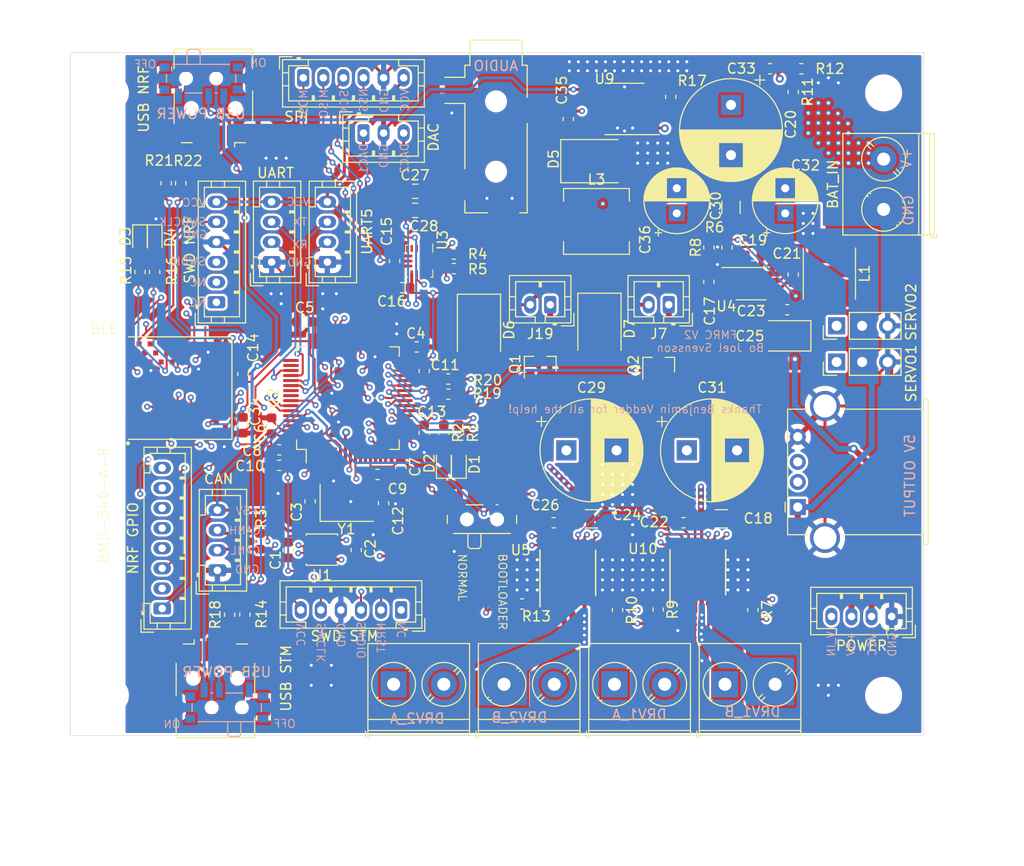
<source format=kicad_pcb>
(kicad_pcb (version 20191123) (host pcbnew "5.99.0-unknown-a5c7d45~86~ubuntu18.04.1")
  (layers (0 "F.Cu" signal) (1 "In1.Cu" signal) (2 "In2.Cu" signal) (31 "B.Cu" signal) (34 "B.Paste" user) (35 "F.Paste" user) (36 "B.SilkS" user) (37 "F.SilkS" user) (38 "B.Mask" user) (39 "F.Mask" user) (44 "Edge.Cuts" user))
  (net 0 "")
  (net 1 "GND")
  (net 2 "VCC")
  (net 3 "+5V")
  (net 4 "Net-(C3-Pad2)")
  (net 5 "Net-(C4-Pad2)")
  (net 6 "Net-(C5-Pad2)")
  (net 7 "NRST")
  (net 8 "Net-(C12-Pad2)")
  (net 9 "V_IN")
  (net 10 "Net-(C19-Pad1)")
  (net 11 "Net-(C21-Pad2)")
  (net 12 "Net-(C21-Pad1)")
  (net 13 "V_METER")
  (net 14 "Net-(C35-Pad2)")
  (net 15 "Net-(C35-Pad1)")
  (net 16 "Net-(D1-Pad2)")
  (net 17 "Net-(D2-Pad2)")
  (net 18 "Net-(D3-Pad2)")
  (net 19 "Net-(D4-Pad2)")
  (net 20 "Net-(D6-Pad2)")
  (net 21 "Net-(D7-Pad2)")
  (net 22 "Net-(J1-Pad4)")
  (net 23 "Net-(J1-Pad3)")
  (net 24 "Net-(J1-Pad2)")
  (net 25 "CANH")
  (net 26 "CANL")
  (net 27 "Net-(J5-Pad2)")
  (net 28 "Net-(J5-Pad1)")
  (net 29 "Net-(J6-Pad2)")
  (net 30 "Net-(J6-Pad1)")
  (net 31 "Net-(J8-Pad2)")
  (net 32 "Net-(J8-Pad1)")
  (net 33 "UART_TXD")
  (net 34 "UART_RXD")
  (net 35 "NRFSWDCLK")
  (net 36 "NRFSWDIO")
  (net 37 "NRFGPIO8")
  (net 38 "NRFGPIO7")
  (net 39 "NRFGPIO6")
  (net 40 "NRFGPIO5")
  (net 41 "NRFGPIO4")
  (net 42 "NRFGPIO3")
  (net 43 "NRFGPIO2")
  (net 44 "NRFGPIO1")
  (net 45 "Net-(J15-Pad4)")
  (net 46 "NRFUSBD+")
  (net 47 "NRFUSBD-")
  (net 48 "Net-(J16-Pad2)")
  (net 49 "Net-(J16-Pad1)")
  (net 50 "Net-(J18-Pad3)")
  (net 51 "Net-(J18-Pad2)")
  (net 52 "SWCLK")
  (net 53 "SWDIO")
  (net 54 "Net-(P1-Pad1)")
  (net 55 "/MTR1_PWM")
  (net 56 "/MTR2_PWM")
  (net 57 "Net-(R1-Pad1)")
  (net 58 "Net-(R2-Pad1)")
  (net 59 "SDA")
  (net 60 "SCL")
  (net 61 "Net-(R6-Pad1)")
  (net 62 "/DRV1_NFAULT")
  (net 63 "Net-(R9-Pad1)")
  (net 64 "/NFAULT_DRV2")
  (net 65 "Net-(R13-Pad1)")
  (net 66 "USB_DP")
  (net 67 "Net-(R15-Pad1)")
  (net 68 "Net-(R16-Pad1)")
  (net 69 "Net-(R17-Pad2)")
  (net 70 "USB_DM")
  (net 71 "CAN_RX")
  (net 72 "CAN_TX")
  (net 73 "IMU_INT2")
  (net 74 "Net-(U2-Pad56)")
  (net 75 "Net-(U2-Pad55)")
  (net 76 "Net-(U2-Pad50)")
  (net 77 "NRFTX")
  (net 78 "NRFRX")
  (net 79 "Net-(U2-Pad41)")
  (net 80 "/DRV2_B2")
  (net 81 "/DRV2_B1")
  (net 82 "/DRV2_A2")
  (net 83 "/DRV2_A1")
  (net 84 "/DRV1_B2")
  (net 85 "/DRV1_B1")
  (net 86 "/DRV1_A2")
  (net 87 "/DRV1_A1")
  (net 88 "Net-(U2-Pad11)")
  (net 89 "Net-(U2-Pad4)")
  (net 90 "Net-(U2-Pad3)")
  (net 91 "Net-(U2-Pad2)")
  (net 92 "Net-(U3-Pad11)")
  (net 93 "Net-(U3-Pad10)")
  (net 94 "Net-(U3-Pad4)")
  (net 95 "Net-(U3-Pad3)")
  (net 96 "Net-(U3-Pad2)")
  (net 97 "Net-(U8-Pad64)")
  (net 98 "Net-(U8-Pad63)")
  (net 99 "Net-(U8-Pad62)")
  (net 100 "Net-(U8-Pad61)")
  (net 101 "Net-(U8-Pad60)")
  (net 102 "Net-(U8-Pad59)")
  (net 103 "Net-(U8-Pad58)")
  (net 104 "Net-(U8-Pad57)")
  (net 105 "Net-(U8-Pad56)")
  (net 106 "Net-(U8-Pad54)")
  (net 107 "Net-(U8-Pad53)")
  (net 108 "Net-(U8-Pad52)")
  (net 109 "Net-(U8-Pad51)")
  (net 110 "Net-(U8-Pad50)")
  (net 111 "Net-(U8-Pad49)")
  (net 112 "Net-(U8-Pad48)")
  (net 113 "Net-(U8-Pad42)")
  (net 114 "Net-(U8-Pad41)")
  (net 115 "Net-(U8-Pad40)")
  (net 116 "Net-(U8-Pad39)")
  (net 117 "Net-(U8-Pad37)")
  (net 118 "Net-(U8-Pad35)")
  (net 119 "Net-(U8-Pad28)")
  (net 120 "Net-(U8-Pad27)")
  (net 121 "Net-(U8-Pad26)")
  (net 122 "Net-(U8-Pad25)")
  (net 123 "Net-(U8-Pad24)")
  (net 124 "Net-(U8-Pad23)")
  (net 125 "Net-(U8-Pad22)")
  (net 126 "Net-(U8-Pad14)")
  (net 127 "Net-(U8-Pad13)")
  (net 128 "Net-(U8-Pad12)")
  (net 129 "Net-(U8-Pad8)")
  (net 130 "Net-(U9-Pad6)")
  (net 131 "Net-(J10-Pad1)")
  (net 132 "Net-(J11-Pad1)")
  (net 133 "/base_sheet/SPI2_NSS")
  (net 134 "/base_sheet/SPI2_SCK")
  (net 135 "/base_sheet/SPI2_MISO")
  (net 136 "/base_sheet/SPI2_MOSI")
  (net 137 "Net-(J15-Pad3)")
  (net 138 "Net-(J15-Pad2)")
  (net 139 "Net-(P2-Pad2)")
  (net 140 "Net-(P2-Pad1)")
  (net 141 "/base_sheet/SERV1")
  (net 142 "/base_sheet/SERV2")
  (net 143 "/base_sheet/UART5_RX")
  (net 144 "/base_sheet/UART5_TX")
  (net 145 "Net-(C27-Pad2)")
  (net 146 "Net-(C27-Pad1)")
  (net 147 "Net-(C28-Pad2)")
  (net 148 "Net-(C28-Pad1)")
  (net 149 "Net-(J1-Pad1)")
  (net 150 "Net-(J15-Pad1)")
  (net 151 "Net-(SW1-Pad1)")
  (net 152 "Net-(SW2-Pad1)")
  (net 153 "/base_sheet/BOOT0")
  (module "Capacitor_SMD:C_0603_1608Metric" (layer "F.Cu") (at 173.2 79.1 -90)
    (fp_text reference "C34" (at -1.36 -1.21 90) (layer "F.SilkS"))
    (fp_text value "2.2u")
    (pad "2" smd roundrect (at 0.7875 0 270) (size 0.875 0.95) (layers "F.Cu" "F.Paste" "F.Mask") (net 1 "GND"))
    (pad "1" smd roundrect (at -0.7875 0 270) (size 0.875 0.95) (layers "F.Cu" "F.Paste" "F.Mask") (net 2 "VCC"))
  )
  (module "Crystal:Crystal_SMD_5032-4Pin_5.0x3.2mm" (layer "F.Cu") (at 183.53 86.82)
    (fp_text reference "Y1" (at -0.02 2.62) (layer "F.SilkS"))
    (fp_text value "8M")
    (pad "4" smd rect (at -1.65 -1) (size 1.6 1.3) (layers "F.Cu" "F.Paste" "F.Mask") (net 1 "GND"))
    (pad "3" smd rect (at 1.65 -1) (size 1.6 1.3) (layers "F.Cu" "F.Paste" "F.Mask") (net 8 "Net-(C12-Pad2)"))
    (pad "2" smd rect (at 1.65 1) (size 1.6 1.3) (layers "F.Cu" "F.Paste" "F.Mask") (net 1 "GND"))
    (pad "1" smd rect (at -1.65 1) (size 1.6 1.3) (layers "F.Cu" "F.Paste" "F.Mask") (net 4 "Net-(C3-Pad2)"))
  )
  (module "Package_SO:TSSOP-16-1EP_4.4x5mm_P0.65mm" (layer "F.Cu") (at 218.55 93.75 90)
    (fp_text reference "U10" (at 2.34 -5.52 180) (layer "F.SilkS"))
    (fp_text value "DRV8848")
    (pad "17" smd rect (at -0.735 -1.3425 90) (size 1.47 0.895) (layers "F.Cu" "F.Paste" "F.Mask") (net 1 "GND"))
    (pad "17" smd rect (at -0.735 -0.4475 90) (size 1.47 0.895) (layers "F.Cu" "F.Paste" "F.Mask") (net 1 "GND"))
    (pad "17" smd rect (at -0.735 0.4475 90) (size 1.47 0.895) (layers "F.Cu" "F.Paste" "F.Mask") (net 1 "GND"))
    (pad "17" smd rect (at -0.735 1.3425 90) (size 1.47 0.895) (layers "F.Cu" "F.Paste" "F.Mask") (net 1 "GND"))
    (pad "17" smd rect (at 0.735 -1.3425 90) (size 1.47 0.895) (layers "F.Cu" "F.Paste" "F.Mask") (net 1 "GND"))
    (pad "17" smd rect (at 0.735 -0.4475 90) (size 1.47 0.895) (layers "F.Cu" "F.Paste" "F.Mask") (net 1 "GND"))
    (pad "17" smd rect (at 0.735 0.4475 90) (size 1.47 0.895) (layers "F.Cu" "F.Paste" "F.Mask") (net 1 "GND"))
    (pad "17" smd rect (at 0.735 1.3425 90) (size 1.47 0.895) (layers "F.Cu" "F.Paste" "F.Mask") (net 1 "GND"))
    (pad "16" smd rect (at 2.775 -2.275 90) (size 1.05 0.45) (layers "F.Cu" "F.Paste" "F.Mask") (net 87 "/DRV1_A1"))
    (pad "15" smd rect (at 2.775 -1.625 90) (size 1.05 0.45) (layers "F.Cu" "F.Paste" "F.Mask") (net 86 "/DRV1_A2"))
    (pad "14" smd rect (at 2.775 -0.975 90) (size 1.05 0.45) (layers "F.Cu" "F.Paste" "F.Mask") (net 2 "VCC"))
    (pad "13" smd rect (at 2.775 -0.325 90) (size 1.05 0.45) (layers "F.Cu" "F.Paste" "F.Mask") (net 1 "GND"))
    (pad "12" smd rect (at 2.775 0.325 90) (size 1.05 0.45) (layers "F.Cu" "F.Paste" "F.Mask") (net 9 "V_IN"))
    (pad "11" smd rect (at 2.775 0.975 90) (size 1.05 0.45) (layers "F.Cu" "F.Paste" "F.Mask") (net 2 "VCC"))
    (pad "10" smd rect (at 2.775 1.625 90) (size 1.05 0.45) (layers "F.Cu" "F.Paste" "F.Mask") (net 84 "/DRV1_B2"))
    (pad "9" smd rect (at 2.775 2.275 90) (size 1.05 0.45) (layers "F.Cu" "F.Paste" "F.Mask") (net 85 "/DRV1_B1"))
    (pad "8" smd rect (at -2.775 2.275 90) (size 1.05 0.45) (layers "F.Cu" "F.Paste" "F.Mask") (net 62 "/DRV1_NFAULT"))
    (pad "7" smd rect (at -2.775 1.625 90) (size 1.05 0.45) (layers "F.Cu" "F.Paste" "F.Mask") (net 30 "Net-(J6-Pad1)"))
    (pad "6" smd rect (at -2.775 0.975 90) (size 1.05 0.45) (layers "F.Cu" "F.Paste" "F.Mask") (net 1 "GND"))
    (pad "5" smd rect (at -2.775 0.325 90) (size 1.05 0.45) (layers "F.Cu" "F.Paste" "F.Mask") (net 29 "Net-(J6-Pad2)"))
    (pad "4" smd rect (at -2.775 -0.325 90) (size 1.05 0.45) (layers "F.Cu" "F.Paste" "F.Mask") (net 27 "Net-(J5-Pad2)"))
    (pad "3" smd rect (at -2.775 -0.975 90) (size 1.05 0.45) (layers "F.Cu" "F.Paste" "F.Mask") (net 1 "GND"))
    (pad "2" smd rect (at -2.775 -1.625 90) (size 1.05 0.45) (layers "F.Cu" "F.Paste" "F.Mask") (net 28 "Net-(J5-Pad1)"))
    (pad "1" smd rect (at -2.775 -2.275 90) (size 1.05 0.45) (layers "F.Cu" "F.Paste" "F.Mask") (net 63 "Net-(R9-Pad1)"))
  )
  (module "Package_SO:SOIC-8-1EP_3.9x4.9mm_P1.27mm_EP2.29x3mm" (layer "F.Cu") (at 211.2 47.6 180)
    (fp_text reference "U9" (at 1.99 3) (layer "F.SilkS"))
    (fp_text value "ADP2303ARDZ-5.0")
    (pad "8" smd roundrect (at 2.475 -1.905 180) (size 1.95 0.6) (layers "F.Cu" "F.Paste" "F.Mask") (net 14 "Net-(C35-Pad2)"))
    (pad "7" smd roundrect (at 2.475 -0.635 180) (size 1.95 0.6) (layers "F.Cu" "F.Paste" "F.Mask") (net 1 "GND"))
    (pad "6" smd roundrect (at 2.475 0.635 180) (size 1.95 0.6) (layers "F.Cu" "F.Paste" "F.Mask") (net 130 "Net-(U9-Pad6)"))
    (pad "5" smd roundrect (at 2.475 1.905 180) (size 1.95 0.6) (layers "F.Cu" "F.Paste" "F.Mask") (net 3 "+5V"))
    (pad "4" smd roundrect (at -2.475 1.905 180) (size 1.95 0.6) (layers "F.Cu" "F.Paste" "F.Mask") (net 69 "Net-(R17-Pad2)"))
    (pad "3" smd roundrect (at -2.475 0.635 180) (size 1.95 0.6) (layers "F.Cu" "F.Paste" "F.Mask") (net 9 "V_IN"))
    (pad "2" smd roundrect (at -2.475 -0.635 180) (size 1.95 0.6) (layers "F.Cu" "F.Paste" "F.Mask") (net 9 "V_IN"))
    (pad "1" smd roundrect (at -2.475 -1.905 180) (size 1.95 0.6) (layers "F.Cu" "F.Paste" "F.Mask") (net 15 "Net-(C35-Pad1)"))
    (pad "9" smd roundrect (at 0 0 180) (size 2.29 3) (layers "F.Cu" "F.Mask") (roundrect_rratio 0.109) (net 1 "GND"))
  )
  (module "v2_0:RIGADO_BMD-340-A-R" (layer "F.Cu") (at 164.6 75.4)
    (fp_text reference "BLE" (at -5.232 -5.90986) (layer "F.SilkS") (effects (font (size 1.00423 1.00423) (thickness 0.05))))
    (fp_text value "BMD-340-A-R" (at -5.29 11.65 90) (layer "F.SilkS") (effects (font (size 1.00438 1.00438) (thickness 0.05))))
    (pad "68" smd rect (at 6.85 -3.85) (size 0.5 0.5) (layers "F.Cu" "F.Paste" "F.Mask") (net 46 "NRFUSBD+"))
    (pad "67" smd rect (at 6.85 -2.75) (size 0.5 0.5) (layers "F.Cu" "F.Paste" "F.Mask") (net 47 "NRFUSBD-"))
    (pad "66" smd rect (at 6.85 -1.65) (size 0.5 0.5) (layers "F.Cu" "F.Paste" "F.Mask") (net 3 "+5V"))
    (pad "65" smd rect (at 6.85 -0.55) (size 0.5 0.5) (layers "F.Cu" "F.Paste" "F.Mask") (net 2 "VCC"))
    (pad "64" smd rect (at 6.85 0.55) (size 0.5 0.5) (layers "F.Cu" "F.Paste" "F.Mask") (net 97 "Net-(U8-Pad64)"))
    (pad "63" smd rect (at 6.85 1.65) (size 0.5 0.5) (layers "F.Cu" "F.Paste" "F.Mask") (net 98 "Net-(U8-Pad63)"))
    (pad "62" smd rect (at 6.85 2.75) (size 0.5 0.5) (layers "F.Cu" "F.Paste" "F.Mask") (net 99 "Net-(U8-Pad62)"))
    (pad "61" smd rect (at 6.85 3.85) (size 0.5 0.5) (layers "F.Cu" "F.Paste" "F.Mask") (net 100 "Net-(U8-Pad61)"))
    (pad "60" smd rect (at -1.75 -2.6) (size 0.5 0.5) (layers "F.Cu" "F.Paste" "F.Mask") (net 101 "Net-(U8-Pad60)"))
    (pad "59" smd rect (at -0.65 -2.6) (size 0.5 0.5) (layers "F.Cu" "F.Paste" "F.Mask") (net 102 "Net-(U8-Pad59)"))
    (pad "58" smd rect (at 0.45 -2.6) (size 0.5 0.5) (layers "F.Cu" "F.Paste" "F.Mask") (net 103 "Net-(U8-Pad58)"))
    (pad "57" smd rect (at 1.55 -2.6) (size 0.5 0.5) (layers "F.Cu" "F.Paste" "F.Mask") (net 104 "Net-(U8-Pad57)"))
    (pad "56" smd rect (at 2.65 -2.6) (size 0.5 0.5) (layers "F.Cu" "F.Paste" "F.Mask") (net 105 "Net-(U8-Pad56)"))
    (pad "55" smd rect (at 4.15 -1.1) (size 0.5 0.5) (layers "F.Cu" "F.Paste" "F.Mask") (net 1 "GND"))
    (pad "54" smd rect (at 4.15 0) (size 0.5 0.5) (layers "F.Cu" "F.Paste" "F.Mask") (net 106 "Net-(U8-Pad54)"))
    (pad "53" smd rect (at 4.15 1.1) (size 0.5 0.5) (layers "F.Cu" "F.Paste" "F.Mask") (net 107 "Net-(U8-Pad53)"))
    (pad "52" smd rect (at 2.65 2.6) (size 0.5 0.5) (layers "F.Cu" "F.Paste" "F.Mask") (net 108 "Net-(U8-Pad52)"))
    (pad "51" smd rect (at 1.55 2.6) (size 0.5 0.5) (layers "F.Cu" "F.Paste" "F.Mask") (net 109 "Net-(U8-Pad51)"))
    (pad "50" smd rect (at 0.45 2.6) (size 0.5 0.5) (layers "F.Cu" "F.Paste" "F.Mask") (net 110 "Net-(U8-Pad50)"))
    (pad "49" smd rect (at -0.65 2.6) (size 0.5 0.5) (layers "F.Cu" "F.Paste" "F.Mask") (net 111 "Net-(U8-Pad49)"))
    (pad "48" smd rect (at -1.75 2.6) (size 0.5 0.5) (layers "F.Cu" "F.Paste" "F.Mask") (net 112 "Net-(U8-Pad48)"))
    (pad "47" smd rect (at -2.85 1.65) (size 0.5 0.5) (layers "F.Cu" "F.Paste" "F.Mask") (net 1 "GND"))
    (pad "46" smd rect (at -2.85 -1.65) (size 0.5 0.5) (layers "F.Cu" "F.Paste" "F.Mask") (net 1 "GND"))
    (pad "45" smd rect (at -2.85 -4.4) (size 0.5 0.5) (layers "F.Cu" "F.Paste" "F.Mask") (net 1 "GND"))
    (pad "44" smd rect (at -2.3 -3.5) (size 0.5 0.5) (layers "F.Cu" "F.Paste" "F.Mask") (net 36 "NRFSWDIO"))
    (pad "43" smd rect (at -1.75 -4.4) (size 0.5 0.5) (layers "F.Cu" "F.Paste" "F.Mask") (net 35 "NRFSWDCLK"))
    (pad "42" smd rect (at -1.2 -3.5) (size 0.5 0.5) (layers "F.Cu" "F.Paste" "F.Mask") (net 113 "Net-(U8-Pad42)"))
    (pad "41" smd rect (at -0.65 -4.4) (size 0.5 0.5) (layers "F.Cu" "F.Paste" "F.Mask") (net 114 "Net-(U8-Pad41)"))
    (pad "40" smd rect (at -0.1 -3.5) (size 0.5 0.5) (layers "F.Cu" "F.Paste" "F.Mask") (net 115 "Net-(U8-Pad40)"))
    (pad "39" smd rect (at 0.45 -4.4) (size 0.5 0.5) (layers "F.Cu" "F.Paste" "F.Mask") (net 116 "Net-(U8-Pad39)"))
    (pad "38" smd rect (at 1 -3.5) (size 0.5 0.5) (layers "F.Cu" "F.Paste" "F.Mask") (net 67 "Net-(R15-Pad1)"))
    (pad "37" smd rect (at 1.55 -4.4) (size 0.5 0.5) (layers "F.Cu" "F.Paste" "F.Mask") (net 117 "Net-(U8-Pad37)"))
    (pad "36" smd rect (at 2.1 -3.5) (size 0.5 0.5) (layers "F.Cu" "F.Paste" "F.Mask") (net 68 "Net-(R16-Pad1)"))
    (pad "35" smd rect (at 2.65 -4.4) (size 0.5 0.5) (layers "F.Cu" "F.Paste" "F.Mask") (net 118 "Net-(U8-Pad35)"))
    (pad "34" smd rect (at 3.2 -3.5) (size 0.5 0.5) (layers "F.Cu" "F.Paste" "F.Mask") (net 37 "NRFGPIO8"))
    (pad "33" smd rect (at 3.75 -4.4) (size 0.5 0.5) (layers "F.Cu" "F.Paste" "F.Mask") (net 38 "NRFGPIO7"))
    (pad "32" smd rect (at 4.3 -3.5) (size 0.5 0.5) (layers "F.Cu" "F.Paste" "F.Mask") (net 39 "NRFGPIO6"))
    (pad "31" smd rect (at 4.85 -4.4) (size 0.5 0.5) (layers "F.Cu" "F.Paste" "F.Mask") (net 40 "NRFGPIO5"))
    (pad "30" smd rect (at 5.95 -4.4) (size 0.5 0.5) (layers "F.Cu" "F.Paste" "F.Mask") (net 1 "GND"))
    (pad "29" smd rect (at 5.95 -3.3) (size 0.5 0.5) (layers "F.Cu" "F.Paste" "F.Mask") (net 1 "GND"))
    (pad "28" smd rect (at 5.05 -2.75) (size 0.5 0.5) (layers "F.Cu" "F.Paste" "F.Mask") (net 119 "Net-(U8-Pad28)"))
    (pad "27" smd rect (at 5.95 -2.2) (size 0.5 0.5) (layers "F.Cu" "F.Paste" "F.Mask") (net 120 "Net-(U8-Pad27)"))
    (pad "26" smd rect (at 5.05 -1.65) (size 0.5 0.5) (layers "F.Cu" "F.Paste" "F.Mask") (net 121 "Net-(U8-Pad26)"))
    (pad "25" smd rect (at 5.95 -1.1) (size 0.5 0.5) (layers "F.Cu" "F.Paste" "F.Mask") (net 122 "Net-(U8-Pad25)"))
    (pad "24" smd rect (at 5.05 -0.55) (size 0.5 0.5) (layers "F.Cu" "F.Paste" "F.Mask") (net 123 "Net-(U8-Pad24)"))
    (pad "23" smd rect (at 5.95 0) (size 0.5 0.5) (layers "F.Cu" "F.Paste" "F.Mask") (net 124 "Net-(U8-Pad23)"))
    (pad "22" smd rect (at 5.05 0.55) (size 0.5 0.5) (layers "F.Cu" "F.Paste" "F.Mask") (net 125 "Net-(U8-Pad22)"))
    (pad "21" smd rect (at 5.95 1.1) (size 0.5 0.5) (layers "F.Cu" "F.Paste" "F.Mask") (net 41 "NRFGPIO4"))
    (pad "20" smd rect (at 5.05 1.65) (size 0.5 0.5) (layers "F.Cu" "F.Paste" "F.Mask") (net 42 "NRFGPIO3"))
    (pad "19" smd rect (at 5.95 2.2) (size 0.5 0.5) (layers "F.Cu" "F.Paste" "F.Mask") (net 43 "NRFGPIO2"))
    (pad "18" smd rect (at 5.05 2.75) (size 0.5 0.5) (layers "F.Cu" "F.Paste" "F.Mask") (net 1 "GND"))
    (pad "17" smd rect (at 5.95 3.3) (size 0.5 0.5) (layers "F.Cu" "F.Paste" "F.Mask") (net 2 "VCC"))
    (pad "16" smd rect (at 5.95 4.4) (size 0.5 0.5) (layers "F.Cu" "F.Paste" "F.Mask") (net 1 "GND"))
    (pad "15" smd rect (at 4.85 4.4) (size 0.5 0.5) (layers "F.Cu" "F.Paste" "F.Mask") (net 44 "NRFGPIO1"))
    (pad "14" smd rect (at 4.3 3.5) (size 0.5 0.5) (layers "F.Cu" "F.Paste" "F.Mask") (net 126 "Net-(U8-Pad14)"))
    (pad "13" smd rect (at 3.75 4.4) (size 0.5 0.5) (layers "F.Cu" "F.Paste" "F.Mask") (net 127 "Net-(U8-Pad13)"))
    (pad "12" smd rect (at 3.2 3.5) (size 0.5 0.5) (layers "F.Cu" "F.Paste" "F.Mask") (net 128 "Net-(U8-Pad12)"))
    (pad "11" smd rect (at 2.65 4.4) (size 0.5 0.5) (layers "F.Cu" "F.Paste" "F.Mask") (net 73 "IMU_INT2"))
    (pad "10" smd rect (at 2.1 3.5) (size 0.5 0.5) (layers "F.Cu" "F.Paste" "F.Mask") (net 60 "SCL"))
    (pad "9" smd rect (at 1.55 4.4) (size 0.5 0.5) (layers "F.Cu" "F.Paste" "F.Mask") (net 59 "SDA"))
    (pad "8" smd rect (at 1 3.5) (size 0.5 0.5) (layers "F.Cu" "F.Paste" "F.Mask") (net 129 "Net-(U8-Pad8)"))
    (pad "7" smd rect (at 0.45 4.4) (size 0.5 0.5) (layers "F.Cu" "F.Paste" "F.Mask") (net 78 "NRFRX"))
    (pad "6" smd rect (at -0.1 3.5) (size 0.5 0.5) (layers "F.Cu" "F.Paste" "F.Mask") (net 77 "NRFTX"))
    (pad "5" smd rect (at -0.65 4.4) (size 0.5 0.5) (layers "F.Cu" "F.Paste" "F.Mask") (net 1 "GND"))
    (pad "4" smd rect (at -1.2 3.5) (size 0.5 0.5) (layers "F.Cu" "F.Paste" "F.Mask") (net 1 "GND"))
    (pad "3" smd rect (at -1.75 4.4) (size 0.5 0.5) (layers "F.Cu" "F.Paste" "F.Mask") (net 1 "GND"))
    (pad "2" smd rect (at -2.3 3.5) (size 0.5 0.5) (layers "F.Cu" "F.Paste" "F.Mask") (net 1 "GND"))
    (pad "1" smd rect (at -2.85 4.4) (size 0.5 0.5) (layers "F.Cu" "F.Paste" "F.Mask") (net 1 "GND"))
  )
  (module "Package_SO:TSSOP-16-1EP_4.4x5mm_P0.65mm" (layer "F.Cu") (at 205.6 93.8 90)
    (fp_text reference "U5" (at 2.27 -4.74 180) (layer "F.SilkS"))
    (fp_text value "DRV8848")
    (pad "17" smd rect (at -0.735 -1.3425 90) (size 1.47 0.895) (layers "F.Cu" "F.Paste" "F.Mask") (net 1 "GND"))
    (pad "17" smd rect (at -0.735 -0.4475 90) (size 1.47 0.895) (layers "F.Cu" "F.Paste" "F.Mask") (net 1 "GND"))
    (pad "17" smd rect (at -0.735 0.4475 90) (size 1.47 0.895) (layers "F.Cu" "F.Paste" "F.Mask") (net 1 "GND"))
    (pad "17" smd rect (at -0.735 1.3425 90) (size 1.47 0.895) (layers "F.Cu" "F.Paste" "F.Mask") (net 1 "GND"))
    (pad "17" smd rect (at 0.735 -1.3425 90) (size 1.47 0.895) (layers "F.Cu" "F.Paste" "F.Mask") (net 1 "GND"))
    (pad "17" smd rect (at 0.735 -0.4475 90) (size 1.47 0.895) (layers "F.Cu" "F.Paste" "F.Mask") (net 1 "GND"))
    (pad "17" smd rect (at 0.735 0.4475 90) (size 1.47 0.895) (layers "F.Cu" "F.Paste" "F.Mask") (net 1 "GND"))
    (pad "17" smd rect (at 0.735 1.3425 90) (size 1.47 0.895) (layers "F.Cu" "F.Paste" "F.Mask") (net 1 "GND"))
    (pad "16" smd rect (at 2.775 -2.275 90) (size 1.05 0.45) (layers "F.Cu" "F.Paste" "F.Mask") (net 83 "/DRV2_A1"))
    (pad "15" smd rect (at 2.775 -1.625 90) (size 1.05 0.45) (layers "F.Cu" "F.Paste" "F.Mask") (net 82 "/DRV2_A2"))
    (pad "14" smd rect (at 2.775 -0.975 90) (size 1.05 0.45) (layers "F.Cu" "F.Paste" "F.Mask") (net 2 "VCC"))
    (pad "13" smd rect (at 2.775 -0.325 90) (size 1.05 0.45) (layers "F.Cu" "F.Paste" "F.Mask") (net 1 "GND"))
    (pad "12" smd rect (at 2.775 0.325 90) (size 1.05 0.45) (layers "F.Cu" "F.Paste" "F.Mask") (net 9 "V_IN"))
    (pad "11" smd rect (at 2.775 0.975 90) (size 1.05 0.45) (layers "F.Cu" "F.Paste" "F.Mask") (net 2 "VCC"))
    (pad "10" smd rect (at 2.775 1.625 90) (size 1.05 0.45) (layers "F.Cu" "F.Paste" "F.Mask") (net 80 "/DRV2_B2"))
    (pad "9" smd rect (at 2.775 2.275 90) (size 1.05 0.45) (layers "F.Cu" "F.Paste" "F.Mask") (net 81 "/DRV2_B1"))
    (pad "8" smd rect (at -2.775 2.275 90) (size 1.05 0.45) (layers "F.Cu" "F.Paste" "F.Mask") (net 64 "/NFAULT_DRV2"))
    (pad "7" smd rect (at -2.775 1.625 90) (size 1.05 0.45) (layers "F.Cu" "F.Paste" "F.Mask") (net 49 "Net-(J16-Pad1)"))
    (pad "6" smd rect (at -2.775 0.975 90) (size 1.05 0.45) (layers "F.Cu" "F.Paste" "F.Mask") (net 1 "GND"))
    (pad "5" smd rect (at -2.775 0.325 90) (size 1.05 0.45) (layers "F.Cu" "F.Paste" "F.Mask") (net 48 "Net-(J16-Pad2)"))
    (pad "4" smd rect (at -2.775 -0.325 90) (size 1.05 0.45) (layers "F.Cu" "F.Paste" "F.Mask") (net 31 "Net-(J8-Pad2)"))
    (pad "3" smd rect (at -2.775 -0.975 90) (size 1.05 0.45) (layers "F.Cu" "F.Paste" "F.Mask") (net 1 "GND"))
    (pad "2" smd rect (at -2.775 -1.625 90) (size 1.05 0.45) (layers "F.Cu" "F.Paste" "F.Mask") (net 32 "Net-(J8-Pad1)"))
    (pad "1" smd rect (at -2.775 -2.275 90) (size 1.05 0.45) (layers "F.Cu" "F.Paste" "F.Mask") (net 65 "Net-(R13-Pad1)"))
  )
  (module "Package_SO:MSOP-8_3x3mm_P0.65mm" (layer "F.Cu") (at 223.8 65)
    (fp_text reference "U4" (at -2.46 2.25) (layer "F.SilkS"))
    (fp_text value "MCP16311/2")
    (pad "8" smd roundrect (at 2.1125 -0.975) (size 1.625 0.5) (layers "F.Cu" "F.Paste" "F.Mask") (net 1 "GND"))
    (pad "7" smd roundrect (at 2.1125 -0.325) (size 1.625 0.5) (layers "F.Cu" "F.Paste" "F.Mask") (net 12 "Net-(C21-Pad1)"))
    (pad "6" smd roundrect (at 2.1125 0.325) (size 1.625 0.5) (layers "F.Cu" "F.Paste" "F.Mask") (net 11 "Net-(C21-Pad2)"))
    (pad "5" smd roundrect (at 2.1125 0.975) (size 1.625 0.5) (layers "F.Cu" "F.Paste" "F.Mask") (net 1 "GND"))
    (pad "4" smd roundrect (at -2.1125 0.975) (size 1.625 0.5) (layers "F.Cu" "F.Paste" "F.Mask") (net 3 "+5V"))
    (pad "3" smd roundrect (at -2.1125 0.325) (size 1.625 0.5) (layers "F.Cu" "F.Paste" "F.Mask") (net 3 "+5V"))
    (pad "2" smd roundrect (at -2.1125 -0.325) (size 1.625 0.5) (layers "F.Cu" "F.Paste" "F.Mask") (net 10 "Net-(C19-Pad1)"))
    (pad "1" smd roundrect (at -2.1125 -0.975) (size 1.625 0.5) (layers "F.Cu" "F.Paste" "F.Mask") (net 61 "Net-(R6-Pad1)"))
  )
  (module "Package_LGA:Bosch_LGA-14_3x2.5mm_P0.5mm" (layer "F.Cu") (at 190.75 62.75 -90)
    (fp_text reference "U3" (at -2.09 -2.33 90) (layer "F.SilkS"))
    (fp_text value "BMI160")
    (pad "11" smd rect (at 1.2625 -0.75 270) (size 0.675 0.25) (layers "F.Cu" "F.Paste" "F.Mask") (net 92 "Net-(U3-Pad11)"))
    (pad "10" smd rect (at 1.2625 -0.25 270) (size 0.675 0.25) (layers "F.Cu" "F.Paste" "F.Mask") (net 93 "Net-(U3-Pad10)"))
    (pad "9" smd rect (at 1.2625 0.25 270) (size 0.675 0.25) (layers "F.Cu" "F.Paste" "F.Mask") (net 73 "IMU_INT2"))
    (pad "8" smd rect (at 1.2625 0.75 270) (size 0.675 0.25) (layers "F.Cu" "F.Paste" "F.Mask") (net 2 "VCC"))
    (pad "4" smd rect (at -1.2625 0.75 270) (size 0.675 0.25) (layers "F.Cu" "F.Paste" "F.Mask") (net 94 "Net-(U3-Pad4)"))
    (pad "3" smd rect (at -1.2625 0.25 270) (size 0.675 0.25) (layers "F.Cu" "F.Paste" "F.Mask") (net 95 "Net-(U3-Pad3)"))
    (pad "2" smd rect (at -1.2625 -0.25 270) (size 0.675 0.25) (layers "F.Cu" "F.Paste" "F.Mask") (net 96 "Net-(U3-Pad2)"))
    (pad "1" smd rect (at -1.2625 -0.75 270) (size 0.675 0.25) (layers "F.Cu" "F.Paste" "F.Mask") (net 1 "GND"))
    (pad "7" smd rect (at 0.5 1.0125 270) (size 0.25 0.675) (layers "F.Cu" "F.Paste" "F.Mask") (net 1 "GND"))
    (pad "6" smd rect (at 0 1.0125 270) (size 0.25 0.675) (layers "F.Cu" "F.Paste" "F.Mask") (net 1 "GND"))
    (pad "5" smd rect (at -0.5 1.0125 270) (size 0.25 0.675) (layers "F.Cu" "F.Paste" "F.Mask") (net 2 "VCC"))
    (pad "12" smd rect (at 0.5 -1.0125 270) (size 0.25 0.675) (layers "F.Cu" "F.Paste" "F.Mask") (net 2 "VCC"))
    (pad "14" smd rect (at -0.5 -1.0125 270) (size 0.25 0.675) (layers "F.Cu" "F.Paste" "F.Mask") (net 59 "SDA"))
    (pad "13" smd rect (at 0 -1.0125 270) (size 0.25 0.675) (layers "F.Cu" "F.Paste" "F.Mask") (net 60 "SCL"))
  )
  (module "Package_QFP:LQFP-64_10x10mm_P0.5mm" (layer "F.Cu") (at 183.65 76.4 90)
    (fp_text reference "U2" (at 0 -7.4 90) (layer "F.SilkS"))
    (fp_text value "STM32F40X_LQFP64")
    (pad "64" smd roundrect (at -3.75 -5.675 90) (size 0.3 1.55) (layers "F.Cu" "F.Paste" "F.Mask") (net 2 "VCC"))
    (pad "63" smd roundrect (at -3.25 -5.675 90) (size 0.3 1.55) (layers "F.Cu" "F.Paste" "F.Mask") (net 1 "GND"))
    (pad "62" smd roundrect (at -2.75 -5.675 90) (size 0.3 1.55) (layers "F.Cu" "F.Paste" "F.Mask") (net 72 "CAN_TX"))
    (pad "61" smd roundrect (at -2.25 -5.675 90) (size 0.3 1.55) (layers "F.Cu" "F.Paste" "F.Mask") (net 71 "CAN_RX"))
    (pad "60" smd roundrect (at -1.75 -5.675 90) (size 0.3 1.55) (layers "F.Cu" "F.Paste" "F.Mask") (net 153 "/base_sheet/BOOT0"))
    (pad "59" smd roundrect (at -1.25 -5.675 90) (size 0.3 1.55) (layers "F.Cu" "F.Paste" "F.Mask") (net 59 "SDA"))
    (pad "58" smd roundrect (at -0.75 -5.675 90) (size 0.3 1.55) (layers "F.Cu" "F.Paste" "F.Mask") (net 60 "SCL"))
    (pad "57" smd roundrect (at -0.25 -5.675 90) (size 0.3 1.55) (layers "F.Cu" "F.Paste" "F.Mask") (net 73 "IMU_INT2"))
    (pad "56" smd roundrect (at 0.25 -5.675 90) (size 0.3 1.55) (layers "F.Cu" "F.Paste" "F.Mask") (net 74 "Net-(U2-Pad56)"))
    (pad "55" smd roundrect (at 0.75 -5.675 90) (size 0.3 1.55) (layers "F.Cu" "F.Paste" "F.Mask") (net 75 "Net-(U2-Pad55)"))
    (pad "54" smd roundrect (at 1.25 -5.675 90) (size 0.3 1.55) (layers "F.Cu" "F.Paste" "F.Mask") (net 143 "/base_sheet/UART5_RX"))
    (pad "53" smd roundrect (at 1.75 -5.675 90) (size 0.3 1.55) (layers "F.Cu" "F.Paste" "F.Mask") (net 144 "/base_sheet/UART5_TX"))
    (pad "52" smd roundrect (at 2.25 -5.675 90) (size 0.3 1.55) (layers "F.Cu" "F.Paste" "F.Mask") (net 33 "UART_TXD"))
    (pad "51" smd roundrect (at 2.75 -5.675 90) (size 0.3 1.55) (layers "F.Cu" "F.Paste" "F.Mask") (net 34 "UART_RXD"))
    (pad "50" smd roundrect (at 3.25 -5.675 90) (size 0.3 1.55) (layers "F.Cu" "F.Paste" "F.Mask") (net 76 "Net-(U2-Pad50)"))
    (pad "49" smd roundrect (at 3.75 -5.675 90) (size 0.3 1.55) (layers "F.Cu" "F.Paste" "F.Mask") (net 52 "SWCLK"))
    (pad "48" smd roundrect (at 5.675 -3.75 90) (size 1.55 0.3) (layers "F.Cu" "F.Paste" "F.Mask") (net 2 "VCC"))
    (pad "47" smd roundrect (at 5.675 -3.25 90) (size 1.55 0.3) (layers "F.Cu" "F.Paste" "F.Mask") (net 6 "Net-(C5-Pad2)"))
    (pad "46" smd roundrect (at 5.675 -2.75 90) (size 1.55 0.3) (layers "F.Cu" "F.Paste" "F.Mask") (net 53 "SWDIO"))
    (pad "45" smd roundrect (at 5.675 -2.25 90) (size 1.55 0.3) (layers "F.Cu" "F.Paste" "F.Mask") (net 66 "USB_DP"))
    (pad "44" smd roundrect (at 5.675 -1.75 90) (size 1.55 0.3) (layers "F.Cu" "F.Paste" "F.Mask") (net 70 "USB_DM"))
    (pad "43" smd roundrect (at 5.675 -1.25 90) (size 1.55 0.3) (layers "F.Cu" "F.Paste" "F.Mask") (net 77 "NRFTX"))
    (pad "42" smd roundrect (at 5.675 -0.75 90) (size 1.55 0.3) (layers "F.Cu" "F.Paste" "F.Mask") (net 78 "NRFRX"))
    (pad "41" smd roundrect (at 5.675 -0.25 90) (size 1.55 0.3) (layers "F.Cu" "F.Paste" "F.Mask") (net 79 "Net-(U2-Pad41)"))
    (pad "40" smd roundrect (at 5.675 0.25 90) (size 1.55 0.3) (layers "F.Cu" "F.Paste" "F.Mask") (net 80 "/DRV2_B2"))
    (pad "39" smd roundrect (at 5.675 0.75 90) (size 1.55 0.3) (layers "F.Cu" "F.Paste" "F.Mask") (net 81 "/DRV2_B1"))
    (pad "38" smd roundrect (at 5.675 1.25 90) (size 1.55 0.3) (layers "F.Cu" "F.Paste" "F.Mask") (net 82 "/DRV2_A2"))
    (pad "37" smd roundrect (at 5.675 1.75 90) (size 1.55 0.3) (layers "F.Cu" "F.Paste" "F.Mask") (net 83 "/DRV2_A1"))
    (pad "36" smd roundrect (at 5.675 2.25 90) (size 1.55 0.3) (layers "F.Cu" "F.Paste" "F.Mask") (net 136 "/base_sheet/SPI2_MOSI"))
    (pad "35" smd roundrect (at 5.675 2.75 90) (size 1.55 0.3) (layers "F.Cu" "F.Paste" "F.Mask") (net 135 "/base_sheet/SPI2_MISO"))
    (pad "34" smd roundrect (at 5.675 3.25 90) (size 1.55 0.3) (layers "F.Cu" "F.Paste" "F.Mask") (net 134 "/base_sheet/SPI2_SCK"))
    (pad "33" smd roundrect (at 5.675 3.75 90) (size 1.55 0.3) (layers "F.Cu" "F.Paste" "F.Mask") (net 133 "/base_sheet/SPI2_NSS"))
    (pad "32" smd roundrect (at 3.75 5.675 90) (size 0.3 1.55) (layers "F.Cu" "F.Paste" "F.Mask") (net 2 "VCC"))
    (pad "31" smd roundrect (at 3.25 5.675 90) (size 0.3 1.55) (layers "F.Cu" "F.Paste" "F.Mask") (net 5 "Net-(C4-Pad2)"))
    (pad "30" smd roundrect (at 2.75 5.675 90) (size 0.3 1.55) (layers "F.Cu" "F.Paste" "F.Mask") (net 142 "/base_sheet/SERV2"))
    (pad "29" smd roundrect (at 2.25 5.675 90) (size 0.3 1.55) (layers "F.Cu" "F.Paste" "F.Mask") (net 141 "/base_sheet/SERV1"))
    (pad "28" smd roundrect (at 1.75 5.675 90) (size 0.3 1.55) (layers "F.Cu" "F.Paste" "F.Mask") (net 1 "GND"))
    (pad "27" smd roundrect (at 1.25 5.675 90) (size 0.3 1.55) (layers "F.Cu" "F.Paste" "F.Mask") (net 58 "Net-(R2-Pad1)"))
    (pad "26" smd roundrect (at 0.75 5.675 90) (size 0.3 1.55) (layers "F.Cu" "F.Paste" "F.Mask") (net 57 "Net-(R1-Pad1)"))
    (pad "25" smd roundrect (at 0.25 5.675 90) (size 0.3 1.55) (layers "F.Cu" "F.Paste" "F.Mask") (net 64 "/NFAULT_DRV2"))
    (pad "24" smd roundrect (at -0.25 5.675 90) (size 0.3 1.55) (layers "F.Cu" "F.Paste" "F.Mask") (net 62 "/DRV1_NFAULT"))
    (pad "23" smd roundrect (at -0.75 5.675 90) (size 0.3 1.55) (layers "F.Cu" "F.Paste" "F.Mask") (net 56 "/MTR2_PWM"))
    (pad "22" smd roundrect (at -1.25 5.675 90) (size 0.3 1.55) (layers "F.Cu" "F.Paste" "F.Mask") (net 55 "/MTR1_PWM"))
    (pad "21" smd roundrect (at -1.75 5.675 90) (size 0.3 1.55) (layers "F.Cu" "F.Paste" "F.Mask") (net 148 "Net-(C28-Pad1)"))
    (pad "20" smd roundrect (at -2.25 5.675 90) (size 0.3 1.55) (layers "F.Cu" "F.Paste" "F.Mask") (net 146 "Net-(C27-Pad1)"))
    (pad "19" smd roundrect (at -2.75 5.675 90) (size 0.3 1.55) (layers "F.Cu" "F.Paste" "F.Mask") (net 2 "VCC"))
    (pad "18" smd roundrect (at -3.25 5.675 90) (size 0.3 1.55) (layers "F.Cu" "F.Paste" "F.Mask") (net 1 "GND"))
    (pad "17" smd roundrect (at -3.75 5.675 90) (size 0.3 1.55) (layers "F.Cu" "F.Paste" "F.Mask") (net 84 "/DRV1_B2"))
    (pad "16" smd roundrect (at -5.675 3.75 90) (size 1.55 0.3) (layers "F.Cu" "F.Paste" "F.Mask") (net 85 "/DRV1_B1"))
    (pad "15" smd roundrect (at -5.675 3.25 90) (size 1.55 0.3) (layers "F.Cu" "F.Paste" "F.Mask") (net 86 "/DRV1_A2"))
    (pad "14" smd roundrect (at -5.675 2.75 90) (size 1.55 0.3) (layers "F.Cu" "F.Paste" "F.Mask") (net 87 "/DRV1_A1"))
    (pad "13" smd roundrect (at -5.675 2.25 90) (size 1.55 0.3) (layers "F.Cu" "F.Paste" "F.Mask") (net 2 "VCC"))
    (pad "12" smd roundrect (at -5.675 1.75 90) (size 1.55 0.3) (layers "F.Cu" "F.Paste" "F.Mask") (net 1 "GND"))
    (pad "11" smd roundrect (at -5.675 1.25 90) (size 1.55 0.3) (layers "F.Cu" "F.Paste" "F.Mask") (net 88 "Net-(U2-Pad11)"))
    (pad "10" smd roundrect (at -5.675 0.75 90) (size 1.55 0.3) (layers "F.Cu" "F.Paste" "F.Mask") (net 35 "NRFSWDCLK"))
    (pad "9" smd roundrect (at -5.675 0.25 90) (size 1.55 0.3) (layers "F.Cu" "F.Paste" "F.Mask") (net 36 "NRFSWDIO"))
    (pad "8" smd roundrect (at -5.675 -0.25 90) (size 1.55 0.3) (layers "F.Cu" "F.Paste" "F.Mask") (net 13 "V_METER"))
    (pad "7" smd roundrect (at -5.675 -0.75 90) (size 1.55 0.3) (layers "F.Cu" "F.Paste" "F.Mask") (net 7 "NRST"))
    (pad "6" smd roundrect (at -5.675 -1.25 90) (size 1.55 0.3) (layers "F.Cu" "F.Paste" "F.Mask") (net 8 "Net-(C12-Pad2)"))
    (pad "5" smd roundrect (at -5.675 -1.75 90) (size 1.55 0.3) (layers "F.Cu" "F.Paste" "F.Mask") (net 4 "Net-(C3-Pad2)"))
    (pad "4" smd roundrect (at -5.675 -2.25 90) (size 1.55 0.3) (layers "F.Cu" "F.Paste" "F.Mask") (net 89 "Net-(U2-Pad4)"))
    (pad "3" smd roundrect (at -5.675 -2.75 90) (size 1.55 0.3) (layers "F.Cu" "F.Paste" "F.Mask") (net 90 "Net-(U2-Pad3)"))
    (pad "2" smd roundrect (at -5.675 -3.25 90) (size 1.55 0.3) (layers "F.Cu" "F.Paste" "F.Mask") (net 91 "Net-(U2-Pad2)"))
    (pad "1" smd roundrect (at -5.675 -3.75 90) (size 1.55 0.3) (layers "F.Cu" "F.Paste" "F.Mask") (net 2 "VCC"))
  )
  (module "v2_0:DFN-8-1EP_3x3mm_P0.65mm_EP1.55x2.4mm" (layer "F.Cu") (at 181.06 91.49 180)
    (fp_text reference "U1" (at 0 -2.55) (layer "F.SilkS"))
    (fp_text value "TJA1051TK-3")
    (pad "1" smd rect (at -1.55 -0.975 180) (size 0.65 0.35) (layers "F.Cu" "F.Paste" "F.Mask") (net 72 "CAN_TX"))
    (pad "2" smd rect (at -1.55 -0.325 180) (size 0.65 0.35) (layers "F.Cu" "F.Paste" "F.Mask") (net 1 "GND"))
    (pad "3" smd rect (at -1.55 0.325 180) (size 0.65 0.35) (layers "F.Cu" "F.Paste" "F.Mask") (net 3 "+5V"))
    (pad "4" smd rect (at -1.55 0.975 180) (size 0.65 0.35) (layers "F.Cu" "F.Paste" "F.Mask") (net 71 "CAN_RX"))
    (pad "5" smd rect (at 1.55 0.975 180) (size 0.65 0.35) (layers "F.Cu" "F.Paste" "F.Mask") (net 2 "VCC"))
    (pad "6" smd rect (at 1.55 0.325 180) (size 0.65 0.35) (layers "F.Cu" "F.Paste" "F.Mask") (net 26 "CANL"))
    (pad "7" smd rect (at 1.55 -0.325 180) (size 0.65 0.35) (layers "F.Cu" "F.Paste" "F.Mask") (net 25 "CANH"))
    (pad "8" smd rect (at 1.55 -0.975 180) (size 0.65 0.35) (layers "F.Cu" "F.Paste" "F.Mask") (net 1 "GND"))
    (pad "9" smd rect (at 0 0 180) (size 1.55 2.4) (layers "F.Cu" "F.Mask") (net 1 "GND"))
  )
  (module "Button_Switch_SMD:SW_SPDT_PCM12" (layer "F.Cu") (at 197 88.15)
    (fp_text reference "SW3" hide)
    (fp_text value "BOOT0")
    (pad "" smd rect (at -3.65 -0.78) (size 1 0.8) (layers "F.Cu" "F.Paste" "F.Mask"))
    (pad "" smd rect (at 3.65 -0.78) (size 1 0.8) (layers "F.Cu" "F.Paste" "F.Mask"))
    (pad "" smd rect (at 3.65 1.43) (size 1 0.8) (layers "F.Cu" "F.Paste" "F.Mask"))
    (pad "" smd rect (at -3.65 1.43) (size 1 0.8) (layers "F.Cu" "F.Paste" "F.Mask"))
    (pad "3" smd rect (at 2.25 -1.43) (size 0.7 1.5) (layers "F.Cu" "F.Paste" "F.Mask") (net 2 "VCC"))
    (pad "2" smd rect (at 0.75 -1.43) (size 0.7 1.5) (layers "F.Cu" "F.Paste" "F.Mask") (net 153 "/base_sheet/BOOT0"))
    (pad "1" smd rect (at -2.25 -1.43) (size 0.7 1.5) (layers "F.Cu" "F.Paste" "F.Mask") (net 1 "GND"))
    (pad "" np_thru_hole circle (at 1.5 0.33) (size 0.9 0.9) (drill 0.9) (layers *.Cu *.Mask))
    (pad "" np_thru_hole circle (at -1.5 0.33) (size 0.9 0.9) (drill 0.9) (layers *.Cu *.Mask))
  )
  (module "Button_Switch_SMD:SW_SPDT_PCM12" (layer "B.Cu") (at 169.03 44.89)
    (fp_text reference "USB POWER" (at 0 3.2) (layer "B.SilkS") (effects (justify mirror)))
    (fp_text value "NRF_USB_POWER")
    (pad "" smd rect (at -3.65 0.78) (size 1 0.8) (layers "B.Cu" "B.Paste" "B.Mask"))
    (pad "" smd rect (at 3.65 0.78) (size 1 0.8) (layers "B.Cu" "B.Paste" "B.Mask"))
    (pad "" smd rect (at 3.65 -1.43) (size 1 0.8) (layers "B.Cu" "B.Paste" "B.Mask"))
    (pad "" smd rect (at -3.65 -1.43) (size 1 0.8) (layers "B.Cu" "B.Paste" "B.Mask"))
    (pad "3" smd rect (at 2.25 1.43) (size 0.7 1.5) (layers "B.Cu" "B.Paste" "B.Mask") (net 3 "+5V"))
    (pad "2" smd rect (at 0.75 1.43) (size 0.7 1.5) (layers "B.Cu" "B.Paste" "B.Mask") (net 150 "Net-(J15-Pad1)"))
    (pad "1" smd rect (at -2.25 1.43) (size 0.7 1.5) (layers "B.Cu" "B.Paste" "B.Mask") (net 152 "Net-(SW2-Pad1)"))
    (pad "" np_thru_hole circle (at 1.5 -0.33) (size 0.9 0.9) (drill 0.9) (layers *.Cu *.Mask))
    (pad "" np_thru_hole circle (at -1.5 -0.33) (size 0.9 0.9) (drill 0.9) (layers *.Cu *.Mask))
  )
  (module "Button_Switch_SMD:SW_SPDT_PCM12" (layer "B.Cu") (at 171.58 106.89 180)
    (fp_text reference "USB POWER" (at 0 3.2) (layer "B.SilkS") (effects (justify mirror)))
    (fp_text value "MCU_USB_POWER")
    (pad "" smd rect (at -3.65 0.78 180) (size 1 0.8) (layers "B.Cu" "B.Paste" "B.Mask"))
    (pad "" smd rect (at 3.65 0.78 180) (size 1 0.8) (layers "B.Cu" "B.Paste" "B.Mask"))
    (pad "" smd rect (at 3.65 -1.43 180) (size 1 0.8) (layers "B.Cu" "B.Paste" "B.Mask"))
    (pad "" smd rect (at -3.65 -1.43 180) (size 1 0.8) (layers "B.Cu" "B.Paste" "B.Mask"))
    (pad "3" smd rect (at 2.25 1.43 180) (size 0.7 1.5) (layers "B.Cu" "B.Paste" "B.Mask") (net 3 "+5V"))
    (pad "2" smd rect (at 0.75 1.43 180) (size 0.7 1.5) (layers "B.Cu" "B.Paste" "B.Mask") (net 149 "Net-(J1-Pad1)"))
    (pad "1" smd rect (at -2.25 1.43 180) (size 0.7 1.5) (layers "B.Cu" "B.Paste" "B.Mask") (net 151 "Net-(SW1-Pad1)"))
    (pad "" np_thru_hole circle (at 1.5 -0.33 180) (size 0.9 0.9) (drill 0.9) (layers *.Cu *.Mask))
    (pad "" np_thru_hole circle (at -1.5 -0.33 180) (size 0.9 0.9) (drill 0.9) (layers *.Cu *.Mask))
  )
  (module "Resistor_SMD:R_0603_1608Metric_Pad1.05x0.95mm_HandSolder" (layer "F.Cu") (at 167 55 -90)
    (fp_text reference "R22" (at -2.23 -0.72 -180) (layer "F.SilkS"))
    (fp_text value "22R")
    (pad "2" smd roundrect (at 0.875 0 270) (size 1.05 0.95) (layers "F.Cu" "F.Paste" "F.Mask") (net 47 "NRFUSBD-"))
    (pad "1" smd roundrect (at -0.875 0 270) (size 1.05 0.95) (layers "F.Cu" "F.Paste" "F.Mask") (net 138 "Net-(J15-Pad2)"))
  )
  (module "Resistor_SMD:R_0603_1608Metric_Pad1.05x0.95mm_HandSolder" (layer "F.Cu") (at 165.55 55 -90)
    (fp_text reference "R21" (at -2.26 0.71 -180) (layer "F.SilkS"))
    (fp_text value "22R")
    (pad "2" smd roundrect (at 0.875 0 270) (size 1.05 0.95) (layers "F.Cu" "F.Paste" "F.Mask") (net 46 "NRFUSBD+"))
    (pad "1" smd roundrect (at -0.875 0 270) (size 1.05 0.95) (layers "F.Cu" "F.Paste" "F.Mask") (net 137 "Net-(J15-Pad3)"))
  )
  (module "Resistor_SMD:R_0603_1608Metric" (layer "F.Cu") (at 193.65 74.5)
    (fp_text reference "R20" (at 3.92 0.11) (layer "F.SilkS"))
    (fp_text value "220R")
    (pad "2" smd roundrect (at 0.7875 0) (size 0.875 0.95) (layers "F.Cu" "F.Paste" "F.Mask") (net 132 "Net-(J11-Pad1)"))
    (pad "1" smd roundrect (at -0.7875 0) (size 0.875 0.95) (layers "F.Cu" "F.Paste" "F.Mask") (net 142 "/base_sheet/SERV2"))
  )
  (module "Resistor_SMD:R_0603_1608Metric" (layer "F.Cu") (at 193.65 76)
    (fp_text reference "R19" (at 3.86 -0.06) (layer "F.SilkS"))
    (fp_text value "220R")
    (pad "2" smd roundrect (at 0.7875 0) (size 0.875 0.95) (layers "F.Cu" "F.Paste" "F.Mask") (net 131 "Net-(J10-Pad1)"))
    (pad "1" smd roundrect (at -0.7875 0) (size 0.875 0.95) (layers "F.Cu" "F.Paste" "F.Mask") (net 141 "/base_sheet/SERV1"))
  )
  (module "Resistor_SMD:R_0603_1608Metric" (layer "F.Cu") (at 171.87 97.97 90)
    (fp_text reference "R18" (at 0 -1.43 90) (layer "F.SilkS"))
    (fp_text value "22R")
    (pad "2" smd roundrect (at 0.7875 0 90) (size 0.875 0.95) (layers "F.Cu" "F.Paste" "F.Mask") (net 70 "USB_DM"))
    (pad "1" smd roundrect (at -0.7875 0 90) (size 0.875 0.95) (layers "F.Cu" "F.Paste" "F.Mask") (net 24 "Net-(J1-Pad2)"))
  )
  (module "Resistor_SMD:R_0603_1608Metric" (layer "F.Cu") (at 215.8 46.4 90)
    (fp_text reference "R17" (at 1.61 2.13 180) (layer "F.SilkS"))
    (fp_text value "100k")
    (pad "2" smd roundrect (at 0.7875 0 90) (size 0.875 0.95) (layers "F.Cu" "F.Paste" "F.Mask") (net 69 "Net-(R17-Pad2)"))
    (pad "1" smd roundrect (at -0.7875 0 90) (size 0.875 0.95) (layers "F.Cu" "F.Paste" "F.Mask") (net 9 "V_IN"))
  )
  (module "Resistor_SMD:R_0603_1608Metric" (layer "F.Cu") (at 164.4 63.8325 90)
    (fp_text reference "R16" (at 0.1125 1.73 90) (layer "F.SilkS"))
    (fp_text value "1k")
    (pad "2" smd roundrect (at 0.7875 0 90) (size 0.875 0.95) (layers "F.Cu" "F.Paste" "F.Mask") (net 19 "Net-(D4-Pad2)"))
    (pad "1" smd roundrect (at -0.7875 0 90) (size 0.875 0.95) (layers "F.Cu" "F.Paste" "F.Mask") (net 68 "Net-(R16-Pad1)"))
  )
  (module "Resistor_SMD:R_0603_1608Metric" (layer "F.Cu") (at 162.95 63.8325 90)
    (fp_text reference "R15" (at 0.1425 -1.39 90) (layer "F.SilkS"))
    (fp_text value "1k")
    (pad "2" smd roundrect (at 0.7875 0 90) (size 0.875 0.95) (layers "F.Cu" "F.Paste" "F.Mask") (net 18 "Net-(D3-Pad2)"))
    (pad "1" smd roundrect (at -0.7875 0 90) (size 0.875 0.95) (layers "F.Cu" "F.Paste" "F.Mask") (net 67 "Net-(R15-Pad1)"))
  )
  (module "Resistor_SMD:R_0603_1608Metric" (layer "F.Cu") (at 173.39 97.97 90)
    (fp_text reference "R14" (at 0.06 1.65 90) (layer "F.SilkS"))
    (fp_text value "22R")
    (pad "2" smd roundrect (at 0.7875 0 90) (size 0.875 0.95) (layers "F.Cu" "F.Paste" "F.Mask") (net 66 "USB_DP"))
    (pad "1" smd roundrect (at -0.7875 0 90) (size 0.875 0.95) (layers "F.Cu" "F.Paste" "F.Mask") (net 23 "Net-(J1-Pad3)"))
  )
  (module "Resistor_SMD:R_0603_1608Metric" (layer "F.Cu") (at 201 96.9 180)
    (fp_text reference "R13" (at -1.42 -1.23) (layer "F.SilkS"))
    (fp_text value "10k")
    (pad "2" smd roundrect (at 0.7875 0 180) (size 0.875 0.95) (layers "F.Cu" "F.Paste" "F.Mask") (net 2 "VCC"))
    (pad "1" smd roundrect (at -0.7875 0 180) (size 0.875 0.95) (layers "F.Cu" "F.Paste" "F.Mask") (net 65 "Net-(R13-Pad1)"))
  )
  (module "Resistor_SMD:R_0603_1608Metric" (layer "F.Cu") (at 228.8 43.6)
    (fp_text reference "R12" (at 2.85 0) (layer "F.SilkS"))
    (fp_text value "12k")
    (pad "2" smd roundrect (at 0.7875 0) (size 0.875 0.95) (layers "F.Cu" "F.Paste" "F.Mask") (net 1 "GND"))
    (pad "1" smd roundrect (at -0.7875 0) (size 0.875 0.95) (layers "F.Cu" "F.Paste" "F.Mask") (net 13 "V_METER"))
  )
  (module "Resistor_SMD:R_0603_1608Metric" (layer "F.Cu") (at 228 45.9 -90)
    (fp_text reference "R11" (at 0 -1.43 90) (layer "F.SilkS"))
    (fp_text value "56k")
    (pad "2" smd roundrect (at 0.7875 0 270) (size 0.875 0.95) (layers "F.Cu" "F.Paste" "F.Mask") (net 9 "V_IN"))
    (pad "1" smd roundrect (at -0.7875 0 270) (size 0.875 0.95) (layers "F.Cu" "F.Paste" "F.Mask") (net 13 "V_METER"))
  )
  (module "Resistor_SMD:R_0603_1608Metric" (layer "F.Cu") (at 210.5 97.5 -90)
    (fp_text reference "R10" (at 0 -1.43 90) (layer "F.SilkS"))
    (fp_text value "10k")
    (pad "2" smd roundrect (at 0.7875 0 270) (size 0.875 0.95) (layers "F.Cu" "F.Paste" "F.Mask") (net 2 "VCC"))
    (pad "1" smd roundrect (at -0.7875 0 270) (size 0.875 0.95) (layers "F.Cu" "F.Paste" "F.Mask") (net 64 "/NFAULT_DRV2"))
  )
  (module "Resistor_SMD:R_0603_1608Metric" (layer "F.Cu") (at 214.55 97.45 -90)
    (fp_text reference "R9" (at 0 -1.43 90) (layer "F.SilkS"))
    (fp_text value "10k")
    (pad "2" smd roundrect (at 0.7875 0 270) (size 0.875 0.95) (layers "F.Cu" "F.Paste" "F.Mask") (net 2 "VCC"))
    (pad "1" smd roundrect (at -0.7875 0 270) (size 0.875 0.95) (layers "F.Cu" "F.Paste" "F.Mask") (net 63 "Net-(R9-Pad1)"))
  )
  (module "Resistor_SMD:R_0603_1608Metric" (layer "F.Cu") (at 219.6 61.4 -90)
    (fp_text reference "R8" (at 0 1.31 90) (layer "F.SilkS"))
    (fp_text value "10k")
    (pad "2" smd roundrect (at 0.7875 0 270) (size 0.875 0.95) (layers "F.Cu" "F.Paste" "F.Mask") (net 61 "Net-(R6-Pad1)"))
    (pad "1" smd roundrect (at -0.7875 0 270) (size 0.875 0.95) (layers "F.Cu" "F.Paste" "F.Mask") (net 1 "GND"))
  )
  (module "Resistor_SMD:R_0603_1608Metric" (layer "F.Cu") (at 223.975 97.5 -90)
    (fp_text reference "R7" (at 0 -1.43 90) (layer "F.SilkS"))
    (fp_text value "10k")
    (pad "2" smd roundrect (at 0.7875 0 270) (size 0.875 0.95) (layers "F.Cu" "F.Paste" "F.Mask") (net 2 "VCC"))
    (pad "1" smd roundrect (at -0.7875 0 270) (size 0.875 0.95) (layers "F.Cu" "F.Paste" "F.Mask") (net 62 "/DRV1_NFAULT"))
  )
  (module "Resistor_SMD:R_0603_1608Metric" (layer "F.Cu") (at 221.4 61.4 90)
    (fp_text reference "R6" (at 2.01 -1.24 180) (layer "F.SilkS"))
    (fp_text value "33k")
    (pad "2" smd roundrect (at 0.7875 0 90) (size 0.875 0.95) (layers "F.Cu" "F.Paste" "F.Mask") (net 2 "VCC"))
    (pad "1" smd roundrect (at -0.7875 0 90) (size 0.875 0.95) (layers "F.Cu" "F.Paste" "F.Mask") (net 61 "Net-(R6-Pad1)"))
  )
  (module "Resistor_SMD:R_0603_1608Metric" (layer "F.Cu") (at 194.2 63.5)
    (fp_text reference "R5" (at 2.37 0.06) (layer "F.SilkS"))
    (fp_text value "1k")
    (pad "2" smd roundrect (at 0.7875 0) (size 0.875 0.95) (layers "F.Cu" "F.Paste" "F.Mask") (net 2 "VCC"))
    (pad "1" smd roundrect (at -0.7875 0) (size 0.875 0.95) (layers "F.Cu" "F.Paste" "F.Mask") (net 60 "SCL"))
  )
  (module "Resistor_SMD:R_0603_1608Metric" (layer "F.Cu") (at 194.2 62.05)
    (fp_text reference "R4" (at 2.37 0.01) (layer "F.SilkS"))
    (fp_text value "1k")
    (pad "2" smd roundrect (at 0.7875 0) (size 0.875 0.95) (layers "F.Cu" "F.Paste" "F.Mask") (net 2 "VCC"))
    (pad "1" smd roundrect (at -0.7875 0) (size 0.875 0.95) (layers "F.Cu" "F.Paste" "F.Mask") (net 59 "SDA"))
  )
  (module "Resistor_SMD:R_0603_1608Metric" (layer "F.Cu") (at 174.9 90.66 90)
    (fp_text reference "R3" (at 2.28 0.12 90) (layer "F.SilkS"))
    (fp_text value "220R")
    (pad "2" smd roundrect (at 0.7875 0 90) (size 0.875 0.95) (layers "F.Cu" "F.Paste" "F.Mask") (net 25 "CANH"))
    (pad "1" smd roundrect (at -0.7875 0 90) (size 0.875 0.95) (layers "F.Cu" "F.Paste" "F.Mask") (net 26 "CANL"))
  )
  (module "Resistor_SMD:R_0603_1608Metric" (layer "F.Cu") (at 193.2 79.85 -90)
    (fp_text reference "R2" (at 0 -1.43 90) (layer "F.SilkS"))
    (fp_text value "1k")
    (pad "2" smd roundrect (at 0.7875 0 270) (size 0.875 0.95) (layers "F.Cu" "F.Paste" "F.Mask") (net 17 "Net-(D2-Pad2)"))
    (pad "1" smd roundrect (at -0.7875 0 270) (size 0.875 0.95) (layers "F.Cu" "F.Paste" "F.Mask") (net 58 "Net-(R2-Pad1)"))
  )
  (module "Resistor_SMD:R_0603_1608Metric" (layer "F.Cu") (at 194.67 79.84 -90)
    (fp_text reference "R1" (at 0 -1.43 90) (layer "F.SilkS"))
    (fp_text value "1k")
    (pad "2" smd roundrect (at 0.7875 0 270) (size 0.875 0.95) (layers "F.Cu" "F.Paste" "F.Mask") (net 16 "Net-(D1-Pad2)"))
    (pad "1" smd roundrect (at -0.7875 0 270) (size 0.875 0.95) (layers "F.Cu" "F.Paste" "F.Mask") (net 57 "Net-(R1-Pad1)"))
  )
  (module "Package_TO_SOT_SMD:SOT-23" (layer "F.Cu") (at 214.6 73.1 90)
    (fp_text reference "Q2" (at 0 -2.5 90) (layer "F.SilkS"))
    (fp_text value "Q_NMOS_GSD")
    (pad "3" smd rect (at 1 0 90) (size 0.9 0.8) (layers "F.Cu" "F.Paste" "F.Mask") (net 21 "Net-(D7-Pad2)"))
    (pad "2" smd rect (at -1 0.95 90) (size 0.9 0.8) (layers "F.Cu" "F.Paste" "F.Mask") (net 1 "GND"))
    (pad "1" smd rect (at -1 -0.95 90) (size 0.9 0.8) (layers "F.Cu" "F.Paste" "F.Mask") (net 56 "/MTR2_PWM"))
  )
  (module "Package_TO_SOT_SMD:SOT-23" (layer "F.Cu") (at 202.8 73 90)
    (fp_text reference "Q1" (at 0 -2.5 90) (layer "F.SilkS"))
    (fp_text value "Q_NMOS_GSD")
    (pad "3" smd rect (at 1 0 90) (size 0.9 0.8) (layers "F.Cu" "F.Paste" "F.Mask") (net 20 "Net-(D6-Pad2)"))
    (pad "2" smd rect (at -1 0.95 90) (size 0.9 0.8) (layers "F.Cu" "F.Paste" "F.Mask") (net 1 "GND"))
    (pad "1" smd rect (at -1 -0.95 90) (size 0.9 0.8) (layers "F.Cu" "F.Paste" "F.Mask") (net 55 "/MTR1_PWM"))
  )
  (module "Connector_JST:JST_PH_B6B-PH-K_1x06_P2.00mm_Vertical" (layer "F.Cu") (at 170.55 66.85 90)
    (fp_text reference "SWD NRF" (at 5.23 -2.66 90) (layer "F.SilkS"))
    (fp_text value "NRFSWD")
    (pad "6" thru_hole oval (at 10 0 90) (size 1.2 1.75) (drill 0.75) (layers *.Cu *.Mask) (net 2 "VCC"))
    (pad "5" thru_hole oval (at 8 0 90) (size 1.2 1.75) (drill 0.75) (layers *.Cu *.Mask) (net 35 "NRFSWDCLK"))
    (pad "4" thru_hole oval (at 6 0 90) (size 1.2 1.75) (drill 0.75) (layers *.Cu *.Mask) (net 1 "GND"))
    (pad "3" thru_hole oval (at 4 0 90) (size 1.2 1.75) (drill 0.75) (layers *.Cu *.Mask) (net 36 "NRFSWDIO"))
    (pad "2" thru_hole oval (at 2 0 90) (size 1.2 1.75) (drill 0.75) (layers *.Cu *.Mask) (net 139 "Net-(P2-Pad2)"))
    (pad "1" thru_hole roundrect (at 0 0 90) (size 1.2 1.75) (drill 0.75) (layers *.Cu *.Mask) (roundrect_rratio 0.208333) (net 140 "Net-(P2-Pad1)"))
  )
  (module "Connector_JST:JST_PH_B6B-PH-K_1x06_P2.00mm_Vertical" (layer "F.Cu") (at 188.95 97.5 180)
    (fp_text reference "SWD STM" (at 5.65 -2.59) (layer "F.SilkS"))
    (fp_text value "SWD")
    (pad "6" thru_hole oval (at 10 0 180) (size 1.2 1.75) (drill 0.75) (layers *.Cu *.Mask) (net 2 "VCC"))
    (pad "5" thru_hole oval (at 8 0 180) (size 1.2 1.75) (drill 0.75) (layers *.Cu *.Mask) (net 52 "SWCLK"))
    (pad "4" thru_hole oval (at 6 0 180) (size 1.2 1.75) (drill 0.75) (layers *.Cu *.Mask) (net 1 "GND"))
    (pad "3" thru_hole oval (at 4 0 180) (size 1.2 1.75) (drill 0.75) (layers *.Cu *.Mask) (net 53 "SWDIO"))
    (pad "2" thru_hole oval (at 2 0 180) (size 1.2 1.75) (drill 0.75) (layers *.Cu *.Mask) (net 7 "NRST"))
    (pad "1" thru_hole roundrect (at 0 0 180) (size 1.2 1.75) (drill 0.75) (layers *.Cu *.Mask) (roundrect_rratio 0.208333) (net 54 "Net-(P1-Pad1)"))
  )
  (module "MountingHole:MountingHole_3.2mm_M3" (layer "F.Cu") (at 237 46)
    (fp_text reference "MK4" hide)
    (fp_text value "Mounting_Hole")
    (pad "1" np_thru_hole circle (at 0 0) (size 3.2 3.2) (drill 3.2) (layers *.Cu *.Mask))
  )
  (module "MountingHole:MountingHole_3.2mm_M3" (layer "F.Cu") (at 160 46)
    (fp_text reference "MK3" hide)
    (fp_text value "Mounting_Hole")
    (pad "1" np_thru_hole circle (at 0 0) (size 3.2 3.2) (drill 3.2) (layers *.Cu *.Mask))
  )
  (module "MountingHole:MountingHole_3.2mm_M3" (layer "F.Cu") (at 237 106)
    (fp_text reference "MK2" hide)
    (fp_text value "Mounting_Hole")
    (pad "1" np_thru_hole circle (at 0 0) (size 3.2 3.2) (drill 3.2) (layers *.Cu *.Mask))
  )
  (module "MountingHole:MountingHole_3.2mm_M3" (layer "F.Cu") (at 160 106)
    (fp_text reference "MK1" hide)
    (fp_text value "Mounting_Hole")
    (pad "1" np_thru_hole circle (at 0 0) (size 3.2 3.2) (drill 3.2) (layers *.Cu *.Mask))
  )
  (module "Inductor_SMD:L_Vishay_IHLP-2525" (layer "F.Cu") (at 208.4 58.8)
    (fp_text reference "L3" (at 0 -4.175) (layer "F.SilkS"))
    (fp_text value "4,7uH")
    (pad "2" smd rect (at 2.921 0) (size 2.413 3.429) (layers "F.Cu" "F.Paste" "F.Mask") (net 3 "+5V"))
    (pad "1" smd rect (at -2.921 0) (size 2.413 3.429) (layers "F.Cu" "F.Paste" "F.Mask") (net 14 "Net-(C35-Pad2)"))
  )
  (module "Inductor_SMD:L_Taiyo-Yuden_MD-5050" (layer "F.Cu") (at 231.6 64 -90)
    (fp_text reference "L1" (at 0 -3.5 90) (layer "F.SilkS"))
    (fp_text value "22U")
    (pad "2" smd rect (at 1.8 0 270) (size 1.5 4.2) (layers "F.Cu" "F.Paste" "F.Mask") (net 2 "VCC"))
    (pad "1" smd rect (at -1.8 0 270) (size 1.5 4.2) (layers "F.Cu" "F.Paste" "F.Mask") (net 11 "Net-(C21-Pad2)"))
  )
  (module "v2_0:Jack_3.5mm_CUI_SJ-3524-SMT_Horizontal" (layer "F.Cu") (at 198.4 49.35)
    (fp_text reference "AUDIO" (at -0.02 -6.04) (layer "B.SilkS") (effects (justify mirror)))
    (fp_text value "AudioJack3_Ground")
    (pad "R" smd rect (at 3.7 -1.6) (size 2.8 2.2) (layers "F.Cu" "F.Paste" "F.Mask") (net 145 "Net-(C27-Pad2)"))
    (pad "S" smd rect (at -3.7 -3.6) (size 2.8 2.2) (layers "F.Cu" "F.Paste" "F.Mask") (net 1 "GND"))
    (pad "G" smd rect (at 0.75 9.8) (size 2.8 2.6) (layers "F.Cu" "F.Paste" "F.Mask") (net 1 "GND"))
    (pad "T" smd rect (at -3.7 5.8) (size 2.8 2.8) (layers "F.Cu" "F.Paste" "F.Mask") (net 147 "Net-(C28-Pad2)"))
    (pad "" np_thru_hole circle (at 0 -2.5) (size 1.7 1.7) (drill 1.7) (layers *.Cu *.Mask))
    (pad "" np_thru_hole circle (at 0 4.5) (size 1.7 1.7) (drill 1.7) (layers *.Cu *.Mask))
  )
  (module "Connector_JST:JST_PH_B2B-PH-K_1x02_P2.00mm_Vertical" (layer "F.Cu") (at 203.8 67.1 180)
    (fp_text reference "J19" (at 1 -2.9) (layer "F.SilkS"))
    (fp_text value "MTR1_CON")
    (pad "2" thru_hole oval (at 2 0 180) (size 1.2 1.75) (drill 0.75) (layers *.Cu *.Mask) (net 9 "V_IN"))
    (pad "1" thru_hole roundrect (at 0 0 180) (size 1.2 1.75) (drill 0.75) (layers *.Cu *.Mask) (roundrect_rratio 0.208333) (net 20 "Net-(D6-Pad2)"))
  )
  (module "Connector_USB:USB_A_Stewart_SS-52100-001_Horizontal" (layer "F.Cu") (at 228.45 87.25 90)
    (fp_text reference "5V OUTPUT" (at 3.13 11.17 90) (layer "B.SilkS") (effects (justify mirror)))
    (fp_text value "USB_A")
    (pad "4" thru_hole circle (at 7 0 90) (size 1.6 1.6) (drill 0.92) (layers *.Cu *.Mask) (net 1 "GND"))
    (pad "3" thru_hole circle (at 4.5 0 90) (size 1.6 1.6) (drill 0.92) (layers *.Cu *.Mask) (net 50 "Net-(J18-Pad3)"))
    (pad "2" thru_hole circle (at 2.5 0 90) (size 1.6 1.6) (drill 0.92) (layers *.Cu *.Mask) (net 51 "Net-(J18-Pad2)"))
    (pad "1" thru_hole rect (at 0 0 90) (size 1.6 1.6) (drill 0.92) (layers *.Cu *.Mask) (net 3 "+5V"))
    (pad "5" thru_hole circle (at -3.07 2.71 90) (size 3 3) (drill 2.3) (layers *.Cu *.Mask) (net 1 "GND"))
    (pad "5" thru_hole circle (at 10.07 2.71 90) (size 3 3) (drill 2.3) (layers *.Cu *.Mask) (net 1 "GND"))
  )
  (module "Connector_JST:JST_PH_B3B-PH-K_1x03_P2.00mm_Vertical" (layer "F.Cu") (at 185.2 50)
    (fp_text reference "DAC" (at 6.97 0.41 90) (layer "F.SilkS"))
    (fp_text value "DAC")
    (pad "3" thru_hole oval (at 4 0) (size 1.2 1.75) (drill 0.75) (layers *.Cu *.Mask) (net 148 "Net-(C28-Pad1)"))
    (pad "2" thru_hole oval (at 2 0) (size 1.2 1.75) (drill 0.75) (layers *.Cu *.Mask) (net 1 "GND"))
    (pad "1" thru_hole roundrect (at 0 0) (size 1.2 1.75) (drill 0.75) (layers *.Cu *.Mask) (roundrect_rratio 0.208333) (net 146 "Net-(C27-Pad1)"))
  )
  (module "TerminalBlock_Phoenix:TerminalBlock_Phoenix_PT-1,5-2-5.0-H_1x02_P5.00mm_Horizontal" (layer "F.Cu") (at 199.2 104.9)
    (fp_text reference "DRV2_B" (at 1.52 3.3) (layer "B.SilkS") (effects (justify mirror)))
    (fp_text value "DRV1_MTR2")
    (pad "2" thru_hole circle (at 5 0) (size 2.6 2.6) (drill 1.3) (layers *.Cu *.Mask) (net 48 "Net-(J16-Pad2)"))
    (pad "1" thru_hole rect (at 0 0) (size 2.6 2.6) (drill 1.3) (layers *.Cu *.Mask) (net 49 "Net-(J16-Pad1)"))
  )
  (module "Connector_USB:USB_Mini-B_Lumberg_2486_01_Horizontal" (layer "F.Cu") (at 170.25 47.55 180)
    (fp_text reference "USB NRF" (at 6.94 0.93 90) (layer "F.SilkS"))
    (fp_text value "USB_B_Mini")
    (pad "" np_thru_hole circle (at 2.2 0 180) (size 1 1) (drill 1) (layers *.Cu *.Mask))
    (pad "" np_thru_hole circle (at -2.2 0 180) (size 1 1) (drill 1) (layers *.Cu *.Mask))
    (pad "6" smd rect (at 4.45 2.85 180) (size 2 1.7) (layers "F.Cu" "F.Paste" "F.Mask") (net 1 "GND"))
    (pad "6" smd rect (at 4.45 -2.6 180) (size 2 1.7) (layers "F.Cu" "F.Paste" "F.Mask") (net 1 "GND"))
    (pad "6" smd rect (at -4.45 2.85 180) (size 2 1.7) (layers "F.Cu" "F.Paste" "F.Mask") (net 1 "GND"))
    (pad "6" smd rect (at -4.45 -2.6 180) (size 2 1.7) (layers "F.Cu" "F.Paste" "F.Mask") (net 1 "GND"))
    (pad "5" smd rect (at 1.6 -2.7 180) (size 0.5 2) (layers "F.Cu" "F.Paste" "F.Mask") (net 1 "GND"))
    (pad "4" smd rect (at 0.8 -2.7 180) (size 0.5 2) (layers "F.Cu" "F.Paste" "F.Mask") (net 45 "Net-(J15-Pad4)"))
    (pad "3" smd rect (at 0 -2.7 180) (size 0.5 2) (layers "F.Cu" "F.Paste" "F.Mask") (net 137 "Net-(J15-Pad3)"))
    (pad "2" smd rect (at -0.8 -2.7 180) (size 0.5 2) (layers "F.Cu" "F.Paste" "F.Mask") (net 138 "Net-(J15-Pad2)"))
    (pad "1" smd rect (at -1.6 -2.7 180) (size 0.5 2) (layers "F.Cu" "F.Paste" "F.Mask") (net 150 "Net-(J15-Pad1)"))
  )
  (module "Connector_JST:JST_PH_B8B-PH-K_1x08_P2.00mm_Vertical" (layer "F.Cu") (at 165.15 97.35 90)
    (fp_text reference "NRF GPIO" (at 7 -2.9 90) (layer "F.SilkS"))
    (fp_text value "NRFGPIO")
    (pad "8" thru_hole oval (at 14 0 90) (size 1.2 1.75) (drill 0.75) (layers *.Cu *.Mask) (net 37 "NRFGPIO8"))
    (pad "7" thru_hole oval (at 12 0 90) (size 1.2 1.75) (drill 0.75) (layers *.Cu *.Mask) (net 38 "NRFGPIO7"))
    (pad "6" thru_hole oval (at 10 0 90) (size 1.2 1.75) (drill 0.75) (layers *.Cu *.Mask) (net 39 "NRFGPIO6"))
    (pad "5" thru_hole oval (at 8 0 90) (size 1.2 1.75) (drill 0.75) (layers *.Cu *.Mask) (net 40 "NRFGPIO5"))
    (pad "4" thru_hole oval (at 6 0 90) (size 1.2 1.75) (drill 0.75) (layers *.Cu *.Mask) (net 41 "NRFGPIO4"))
    (pad "3" thru_hole oval (at 4 0 90) (size 1.2 1.75) (drill 0.75) (layers *.Cu *.Mask) (net 42 "NRFGPIO3"))
    (pad "2" thru_hole oval (at 2 0 90) (size 1.2 1.75) (drill 0.75) (layers *.Cu *.Mask) (net 43 "NRFGPIO2"))
    (pad "1" thru_hole roundrect (at 0 0 90) (size 1.2 1.75) (drill 0.75) (layers *.Cu *.Mask) (roundrect_rratio 0.208333) (net 44 "NRFGPIO1"))
  )
  (module "Connector_JST:JST_PH_B4B-PH-K_1x04_P2.00mm_Vertical" (layer "F.Cu") (at 181.6 62.85 90)
    (fp_text reference "UART5" (at 3.04 3.96 90) (layer "F.SilkS"))
    (fp_text value "UART5")
    (pad "4" thru_hole oval (at 6 0 90) (size 1.2 1.75) (drill 0.75) (layers *.Cu *.Mask) (net 2 "VCC"))
    (pad "3" thru_hole oval (at 4 0 90) (size 1.2 1.75) (drill 0.75) (layers *.Cu *.Mask) (net 144 "/base_sheet/UART5_TX"))
    (pad "2" thru_hole oval (at 2 0 90) (size 1.2 1.75) (drill 0.75) (layers *.Cu *.Mask) (net 143 "/base_sheet/UART5_RX"))
    (pad "1" thru_hole roundrect (at 0 0 90) (size 1.2 1.75) (drill 0.75) (layers *.Cu *.Mask) (roundrect_rratio 0.208333) (net 1 "GND"))
  )
  (module "Connector_JST:JST_PH_B6B-PH-K_1x06_P2.00mm_Vertical" (layer "F.Cu") (at 179.2 44.5)
    (fp_text reference "SPI" (at -0.67 3.88) (layer "F.SilkS"))
    (fp_text value "SPI")
    (pad "6" thru_hole oval (at 10 0) (size 1.2 1.75) (drill 0.75) (layers *.Cu *.Mask) (net 2 "VCC"))
    (pad "5" thru_hole oval (at 8 0) (size 1.2 1.75) (drill 0.75) (layers *.Cu *.Mask) (net 1 "GND"))
    (pad "4" thru_hole oval (at 6 0) (size 1.2 1.75) (drill 0.75) (layers *.Cu *.Mask) (net 133 "/base_sheet/SPI2_NSS"))
    (pad "3" thru_hole oval (at 4 0) (size 1.2 1.75) (drill 0.75) (layers *.Cu *.Mask) (net 134 "/base_sheet/SPI2_SCK"))
    (pad "2" thru_hole oval (at 2 0) (size 1.2 1.75) (drill 0.75) (layers *.Cu *.Mask) (net 135 "/base_sheet/SPI2_MISO"))
    (pad "1" thru_hole roundrect (at 0 0) (size 1.2 1.75) (drill 0.75) (layers *.Cu *.Mask) (roundrect_rratio 0.208333) (net 136 "/base_sheet/SPI2_MOSI"))
  )
  (module "Connector_PinHeader_2.54mm:PinHeader_1x03_P2.54mm_Vertical" (layer "F.Cu") (at 232.32 69.2 90)
    (fp_text reference "SERVO2" (at 1.38 7.42 90) (layer "F.SilkS"))
    (fp_text value "SERV2")
    (pad "3" thru_hole oval (at 0 5.08 90) (size 1.7 1.7) (drill 1) (layers *.Cu *.Mask) (net 1 "GND"))
    (pad "2" thru_hole oval (at 0 2.54 90) (size 1.7 1.7) (drill 1) (layers *.Cu *.Mask) (net 3 "+5V"))
    (pad "1" thru_hole rect (at 0 0 90) (size 1.7 1.7) (drill 1) (layers *.Cu *.Mask) (net 132 "Net-(J11-Pad1)"))
  )
  (module "Connector_PinHeader_2.54mm:PinHeader_1x03_P2.54mm_Vertical" (layer "F.Cu") (at 232.32 72.8 90)
    (fp_text reference "SERVO1" (at -1.15 7.42 90) (layer "F.SilkS"))
    (fp_text value "SERV1")
    (pad "3" thru_hole oval (at 0 5.08 90) (size 1.7 1.7) (drill 1) (layers *.Cu *.Mask) (net 1 "GND"))
    (pad "2" thru_hole oval (at 0 2.54 90) (size 1.7 1.7) (drill 1) (layers *.Cu *.Mask) (net 3 "+5V"))
    (pad "1" thru_hole rect (at 0 0 90) (size 1.7 1.7) (drill 1) (layers *.Cu *.Mask) (net 131 "Net-(J10-Pad1)"))
  )
  (module "Connector_JST:JST_PH_B4B-PH-K_1x04_P2.00mm_Vertical" (layer "F.Cu") (at 176.05 62.85 90)
    (fp_text reference "UART" (at 8.88 0.39 180) (layer "F.SilkS"))
    (fp_text value "USART3_UART4")
    (pad "4" thru_hole oval (at 6 0 90) (size 1.2 1.75) (drill 0.75) (layers *.Cu *.Mask) (net 2 "VCC"))
    (pad "3" thru_hole oval (at 4 0 90) (size 1.2 1.75) (drill 0.75) (layers *.Cu *.Mask) (net 33 "UART_TXD"))
    (pad "2" thru_hole oval (at 2 0 90) (size 1.2 1.75) (drill 0.75) (layers *.Cu *.Mask) (net 34 "UART_RXD"))
    (pad "1" thru_hole roundrect (at 0 0 90) (size 1.2 1.75) (drill 0.75) (layers *.Cu *.Mask) (roundrect_rratio 0.208333) (net 1 "GND"))
  )
  (module "TerminalBlock_Phoenix:TerminalBlock_Phoenix_PT-1,5-2-5.0-H_1x02_P5.00mm_Horizontal" (layer "F.Cu") (at 188.2 104.9)
    (fp_text reference "DRV2_A" (at 2.35 3.41) (layer "B.SilkS") (effects (justify mirror)))
    (fp_text value "DRV1_MTR1")
    (pad "2" thru_hole circle (at 5 0) (size 2.6 2.6) (drill 1.3) (layers *.Cu *.Mask) (net 31 "Net-(J8-Pad2)"))
    (pad "1" thru_hole rect (at 0 0) (size 2.6 2.6) (drill 1.3) (layers *.Cu *.Mask) (net 32 "Net-(J8-Pad1)"))
  )
  (module "Connector_JST:JST_PH_B2B-PH-K_1x02_P2.00mm_Vertical" (layer "F.Cu") (at 215.6 67.1 180)
    (fp_text reference "J7" (at 1 -2.9) (layer "F.SilkS"))
    (fp_text value "MTR2_CON")
    (pad "2" thru_hole oval (at 2 0 180) (size 1.2 1.75) (drill 0.75) (layers *.Cu *.Mask) (net 9 "V_IN"))
    (pad "1" thru_hole roundrect (at 0 0 180) (size 1.2 1.75) (drill 0.75) (layers *.Cu *.Mask) (roundrect_rratio 0.208333) (net 21 "Net-(D7-Pad2)"))
  )
  (module "TerminalBlock_Phoenix:TerminalBlock_Phoenix_PT-1,5-2-5.0-H_1x02_P5.00mm_Horizontal" (layer "F.Cu") (at 221.2 104.9)
    (fp_text reference "DRV1_B" (at 2.74 2.74) (layer "B.SilkS") (effects (justify mirror)))
    (fp_text value "DRV1_MTR2")
    (pad "2" thru_hole circle (at 5 0) (size 2.6 2.6) (drill 1.3) (layers *.Cu *.Mask) (net 29 "Net-(J6-Pad2)"))
    (pad "1" thru_hole rect (at 0 0) (size 2.6 2.6) (drill 1.3) (layers *.Cu *.Mask) (net 30 "Net-(J6-Pad1)"))
  )
  (module "TerminalBlock_Phoenix:TerminalBlock_Phoenix_PT-1,5-2-5.0-H_1x02_P5.00mm_Horizontal" (layer "F.Cu") (at 210.2 104.9)
    (fp_text reference "DRV1_A" (at 2.48 3.01) (layer "B.SilkS") (effects (justify mirror)))
    (fp_text value "DRV1_MTR1")
    (pad "2" thru_hole circle (at 5 0) (size 2.6 2.6) (drill 1.3) (layers *.Cu *.Mask) (net 27 "Net-(J5-Pad2)"))
    (pad "1" thru_hole rect (at 0 0) (size 2.6 2.6) (drill 1.3) (layers *.Cu *.Mask) (net 28 "Net-(J5-Pad1)"))
  )
  (module "TerminalBlock_Phoenix:TerminalBlock_Phoenix_PT-1,5-2-5.0-H_1x02_P5.00mm_Horizontal" (layer "F.Cu") (at 237 57.6 90)
    (fp_text reference "BAT_IN" (at 2.5 -5.06 90) (layer "F.SilkS"))
    (fp_text value "Power_terminal")
    (pad "2" thru_hole circle (at 5 0 90) (size 2.6 2.6) (drill 1.3) (layers *.Cu *.Mask) (net 9 "V_IN"))
    (pad "1" thru_hole rect (at 0 0 90) (size 2.6 2.6) (drill 1.3) (layers *.Cu *.Mask) (net 1 "GND"))
  )
  (module "Connector_JST:JST_PH_B4B-PH-K_1x04_P2.00mm_Vertical" (layer "F.Cu") (at 237.8 98.15 180)
    (fp_text reference "POWER" (at 3 -2.9) (layer "F.SilkS"))
    (fp_text value "PWR")
    (pad "4" thru_hole oval (at 6 0 180) (size 1.2 1.75) (drill 0.75) (layers *.Cu *.Mask) (net 9 "V_IN"))
    (pad "3" thru_hole oval (at 4 0 180) (size 1.2 1.75) (drill 0.75) (layers *.Cu *.Mask) (net 3 "+5V"))
    (pad "2" thru_hole oval (at 2 0 180) (size 1.2 1.75) (drill 0.75) (layers *.Cu *.Mask) (net 2 "VCC"))
    (pad "1" thru_hole roundrect (at 0 0 180) (size 1.2 1.75) (drill 0.75) (layers *.Cu *.Mask) (roundrect_rratio 0.208333) (net 1 "GND"))
  )
  (module "Connector_JST:JST_PH_B4B-PH-K_1x04_P2.00mm_Vertical" (layer "F.Cu") (at 170.65 93.55 90)
    (fp_text reference "CAN" (at 9.12 0.13 180) (layer "F.SilkS"))
    (fp_text value "CAN")
    (pad "4" thru_hole oval (at 6 0 90) (size 1.2 1.75) (drill 0.75) (layers *.Cu *.Mask) (net 3 "+5V"))
    (pad "3" thru_hole oval (at 4 0 90) (size 1.2 1.75) (drill 0.75) (layers *.Cu *.Mask) (net 25 "CANH"))
    (pad "2" thru_hole oval (at 2 0 90) (size 1.2 1.75) (drill 0.75) (layers *.Cu *.Mask) (net 26 "CANL"))
    (pad "1" thru_hole roundrect (at 0 0 90) (size 1.2 1.75) (drill 0.75) (layers *.Cu *.Mask) (roundrect_rratio 0.208333) (net 1 "GND"))
  )
  (module "Connector_USB:USB_Mini-B_Lumberg_2486_01_Horizontal" (layer "F.Cu") (at 170.45 104.3)
    (fp_text reference "USB STM" (at 7.04 0 90) (layer "F.SilkS"))
    (fp_text value "USB_B_Mini")
    (pad "" np_thru_hole circle (at 2.2 0) (size 1 1) (drill 1) (layers *.Cu *.Mask))
    (pad "" np_thru_hole circle (at -2.2 0) (size 1 1) (drill 1) (layers *.Cu *.Mask))
    (pad "6" smd rect (at 4.45 2.85) (size 2 1.7) (layers "F.Cu" "F.Paste" "F.Mask") (net 1 "GND"))
    (pad "6" smd rect (at 4.45 -2.6) (size 2 1.7) (layers "F.Cu" "F.Paste" "F.Mask") (net 1 "GND"))
    (pad "6" smd rect (at -4.45 2.85) (size 2 1.7) (layers "F.Cu" "F.Paste" "F.Mask") (net 1 "GND"))
    (pad "6" smd rect (at -4.45 -2.6) (size 2 1.7) (layers "F.Cu" "F.Paste" "F.Mask") (net 1 "GND"))
    (pad "5" smd rect (at 1.6 -2.7) (size 0.5 2) (layers "F.Cu" "F.Paste" "F.Mask") (net 1 "GND"))
    (pad "4" smd rect (at 0.8 -2.7) (size 0.5 2) (layers "F.Cu" "F.Paste" "F.Mask") (net 22 "Net-(J1-Pad4)"))
    (pad "3" smd rect (at 0 -2.7) (size 0.5 2) (layers "F.Cu" "F.Paste" "F.Mask") (net 23 "Net-(J1-Pad3)"))
    (pad "2" smd rect (at -0.8 -2.7) (size 0.5 2) (layers "F.Cu" "F.Paste" "F.Mask") (net 24 "Net-(J1-Pad2)"))
    (pad "1" smd rect (at -1.6 -2.7) (size 0.5 2) (layers "F.Cu" "F.Paste" "F.Mask") (net 149 "Net-(J1-Pad1)"))
  )
  (module "Diode_SMD:D_SMB" (layer "F.Cu") (at 208.7 69.5 -90)
    (fp_text reference "D7" (at 0 -3 90) (layer "F.SilkS"))
    (fp_text value "D_Schottky")
    (pad "2" smd rect (at 2.15 0 270) (size 2.5 2.3) (layers "F.Cu" "F.Paste" "F.Mask") (net 21 "Net-(D7-Pad2)"))
    (pad "1" smd rect (at -2.15 0 270) (size 2.5 2.3) (layers "F.Cu" "F.Paste" "F.Mask") (net 9 "V_IN"))
  )
  (module "Diode_SMD:D_SMB" (layer "F.Cu") (at 196.7 69.6 -90)
    (fp_text reference "D6" (at 0 -3 90) (layer "F.SilkS"))
    (fp_text value "D_Schottky")
    (pad "2" smd rect (at 2.15 0 270) (size 2.5 2.3) (layers "F.Cu" "F.Paste" "F.Mask") (net 20 "Net-(D6-Pad2)"))
    (pad "1" smd rect (at -2.15 0 270) (size 2.5 2.3) (layers "F.Cu" "F.Paste" "F.Mask") (net 9 "V_IN"))
  )
  (module "Diode_SMD:D_SMB" (layer "F.Cu") (at 208.4 52.8)
    (fp_text reference "D5" (at -4.27 -0.2 90) (layer "F.SilkS"))
    (fp_text value "SSB43L")
    (pad "2" smd rect (at 2.15 0) (size 2.5 2.3) (layers "F.Cu" "F.Paste" "F.Mask") (net 1 "GND"))
    (pad "1" smd rect (at -2.15 0) (size 2.5 2.3) (layers "F.Cu" "F.Paste" "F.Mask") (net 14 "Net-(C35-Pad2)"))
  )
  (module "LED_SMD:LED_0603_1608Metric" (layer "F.Cu") (at 164.4 60.6325 -90)
    (fp_text reference "D4" (at -0.2425 -1.55 90) (layer "F.SilkS"))
    (fp_text value "GREEN")
    (pad "2" smd roundrect (at 0.7875 0 270) (size 0.875 0.95) (layers "F.Cu" "F.Paste" "F.Mask") (net 19 "Net-(D4-Pad2)"))
    (pad "1" smd roundrect (at -0.7875 0 270) (size 0.875 0.95) (layers "F.Cu" "F.Paste" "F.Mask") (net 1 "GND"))
  )
  (module "LED_SMD:LED_0603_1608Metric" (layer "F.Cu") (at 162.95 60.6325 -90)
    (fp_text reference "D3" (at -0.3325 1.45 90) (layer "F.SilkS"))
    (fp_text value "RED")
    (pad "2" smd roundrect (at 0.7875 0 270) (size 0.875 0.95) (layers "F.Cu" "F.Paste" "F.Mask") (net 18 "Net-(D3-Pad2)"))
    (pad "1" smd roundrect (at -0.7875 0 270) (size 0.875 0.95) (layers "F.Cu" "F.Paste" "F.Mask") (net 1 "GND"))
  )
  (module "LED_SMD:LED_0603_1608Metric" (layer "F.Cu") (at 193.2 82.9 90)
    (fp_text reference "D2" (at 0 -1.43 90) (layer "F.SilkS"))
    (fp_text value "GREEN")
    (pad "2" smd roundrect (at 0.7875 0 90) (size 0.875 0.95) (layers "F.Cu" "F.Paste" "F.Mask") (net 17 "Net-(D2-Pad2)"))
    (pad "1" smd roundrect (at -0.7875 0 90) (size 0.875 0.95) (layers "F.Cu" "F.Paste" "F.Mask") (net 1 "GND"))
  )
  (module "LED_SMD:LED_0603_1608Metric" (layer "F.Cu") (at 194.7 82.9 90)
    (fp_text reference "D1" (at -0.1 1.55 90) (layer "F.SilkS"))
    (fp_text value "RED")
    (pad "2" smd roundrect (at 0.7875 0 90) (size 0.875 0.95) (layers "F.Cu" "F.Paste" "F.Mask") (net 16 "Net-(D1-Pad2)"))
    (pad "1" smd roundrect (at -0.7875 0 90) (size 0.875 0.95) (layers "F.Cu" "F.Paste" "F.Mask") (net 1 "GND"))
  )
  (module "Capacitor_THT:CP_Radial_D6.3mm_P2.50mm" (layer "F.Cu") (at 216.4 58 90)
    (fp_text reference "C36" (at -2.62 -3.15 90) (layer "F.SilkS"))
    (fp_text value "47uF")
    (pad "2" thru_hole circle (at 2.5 0 90) (size 1.6 1.6) (drill 0.8) (layers *.Cu *.Mask) (net 1 "GND"))
    (pad "1" thru_hole rect (at 0 0 90) (size 1.6 1.6) (drill 0.8) (layers *.Cu *.Mask) (net 3 "+5V"))
  )
  (module "Capacitor_SMD:C_0603_1608Metric" (layer "F.Cu") (at 205.6 48.6 -90)
    (fp_text reference "C35" (at -2.86 0.65 90) (layer "F.SilkS"))
    (fp_text value "0.1uF")
    (pad "2" smd roundrect (at 0.7875 0 270) (size 0.875 0.95) (layers "F.Cu" "F.Paste" "F.Mask") (net 14 "Net-(C35-Pad2)"))
    (pad "1" smd roundrect (at -0.7875 0 270) (size 0.875 0.95) (layers "F.Cu" "F.Paste" "F.Mask") (net 15 "Net-(C35-Pad1)"))
  )
  (module "Capacitor_SMD:C_0603_1608Metric" (layer "F.Cu") (at 225.7 43.6)
    (fp_text reference "C33" (at -2.87 -0.02) (layer "F.SilkS"))
    (fp_text value "2.2u")
    (pad "2" smd roundrect (at 0.7875 0) (size 0.875 0.95) (layers "F.Cu" "F.Paste" "F.Mask") (net 13 "V_METER"))
    (pad "1" smd roundrect (at -0.7875 0) (size 0.875 0.95) (layers "F.Cu" "F.Paste" "F.Mask") (net 1 "GND"))
  )
  (module "Capacitor_THT:CP_Radial_D6.3mm_P2.50mm" (layer "F.Cu") (at 227.2 58 90)
    (fp_text reference "C32" (at 4.78 2.02 180) (layer "F.SilkS"))
    (fp_text value "47uF")
    (pad "2" thru_hole circle (at 2.5 0 90) (size 1.6 1.6) (drill 0.8) (layers *.Cu *.Mask) (net 1 "GND"))
    (pad "1" thru_hole rect (at 0 0 90) (size 1.6 1.6) (drill 0.8) (layers *.Cu *.Mask) (net 3 "+5V"))
  )
  (module "Capacitor_THT:CP_Radial_D10.0mm_P5.00mm" (layer "F.Cu") (at 217.4 81.6)
    (fp_text reference "C31" (at 2.5 -6.25) (layer "F.SilkS"))
    (fp_text value "100uF")
    (pad "2" thru_hole circle (at 5 0) (size 2 2) (drill 1) (layers *.Cu *.Mask) (net 1 "GND"))
    (pad "1" thru_hole rect (at 0 0) (size 2 2) (drill 1) (layers *.Cu *.Mask) (net 9 "V_IN"))
  )
  (module "Capacitor_SMD:C_1206_3216Metric" (layer "F.Cu") (at 221.8 57.4 90)
    (fp_text reference "C30" (at 0.15 -1.52 90) (layer "F.SilkS"))
    (fp_text value "10uF")
    (pad "2" smd roundrect (at 1.4 0 90) (size 1.25 1.75) (layers "F.Cu" "F.Paste" "F.Mask") (roundrect_rratio 0.2) (net 1 "GND"))
    (pad "1" smd roundrect (at -1.4 0 90) (size 1.25 1.75) (layers "F.Cu" "F.Paste" "F.Mask") (roundrect_rratio 0.2) (net 3 "+5V"))
  )
  (module "Capacitor_THT:CP_Radial_D10.0mm_P5.00mm" (layer "F.Cu") (at 205.4 81.6)
    (fp_text reference "C29" (at 2.5 -6.25) (layer "F.SilkS"))
    (fp_text value "100uF")
    (pad "2" thru_hole circle (at 5 0) (size 2 2) (drill 1) (layers *.Cu *.Mask) (net 1 "GND"))
    (pad "1" thru_hole rect (at 0 0) (size 2 2) (drill 1) (layers *.Cu *.Mask) (net 9 "V_IN"))
  )
  (module "Capacitor_SMD:C_0805_2012Metric" (layer "F.Cu") (at 190.35 57.7)
    (fp_text reference "C28" (at 0.87 1.57) (layer "F.SilkS"))
    (fp_text value "10uF")
    (pad "2" smd roundrect (at 0.9375 0) (size 0.975 1.4) (layers "F.Cu" "F.Paste" "F.Mask") (net 147 "Net-(C28-Pad2)"))
    (pad "1" smd roundrect (at -0.9375 0) (size 0.975 1.4) (layers "F.Cu" "F.Paste" "F.Mask") (net 148 "Net-(C28-Pad1)"))
  )
  (module "Capacitor_SMD:C_0805_2012Metric" (layer "F.Cu") (at 190.35 55.8)
    (fp_text reference "C27" (at -0.02 -1.6) (layer "F.SilkS"))
    (fp_text value "10uF")
    (pad "2" smd roundrect (at 0.9375 0) (size 0.975 1.4) (layers "F.Cu" "F.Paste" "F.Mask") (net 145 "Net-(C27-Pad2)"))
    (pad "1" smd roundrect (at -0.9375 0) (size 0.975 1.4) (layers "F.Cu" "F.Paste" "F.Mask") (net 146 "Net-(C27-Pad1)"))
  )
  (module "Capacitor_SMD:C_0603_1608Metric" (layer "F.Cu") (at 204.13 88.81)
    (fp_text reference "C26" (at -0.84 -1.75) (layer "F.SilkS"))
    (fp_text value "2.2u")
    (pad "2" smd roundrect (at 0.7875 0) (size 0.875 0.95) (layers "F.Cu" "F.Paste" "F.Mask") (net 1 "GND"))
    (pad "1" smd roundrect (at -0.7875 0) (size 0.875 0.95) (layers "F.Cu" "F.Paste" "F.Mask") (net 2 "VCC"))
  )
  (module "Capacitor_Tantalum_SMD:CP_EIA-3528-12_Kemet-T" (layer "F.Cu") (at 227.3 70.2 180)
    (fp_text reference "C25" (at 3.62 -0.02) (layer "F.SilkS"))
    (fp_text value "100u")
    (pad "2" smd roundrect (at 1.5375 0 180) (size 1.325 2.35) (layers "F.Cu" "F.Paste" "F.Mask") (roundrect_rratio 0.189) (net 1 "GND"))
    (pad "1" smd roundrect (at -1.5375 0 180) (size 1.325 2.35) (layers "F.Cu" "F.Paste" "F.Mask") (roundrect_rratio 0.189) (net 2 "VCC"))
  )
  (module "Capacitor_SMD:C_1206_3216Metric" (layer "F.Cu") (at 207.9 88.42 180)
    (fp_text reference "C24" (at -3.54 0.39) (layer "F.SilkS"))
    (fp_text value "10uF")
    (pad "2" smd roundrect (at 1.4 0 180) (size 1.25 1.75) (layers "F.Cu" "F.Paste" "F.Mask") (roundrect_rratio 0.2) (net 9 "V_IN"))
    (pad "1" smd roundrect (at -1.4 0 180) (size 1.25 1.75) (layers "F.Cu" "F.Paste" "F.Mask") (roundrect_rratio 0.2) (net 1 "GND"))
  )
  (module "Capacitor_SMD:C_0603_1608Metric" (layer "F.Cu") (at 227.4 67.6 180)
    (fp_text reference "C23" (at 3.6 -0.13) (layer "F.SilkS"))
    (fp_text value "2.2u")
    (pad "2" smd roundrect (at 0.7875 0 180) (size 0.875 0.95) (layers "F.Cu" "F.Paste" "F.Mask") (net 1 "GND"))
    (pad "1" smd roundrect (at -0.7875 0 180) (size 0.875 0.95) (layers "F.Cu" "F.Paste" "F.Mask") (net 2 "VCC"))
  )
  (module "Capacitor_SMD:C_0603_1608Metric" (layer "F.Cu") (at 217.07 88.81)
    (fp_text reference "C22" (at -2.93 -0.07) (layer "F.SilkS"))
    (fp_text value "2.2u")
    (pad "2" smd roundrect (at 0.7875 0) (size 0.875 0.95) (layers "F.Cu" "F.Paste" "F.Mask") (net 1 "GND"))
    (pad "1" smd roundrect (at -0.7875 0) (size 0.875 0.95) (layers "F.Cu" "F.Paste" "F.Mask") (net 2 "VCC"))
  )
  (module "Capacitor_SMD:C_0603_1608Metric" (layer "F.Cu") (at 228 64.1 -90)
    (fp_text reference "C21" (at -2.1 0.62 180) (layer "F.SilkS"))
    (fp_text value "100n")
    (pad "2" smd roundrect (at 0.7875 0 270) (size 0.875 0.95) (layers "F.Cu" "F.Paste" "F.Mask") (net 11 "Net-(C21-Pad2)"))
    (pad "1" smd roundrect (at -0.7875 0 270) (size 0.875 0.95) (layers "F.Cu" "F.Paste" "F.Mask") (net 12 "Net-(C21-Pad1)"))
  )
  (module "Capacitor_THT:CP_Radial_D10.0mm_P5.00mm" (layer "F.Cu") (at 221.8 47.2 -90)
    (fp_text reference "C20" (at 1.93 -5.95 90) (layer "F.SilkS"))
    (fp_text value "100uF")
    (pad "2" thru_hole circle (at 5 0 270) (size 2 2) (drill 1) (layers *.Cu *.Mask) (net 1 "GND"))
    (pad "1" thru_hole rect (at 0 0 270) (size 2 2) (drill 1) (layers *.Cu *.Mask) (net 9 "V_IN"))
  )
  (module "Capacitor_SMD:C_0603_1608Metric" (layer "F.Cu") (at 224 62.2)
    (fp_text reference "C19" (at -0.04 -1.53) (layer "F.SilkS"))
    (fp_text value "2.2u")
    (pad "2" smd roundrect (at 0.7875 0) (size 0.875 0.95) (layers "F.Cu" "F.Paste" "F.Mask") (net 1 "GND"))
    (pad "1" smd roundrect (at -0.7875 0) (size 0.875 0.95) (layers "F.Cu" "F.Paste" "F.Mask") (net 10 "Net-(C19-Pad1)"))
  )
  (module "Capacitor_SMD:C_1206_3216Metric" (layer "F.Cu") (at 220.84 88.42 180)
    (fp_text reference "C18" (at -3.67 0.04) (layer "F.SilkS"))
    (fp_text value "10uF")
    (pad "2" smd roundrect (at 1.4 0 180) (size 1.25 1.75) (layers "F.Cu" "F.Paste" "F.Mask") (roundrect_rratio 0.2) (net 9 "V_IN"))
    (pad "1" smd roundrect (at -1.4 0 180) (size 1.25 1.75) (layers "F.Cu" "F.Paste" "F.Mask") (roundrect_rratio 0.2) (net 1 "GND"))
  )
  (module "Capacitor_SMD:C_0603_1608Metric" (layer "F.Cu") (at 219.6 64.8 90)
    (fp_text reference "C17" (at -2.94 0.08 90) (layer "F.SilkS"))
    (fp_text value "2.2u")
    (pad "2" smd roundrect (at 0.7875 0 90) (size 0.875 0.95) (layers "F.Cu" "F.Paste" "F.Mask") (net 1 "GND"))
    (pad "1" smd roundrect (at -0.7875 0 90) (size 0.875 0.95) (layers "F.Cu" "F.Paste" "F.Mask") (net 3 "+5V"))
  )
  (module "Capacitor_SMD:C_0603_1608Metric" (layer "F.Cu") (at 189.05 65.4 180)
    (fp_text reference "C16" (at 1.05 -1.36) (layer "F.SilkS"))
    (fp_text value "2.2u")
    (pad "2" smd roundrect (at 0.7875 0 180) (size 0.875 0.95) (layers "F.Cu" "F.Paste" "F.Mask") (net 1 "GND"))
    (pad "1" smd roundrect (at -0.7875 0 180) (size 0.875 0.95) (layers "F.Cu" "F.Paste" "F.Mask") (net 2 "VCC"))
  )
  (module "Capacitor_SMD:C_0603_1608Metric" (layer "F.Cu") (at 188.3 62.75 -90)
    (fp_text reference "C15" (at -2.95 0.79 90) (layer "F.SilkS"))
    (fp_text value "2.2u")
    (pad "2" smd roundrect (at 0.7875 0 270) (size 0.875 0.95) (layers "F.Cu" "F.Paste" "F.Mask") (net 1 "GND"))
    (pad "1" smd roundrect (at -0.7875 0 270) (size 0.875 0.95) (layers "F.Cu" "F.Paste" "F.Mask") (net 2 "VCC"))
  )
  (module "Capacitor_SMD:C_0603_1608Metric" (layer "F.Cu") (at 173.2 74 90)
    (fp_text reference "C14" (at 2.62 1 90) (layer "F.SilkS"))
    (fp_text value "2.2u")
    (pad "2" smd roundrect (at 0.7875 0 90) (size 0.875 0.95) (layers "F.Cu" "F.Paste" "F.Mask") (net 1 "GND"))
    (pad "1" smd roundrect (at -0.7875 0 90) (size 0.875 0.95) (layers "F.Cu" "F.Paste" "F.Mask") (net 2 "VCC"))
  )
  (module "Capacitor_SMD:C_0603_1608Metric" (layer "F.Cu") (at 191.25 79.85 -90)
    (fp_text reference "C13" (at -2.1 -0.75 180) (layer "F.SilkS"))
    (fp_text value "2.2u")
    (pad "2" smd roundrect (at 0.7875 0 270) (size 0.875 0.95) (layers "F.Cu" "F.Paste" "F.Mask") (net 1 "GND"))
    (pad "1" smd roundrect (at -0.7875 0 270) (size 0.875 0.95) (layers "F.Cu" "F.Paste" "F.Mask") (net 2 "VCC"))
  )
  (module "Capacitor_SMD:C_0603_1608Metric" (layer "F.Cu") (at 187.2 86.86 90)
    (fp_text reference "C12" (at -1.77 1.44 90) (layer "F.SilkS"))
    (fp_text value "15p")
    (pad "2" smd roundrect (at 0.7875 0 90) (size 0.875 0.95) (layers "F.Cu" "F.Paste" "F.Mask") (net 8 "Net-(C12-Pad2)"))
    (pad "1" smd roundrect (at -0.7875 0 90) (size 0.875 0.95) (layers "F.Cu" "F.Paste" "F.Mask") (net 1 "GND"))
  )
  (module "Capacitor_SMD:C_0603_1608Metric" (layer "F.Cu") (at 191.25 73.7 -90)
    (fp_text reference "C11" (at -0.6 -2.08 180) (layer "F.SilkS"))
    (fp_text value "2.2u")
    (pad "2" smd roundrect (at 0.7875 0 270) (size 0.875 0.95) (layers "F.Cu" "F.Paste" "F.Mask") (net 1 "GND"))
    (pad "1" smd roundrect (at -0.7875 0 270) (size 0.875 0.95) (layers "F.Cu" "F.Paste" "F.Mask") (net 2 "VCC"))
  )
  (module "Capacitor_SMD:C_0603_1608Metric" (layer "F.Cu") (at 176.79 83.09 180)
    (fp_text reference "C10" (at 2.91 -0.06) (layer "F.SilkS"))
    (fp_text value "100n")
    (pad "2" smd roundrect (at 0.7875 0 180) (size 0.875 0.95) (layers "F.Cu" "F.Paste" "F.Mask") (net 1 "GND"))
    (pad "1" smd roundrect (at -0.7875 0 180) (size 0.875 0.95) (layers "F.Cu" "F.Paste" "F.Mask") (net 7 "NRST"))
  )
  (module "Capacitor_SMD:C_0603_1608Metric" (layer "F.Cu") (at 186.6 84)
    (fp_text reference "C9" (at 1.98 1.44) (layer "F.SilkS"))
    (fp_text value "2.2u")
    (pad "2" smd roundrect (at 0.7875 0) (size 0.875 0.95) (layers "F.Cu" "F.Paste" "F.Mask") (net 1 "GND"))
    (pad "1" smd roundrect (at -0.7875 0) (size 0.875 0.95) (layers "F.Cu" "F.Paste" "F.Mask") (net 2 "VCC"))
  )
  (module "Capacitor_SMD:C_0603_1608Metric" (layer "F.Cu") (at 176.8 81.55)
    (fp_text reference "C8" (at -2.7 0.09) (layer "F.SilkS"))
    (fp_text value "2.2u")
    (pad "2" smd roundrect (at 0.7875 0) (size 0.875 0.95) (layers "F.Cu" "F.Paste" "F.Mask") (net 1 "GND"))
    (pad "1" smd roundrect (at -0.7875 0) (size 0.875 0.95) (layers "F.Cu" "F.Paste" "F.Mask") (net 2 "VCC"))
  )
  (module "Capacitor_SMD:C_0603_1608Metric" (layer "F.Cu") (at 188.91 83.26 -90)
    (fp_text reference "C7" (at 0 -1.43 90) (layer "F.SilkS"))
    (fp_text value "2.2u")
    (pad "2" smd roundrect (at 0.7875 0 270) (size 0.875 0.95) (layers "F.Cu" "F.Paste" "F.Mask") (net 1 "GND"))
    (pad "1" smd roundrect (at -0.7875 0 270) (size 0.875 0.95) (layers "F.Cu" "F.Paste" "F.Mask") (net 2 "VCC"))
  )
  (module "Capacitor_SMD:C_0603_1608Metric" (layer "F.Cu") (at 176.05 79.15 90)
    (fp_text reference "C6" (at -0.76 -1.16 90) (layer "F.SilkS"))
    (fp_text value "2.2u")
    (pad "2" smd roundrect (at 0.7875 0 90) (size 0.875 0.95) (layers "F.Cu" "F.Paste" "F.Mask") (net 1 "GND"))
    (pad "1" smd roundrect (at -0.7875 0 90) (size 0.875 0.95) (layers "F.Cu" "F.Paste" "F.Mask") (net 2 "VCC"))
  )
  (module "Capacitor_SMD:C_0603_1608Metric" (layer "F.Cu") (at 179.34 68.81)
    (fp_text reference "C5" (at 0 -1.43) (layer "F.SilkS"))
    (fp_text value "2.2u")
    (pad "2" smd roundrect (at 0.7875 0) (size 0.875 0.95) (layers "F.Cu" "F.Paste" "F.Mask") (net 6 "Net-(C5-Pad2)"))
    (pad "1" smd roundrect (at -0.7875 0) (size 0.875 0.95) (layers "F.Cu" "F.Paste" "F.Mask") (net 1 "GND"))
  )
  (module "Capacitor_SMD:C_0603_1608Metric" (layer "F.Cu") (at 190.5 71.3 180)
    (fp_text reference "C4" (at 0.08 1.34 180) (layer "F.SilkS"))
    (fp_text value "2.2u")
    (pad "2" smd roundrect (at 0.7875 0 180) (size 0.875 0.95) (layers "F.Cu" "F.Paste" "F.Mask") (net 5 "Net-(C4-Pad2)"))
    (pad "1" smd roundrect (at -0.7875 0 180) (size 0.875 0.95) (layers "F.Cu" "F.Paste" "F.Mask") (net 1 "GND"))
  )
  (module "Capacitor_SMD:C_0603_1608Metric" (layer "F.Cu") (at 179.88 86.68 -90)
    (fp_text reference "C3" (at 1.06 1.34 90) (layer "F.SilkS"))
    (fp_text value "15p")
    (pad "2" smd roundrect (at 0.7875 0 270) (size 0.875 0.95) (layers "F.Cu" "F.Paste" "F.Mask") (net 4 "Net-(C3-Pad2)"))
    (pad "1" smd roundrect (at -0.7875 0 270) (size 0.875 0.95) (layers "F.Cu" "F.Paste" "F.Mask") (net 1 "GND"))
  )
  (module "Capacitor_SMD:C_0603_1608Metric" (layer "F.Cu") (at 184.47 91.53 -90)
    (fp_text reference "C2" (at -0.12 -1.42 90) (layer "F.SilkS"))
    (fp_text value "2.2u")
    (pad "2" smd roundrect (at 0.7875 0 270) (size 0.875 0.95) (layers "F.Cu" "F.Paste" "F.Mask") (net 1 "GND"))
    (pad "1" smd roundrect (at -0.7875 0 270) (size 0.875 0.95) (layers "F.Cu" "F.Paste" "F.Mask") (net 3 "+5V"))
  )
  (module "Capacitor_SMD:C_0603_1608Metric" (layer "F.Cu") (at 177.71 91.53 -90)
    (fp_text reference "C1" (at 1.01 1.27 90) (layer "F.SilkS"))
    (fp_text value "2.2u")
    (pad "2" smd roundrect (at 0.7875 0 270) (size 0.875 0.95) (layers "F.Cu" "F.Paste" "F.Mask") (net 1 "GND"))
    (pad "1" smd roundrect (at -0.7875 0 270) (size 0.875 0.95) (layers "F.Cu" "F.Paste" "F.Mask") (net 2 "VCC"))
  )
  (gr_text "Thanks Benjamin Vedder for all the help!" (at 212.25 77.5) (layer "B.SilkS") (effects (font (size 0.8 0.8) (thickness 0.1)) (justify mirror)))
  (gr_text "FMRC V2\nBo Joel Svensson" (at 219.75 70.75) (layer "B.SilkS") (effects (font (size 0.8 0.8) (thickness 0.1)) (justify mirror)))
  (gr_text "NC\n" (at 189 99.5 90) (layer "B.SilkS") (effects (font (size 0.8 0.8) (thickness 0.1)) (justify mirror)))
  (gr_text "NRST" (at 187 100.25 90) (layer "B.SilkS") (effects (font (size 0.8 0.8) (thickness 0.1)) (justify mirror)))
  (gr_text "SWDIO" (at 185 100.5 90) (layer "B.SilkS") (effects (font (size 0.8 0.8) (thickness 0.1)) (justify mirror)))
  (gr_text "GND" (at 183 100 90) (layer "B.SilkS") (effects (font (size 0.8 0.8) (thickness 0.1)) (justify mirror)))
  (gr_text "SWCLK" (at 181 100.75 90) (layer "B.SilkS") (effects (font (size 0.8 0.8) (thickness 0.1)) (justify mirror)))
  (gr_text "VCC\n" (at 179 100 90) (layer "B.SilkS") (effects (font (size 0.8 0.8) (thickness 0.1)) (justify mirror)))
  (gr_text "DAC2\n" (at 189.29 52.54 90) (layer "B.SilkS") (effects (font (size 0.8 0.8) (thickness 0.1)) (justify mirror)))
  (gr_text "DAC1\n" (at 185.22 52.55 90) (layer "B.SilkS") (effects (font (size 0.8 0.8) (thickness 0.1)) (justify mirror)))
  (gr_text "GND\n" (at 187.21 52.28 90) (layer "B.SilkS") (effects (font (size 0.8 0.8) (thickness 0.1)) (justify mirror)))
  (gr_text "VCC" (at 189.31 46.71 90) (layer "B.SilkS") (effects (font (size 0.8 0.8) (thickness 0.1)) (justify mirror)))
  (gr_text "GND\n" (at 187.26 46.77 90) (layer "B.SilkS") (effects (font (size 0.8 0.8) (thickness 0.1)) (justify mirror)))
  (gr_text "NSS" (at 185.21 46.74 90) (layer "B.SilkS") (effects (font (size 0.8 0.8) (thickness 0.1)) (justify mirror)))
  (gr_text "SCK" (at 183.28 46.87 90) (layer "B.SilkS") (effects (font (size 0.8 0.8) (thickness 0.1)) (justify mirror)))
  (gr_text "MISO\n" (at 181.25 47.07 90) (layer "B.SilkS") (effects (font (size 0.8 0.8) (thickness 0.1)) (justify mirror)))
  (gr_text "MOSI\n" (at 179.22 47.11 90) (layer "B.SilkS") (effects (font (size 0.8 0.8) (thickness 0.1)) (justify mirror)))
  (gr_text "ON" (at 166.12 108.87) (layer "B.SilkS") (effects (font (size 0.8 0.8) (thickness 0.1)) (justify mirror)))
  (gr_text "OFF\n" (at 177.34 108.83) (layer "B.SilkS") (effects (font (size 0.8 0.8) (thickness 0.1)) (justify mirror)))
  (gr_text "ON\n" (at 174.71 43.01) (layer "B.SilkS") (effects (font (size 0.8 0.8) (thickness 0.1)) (justify mirror)))
  (gr_text "OFF\n" (at 163.45 43.14) (layer "B.SilkS") (effects (font (size 0.8 0.8) (thickness 0.1)) (justify mirror)))
  (gr_text "VCC\n" (at 168.33 56.92) (layer "B.SilkS") (effects (font (size 0.8 0.8) (thickness 0.1)) (justify mirror)))
  (gr_text "SWDCLK\n" (at 167.17 58.84) (layer "B.SilkS") (effects (font (size 0.8 0.8) (thickness 0.1)) (justify mirror)))
  (gr_text "GND\n" (at 168.43 60.11) (layer "B.SilkS") (effects (font (size 0.8 0.8) (thickness 0.1)) (justify mirror)))
  (gr_text "SWDIO\n" (at 167.63 62.79) (layer "B.SilkS") (effects (font (size 0.8 0.8) (thickness 0.1)) (justify mirror)))
  (gr_text "NC\n" (at 168.69 64.87) (layer "B.SilkS") (effects (font (size 0.8 0.8) (thickness 0.1)) (justify mirror)))
  (gr_text "NC\n" (at 168.68 66.9) (layer "B.SilkS") (effects (font (size 0.8 0.8) (thickness 0.1)) (justify mirror)))
  (gr_text "VCC\n" (at 178.7 56.85) (layer "B.SilkS") (effects (font (size 0.8 0.8) (thickness 0.1)) (justify mirror)))
  (gr_text "GND\n" (at 178.82 62.88) (layer "B.SilkS") (effects (font (size 0.8 0.8) (thickness 0.1)) (justify mirror)))
  (gr_text "RX\n" (at 178.87 61.11) (layer "B.SilkS") (effects (font (size 0.8 0.8) (thickness 0.1)) (justify mirror)))
  (gr_text "TX\n" (at 178.9 58.85) (layer "B.SilkS") (effects (font (size 0.8 0.8) (thickness 0.1)) (justify mirror)))
  (gr_text "+5V\n" (at 173.7 87.63) (layer "B.SilkS") (effects (font (size 0.8 0.8) (thickness 0.1)) (justify mirror)))
  (gr_text "GND\n" (at 173.63 93.48) (layer "B.SilkS") (effects (font (size 0.8 0.8) (thickness 0.1)) (justify mirror)))
  (gr_text "CANL\n" (at 173.44 91.58) (layer "B.SilkS") (effects (font (size 0.8 0.8) (thickness 0.1)) (justify mirror)))
  (gr_text "CANH\n" (at 173.38 89.58) (layer "B.SilkS") (effects (font (size 0.8 0.8) (thickness 0.1)) (justify mirror)))
  (gr_text "V_IN\n" (at 231.79 100.88 90) (layer "B.SilkS") (effects (font (size 0.8 0.8) (thickness 0.1)) (justify mirror)))
  (gr_text "+5V\n" (at 233.73 100.87 90) (layer "B.SilkS") (effects (font (size 0.8 0.8) (thickness 0.1)) (justify mirror)))
  (gr_text "VCC\n" (at 235.87 100.95 90) (layer "B.SilkS") (effects (font (size 0.8 0.8) (thickness 0.1)) (justify mirror)))
  (gr_text "GND\n" (at 237.86 100.93 90) (layer "B.SilkS") (effects (font (size 0.8 0.8) (thickness 0.1)) (justify mirror)))
  (gr_text "1" (at 163.22 97.27) (layer "B.SilkS") (effects (font (size 0.8 0.8) (thickness 0.1)) (justify mirror)))
  (gr_text "NORMAL\n" (at 195.04 94.27 270) (layer "F.SilkS") (effects (font (size 0.8 0.8) (thickness 0.1))))
  (gr_text "BOOTLOADER\n" (at 199.05 95.69 270) (layer "F.SilkS") (effects (font (size 0.8 0.8) (thickness 0.1))))
  (gr_text "GND\n" (at 239.46 57.7 90) (layer "B.SilkS") (effects (font (size 1 1)) (justify mirror)))
  (gr_text "+V\n\n" (at 240.08 52.5 90) (layer "B.SilkS") (effects (font (size 1 1)) (justify mirror)))
  (gr_line (start 241 110) (end 156 110) (layer "Edge.Cuts") (width 0.05))
  (gr_line (start 241 42) (end 241 110) (layer "Edge.Cuts") (width 0.05))
  (gr_line (start 156 42) (end 241 42) (layer "Edge.Cuts") (width 0.05))
  (gr_line (start 156 110) (end 156 42) (layer "Edge.Cuts") (width 0.05))
  (segment (start 212.5 52) (end 215.5 52) (width 0.2) (layer "F.Cu") (net 1))
  (segment (start 214.5 53) (end 214.5 51) (width 0.2) (layer "F.Cu") (net 1))
  (segment (start 213.5 53) (end 213.5 51) (width 0.2) (layer "F.Cu") (net 1))
  (segment (start 215.5 53) (end 212.5 53) (width 0.2) (layer "F.Cu") (net 1))
  (segment (start 215.5 51) (end 215.5 53) (width 0.2) (layer "F.Cu") (net 1))
  (segment (start 212.5 51) (end 215.5 51) (width 0.2) (layer "F.Cu") (net 1))
  (segment (start 212.5 53) (end 212.5 51) (width 0.2) (layer "F.Cu") (net 1))
  (via (at 214.5 53) (size 0.6) (drill 0.3) (layers "F.Cu" "B.Cu") (net 1))
  (via (at 213.5 53) (size 0.6) (drill 0.3) (layers "F.Cu" "B.Cu") (net 1))
  (via (at 212.5 53) (size 0.6) (drill 0.3) (layers "F.Cu" "B.Cu") (net 1))
  (via (at 215.5 53) (size 0.6) (drill 0.3) (layers "F.Cu" "B.Cu") (net 1))
  (via (at 214.5 52) (size 0.6) (drill 0.3) (layers "F.Cu" "B.Cu") (net 1))
  (via (at 212.5 52) (size 0.6) (drill 0.3) (layers "F.Cu" "B.Cu") (net 1))
  (via (at 213.5 52) (size 0.6) (drill 0.3) (layers "F.Cu" "B.Cu") (net 1))
  (via (at 215.5 52) (size 0.6) (drill 0.3) (layers "F.Cu" "B.Cu") (net 1))
  (via (at 215.5 51) (size 0.6) (drill 0.3) (layers "F.Cu" "B.Cu") (net 1))
  (via (at 214.5 51) (size 0.6) (drill 0.3) (layers "F.Cu" "B.Cu") (net 1))
  (via (at 213.5 51) (size 0.6) (drill 0.3) (layers "F.Cu" "B.Cu") (net 1))
  (via (at 212.5 51) (size 0.6) (drill 0.3) (layers "F.Cu" "B.Cu") (net 1))
  (segment (start 211.5 49.5) (end 212 49.5) (width 0.2) (layer "F.Cu") (net 1))
  (segment (start 211.2 49.8) (end 211.5 49.5) (width 0.2) (layer "F.Cu") (net 1))
  (segment (start 210.5 49.5) (end 210.9 49.5) (width 0.2) (layer "F.Cu") (net 1))
  (segment (start 210.9 49.5) (end 211.2 49.8) (width 0.2) (layer "F.Cu") (net 1))
  (via (at 210.5 49.5) (size 0.6) (drill 0.3) (layers "F.Cu" "B.Cu") (net 1))
  (via (at 212 49.5) (size 0.6) (drill 0.3) (layers "F.Cu" "B.Cu") (net 1))
  (via (at 211.2 49.8) (size 0.6) (drill 0.3) (layers "F.Cu" "B.Cu") (net 1))
  (segment (start 211.2 49.8) (end 211.2 47.6) (width 0.3) (layer "F.Cu") (net 1))
  (via (at 162.96001 85.93998) (size 0.6) (drill 0.3) (layers "F.Cu" "B.Cu") (net 39))
  (via (at 163.760032 82.49805) (size 0.6) (drill 0.3) (layers "F.Cu" "B.Cu") (net 39))
  (segment (start 162.96001 85.93998) (end 162.96001 83.298072) (width 0.2) (layer "B.Cu") (net 39))
  (segment (start 162.96001 83.298072) (end 163.760032 82.49805) (width 0.2) (layer "B.Cu") (net 39))
  (segment (start 164.137176 77.251412) (end 164.084254 77.251412) (width 0.2) (layer "F.Cu") (net 77))
  (segment (start 164.084254 77.251412) (end 163.65999 77.251412) (width 0.2) (layer "F.Cu") (net 77))
  (segment (start 164.5 77.614236) (end 164.137176 77.251412) (width 0.2) (layer "F.Cu") (net 77))
  (segment (start 164.5 78.9) (end 164.5 77.614236) (width 0.2) (layer "F.Cu") (net 77))
  (via (at 163.65999 77.251412) (size 0.6) (drill 0.3) (layers "F.Cu" "B.Cu") (net 77))
  (via (at 167.508478 73.633137) (size 0.6) (drill 0.3) (layers "F.Cu" "B.Cu") (net 37))
  (segment (start 167.8 71.9) (end 167.8 73.341615) (width 0.2) (layer "F.Cu") (net 37))
  (segment (start 166.7 73.573625) (end 166.71001 73.583635) (width 0.2) (layer "F.Cu") (net 68))
  (via (at 166.71001 73.583635) (size 0.6) (drill 0.3) (layers "F.Cu" "B.Cu") (net 68))
  (segment (start 162.78 71.001) (end 165.149991 73.370991) (width 0.2) (layer "B.Cu") (net 67))
  (segment (start 164.29 71.163625) (end 166.410011 73.283636) (width 0.2) (layer "B.Cu") (net 68))
  (segment (start 165.149991 73.370991) (end 165.44999 73.67099) (width 0.2) (layer "B.Cu") (net 67))
  (segment (start 165.6 73.52098) (end 165.44999 73.67099) (width 0.2) (layer "F.Cu") (net 67))
  (segment (start 162.78 65.75) (end 162.78 71.001) (width 0.2) (layer "B.Cu") (net 67))
  (segment (start 165.6 71.9) (end 165.6 73.52098) (width 0.2) (layer "F.Cu") (net 67))
  (via (at 165.44999 73.67099) (size 0.6) (drill 0.3) (layers "F.Cu" "B.Cu") (net 67))
  (segment (start 166.410011 73.283636) (end 166.71001 73.583635) (width 0.2) (layer "B.Cu") (net 68))
  (segment (start 167.8 73.341615) (end 167.508478 73.633137) (width 0.2) (layer "F.Cu") (net 37))
  (segment (start 164.29 65.9) (end 164.29 71.163625) (width 0.2) (layer "B.Cu") (net 68))
  (segment (start 166.7 71.9) (end 166.7 73.573625) (width 0.2) (layer "F.Cu") (net 68))
  (via (at 166.795666 76.042105) (size 0.6) (drill 0.3) (layers "F.Cu" "B.Cu") (net 60))
  (segment (start 166.7 76.137771) (end 166.795666 76.042105) (width 0.2) (layer "F.Cu") (net 60))
  (segment (start 166.7 78.9) (end 166.7 76.137771) (width 0.2) (layer "F.Cu") (net 60))
  (segment (start 169.73 72.542404) (end 168.770011 73.502393) (width 0.2) (layer "B.Cu") (net 1))
  (segment (start 168.75 74.3) (end 168.75 73.522404) (width 0.2) (layer "F.Cu") (net 1))
  (segment (start 169.73 71.83) (end 169.73 72.542404) (width 0.2) (layer "B.Cu") (net 1))
  (via (at 168.770011 73.502393) (size 0.6) (drill 0.3) (layers "F.Cu" "B.Cu") (net 1))
  (segment (start 168.75 73.522404) (end 168.770011 73.502393) (width 0.2) (layer "F.Cu") (net 1))
  (segment (start 168.9 72.18) (end 168.47 72.61) (width 0.2) (layer "F.Cu") (net 39))
  (segment (start 168.9 71.9) (end 168.9 72.18) (width 0.2) (layer "F.Cu") (net 39))
  (via (at 168.47 72.61) (size 0.6) (drill 0.3) (layers "F.Cu" "B.Cu") (net 39))
  (segment (start 169.45 68.61) (end 167.64 66.8) (width 0.2) (layer "F.Cu") (net 40))
  (segment (start 169.45 71) (end 169.45 68.61) (width 0.2) (layer "F.Cu") (net 40))
  (via (at 167.64 66.8) (size 0.6) (drill 0.3) (layers "F.Cu" "B.Cu") (net 40))
  (segment (start 168.35 68.75) (end 167.56 67.96) (width 0.2) (layer "F.Cu") (net 38))
  (segment (start 168.35 71) (end 168.35 68.75) (width 0.2) (layer "F.Cu") (net 38))
  (via (at 167.56 67.96) (size 0.6) (drill 0.3) (layers "F.Cu" "B.Cu") (net 38))
  (segment (start 168.440002 78.15) (end 167.3996 77.109598) (width 0.2) (layer "F.Cu") (net 1))
  (segment (start 169.65 78.15) (end 168.440002 78.15) (width 0.2) (layer "F.Cu") (net 1))
  (segment (start 167.3996 77.109598) (end 167.3996 75.6504) (width 0.2) (layer "F.Cu") (net 1))
  (segment (start 167.3996 75.6504) (end 168.75 74.3) (width 0.2) (layer "F.Cu") (net 1))
  (via (at 167.999601 76.333267) (size 0.6) (drill 0.3) (layers "F.Cu" "B.Cu") (net 42))
  (segment (start 168.29207 77.05) (end 167.999601 76.757531) (width 0.2) (layer "F.Cu") (net 42))
  (segment (start 167.999601 76.757531) (end 167.999601 76.333267) (width 0.2) (layer "F.Cu") (net 42))
  (segment (start 169.65 77.05) (end 168.29207 77.05) (width 0.2) (layer "F.Cu") (net 42))
  (segment (start 167.35 83.36) (end 167.050001 83.659999) (width 0.2) (layer "F.Cu") (net 42))
  (segment (start 167.050001 83.659999) (end 167.050001 91.724999) (width 0.2) (layer "F.Cu") (net 42))
  (segment (start 167.050001 91.724999) (end 165.425 93.35) (width 0.2) (layer "F.Cu") (net 42))
  (segment (start 165.425 93.35) (end 165.15 93.35) (width 0.2) (layer "F.Cu") (net 42))
  (via (at 167.35 83.36) (size 0.6) (drill 0.3) (layers "F.Cu" "B.Cu") (net 42))
  (segment (start 169.801693 79.71) (end 167.28 79.71) (width 0.2) (layer "B.Cu") (net 1))
  (segment (start 171.335746 81.244053) (end 169.801693 79.71) (width 0.2) (layer "B.Cu") (net 1))
  (segment (start 164.329999 73.949999) (end 164.03 73.65) (width 0.2) (layer "B.Cu") (net 1))
  (segment (start 167.28 79.71) (end 164.8 77.23) (width 0.2) (layer "B.Cu") (net 1))
  (segment (start 164.8 77.23) (end 164.8 74.42) (width 0.2) (layer "B.Cu") (net 1))
  (segment (start 164.8 74.42) (end 164.329999 73.949999) (width 0.2) (layer "B.Cu") (net 1))
  (segment (start 165.21 74.3) (end 164.56 73.65) (width 0.2) (layer "F.Cu") (net 1))
  (segment (start 168.75 74.3) (end 165.21 74.3) (width 0.2) (layer "F.Cu") (net 1))
  (segment (start 164.454264 73.65) (end 164.03 73.65) (width 0.2) (layer "F.Cu") (net 1))
  (segment (start 164.56 73.65) (end 164.454264 73.65) (width 0.2) (layer "F.Cu") (net 1))
  (segment (start 161.75 77.05) (end 161.75 75.93) (width 0.2) (layer "F.Cu") (net 1))
  (segment (start 161.75 75.93) (end 163.730001 73.949999) (width 0.2) (layer "F.Cu") (net 1))
  (segment (start 163.730001 73.949999) (end 164.03 73.65) (width 0.2) (layer "F.Cu") (net 1))
  (via (at 164.03 73.65) (size 0.6) (drill 0.3) (layers "F.Cu" "B.Cu") (net 1))
  (segment (start 167.64 85.095736) (end 167.64 94.86) (width 0.2) (layer "B.Cu") (net 44))
  (segment (start 167.64 94.86) (end 165.15 97.35) (width 0.2) (layer "B.Cu") (net 44))
  (segment (start 169.81 83.35) (end 169.385736 83.35) (width 0.2) (layer "B.Cu") (net 44))
  (segment (start 169.385736 83.35) (end 167.64 85.095736) (width 0.2) (layer "B.Cu") (net 44))
  (segment (start 170.71 82.45) (end 169.81 83.35) (width 0.2) (layer "F.Cu") (net 44))
  (segment (start 170.71 80.79) (end 170.71 82.45) (width 0.2) (layer "F.Cu") (net 44))
  (via (at 169.81 83.35) (size 0.6) (drill 0.3) (layers "F.Cu" "B.Cu") (net 44))
  (segment (start 170.270001 80.350001) (end 170.71 80.79) (width 0.2) (layer "F.Cu") (net 44))
  (segment (start 169.45 79.8) (end 170.000001 80.350001) (width 0.2) (layer "F.Cu") (net 44))
  (segment (start 170.000001 80.350001) (end 170.270001 80.350001) (width 0.2) (layer "F.Cu") (net 44))
  (segment (start 169.293463 80.44) (end 169.761462 80.907999) (width 0.2) (layer "F.Cu") (net 73))
  (via (at 170.061461 81.207998) (size 0.6) (drill 0.3) (layers "F.Cu" "B.Cu") (net 73))
  (segment (start 167.25 80.25) (end 167.44 80.44) (width 0.2) (layer "F.Cu") (net 73))
  (segment (start 167.44 80.44) (end 169.293463 80.44) (width 0.2) (layer "F.Cu") (net 73))
  (via (at 171.335746 81.244053) (size 0.6) (drill 0.3) (layers "F.Cu" "B.Cu") (net 1))
  (segment (start 167.25 79.8) (end 167.25 80.25) (width 0.2) (layer "F.Cu") (net 73))
  (segment (start 173.2 79.8875) (end 172.692299 79.8875) (width 0.2) (layer "F.Cu") (net 1))
  (segment (start 172.692299 79.8875) (end 171.335746 81.244053) (width 0.2) (layer "F.Cu") (net 1))
  (segment (start 169.761462 80.907999) (end 170.061461 81.207998) (width 0.2) (layer "F.Cu") (net 73))
  (segment (start 172.271996 76.5) (end 172.901996 75.87) (width 0.2) (layer "F.Cu") (net 41))
  (segment (start 170.55 76.5) (end 172.271996 76.5) (width 0.2) (layer "F.Cu") (net 41))
  (via (at 172.99 76.67) (size 0.6) (drill 0.3) (layers "F.Cu" "B.Cu") (net 43))
  (segment (start 172.901996 75.87) (end 172.99 75.87) (width 0.2) (layer "F.Cu") (net 41))
  (segment (start 170.55 77.6) (end 172.06 77.6) (width 0.2) (layer "F.Cu") (net 43))
  (segment (start 172.06 77.6) (end 172.99 76.67) (width 0.2) (layer "F.Cu") (net 43))
  (via (at 172.99 75.87) (size 0.6) (drill 0.3) (layers "F.Cu" "B.Cu") (net 41))
  (segment (start 173.64 75.2275) (end 173.64 77.04) (width 0.2) (layer "F.Cu") (net 2))
  (segment (start 173.2 74.7875) (end 173.64 75.2275) (width 0.2) (layer "F.Cu") (net 2))
  (segment (start 173.64 77.04) (end 173.22 77.46) (width 0.2) (layer "F.Cu") (net 2))
  (segment (start 172.67 81.01) (end 172.67 78.01) (width 0.2) (layer "B.Cu") (net 2))
  (segment (start 169.73 79) (end 171.68 79) (width 0.2) (layer "B.Cu") (net 2))
  (segment (start 173.2 78.3125) (end 173.2 77.48) (width 0.2) (layer "F.Cu") (net 2))
  (segment (start 171.68 79) (end 173.22 77.46) (width 0.2) (layer "B.Cu") (net 2))
  (segment (start 173.2 77.48) (end 173.22 77.46) (width 0.2) (layer "F.Cu") (net 2))
  (segment (start 172.67 78.01) (end 173.22 77.46) (width 0.2) (layer "B.Cu") (net 2))
  (via (at 173.22 77.46) (size 0.6) (drill 0.3) (layers "F.Cu" "B.Cu") (net 2))
  (segment (start 174.11 73.75) (end 174.11 81.15) (width 0.3) (layer "B.Cu") (net 3))
  (segment (start 170.65 84.61) (end 170.65 87.55) (width 0.3) (layer "B.Cu") (net 3))
  (segment (start 174.65 73.21) (end 174.11 73.75) (width 0.3) (layer "B.Cu") (net 3))
  (segment (start 174.11 81.15) (end 170.65 84.61) (width 0.3) (layer "B.Cu") (net 3))
  (segment (start 174.44 75.26) (end 174.44 76.48) (width 0.2) (layer "F.Cu") (net 52))
  (segment (start 175.010001 77.050001) (end 175.31 77.35) (width 0.2) (layer "F.Cu") (net 52))
  (segment (start 174.44 76.48) (end 175.010001 77.050001) (width 0.2) (layer "F.Cu") (net 52))
  (segment (start 177.05 72.65) (end 174.44 75.26) (width 0.2) (layer "F.Cu") (net 52))
  (via (at 175.31 77.35) (size 0.6) (drill 0.3) (layers "F.Cu" "B.Cu") (net 52))
  (segment (start 177.975 72.65) (end 177.05 72.65) (width 0.2) (layer "F.Cu") (net 52))
  (segment (start 185.9 69.6) (end 183.4 67.1) (width 0.2) (layer "F.Cu") (net 136))
  (segment (start 183.4 67.1) (end 183.4 56.364264) (width 0.2) (layer "F.Cu") (net 136))
  (segment (start 185.9 70.725) (end 185.9 69.6) (width 0.2) (layer "F.Cu") (net 136))
  (segment (start 183.4 56.364264) (end 183.4 55.94) (width 0.2) (layer "F.Cu") (net 136))
  (segment (start 186.4 69.48) (end 184.216052 67.296052) (width 0.2) (layer "F.Cu") (net 135))
  (segment (start 186.4 70.725) (end 186.4 69.48) (width 0.2) (layer "F.Cu") (net 135))
  (segment (start 184.216052 67.296052) (end 184.216052 55.939837) (width 0.2) (layer "F.Cu") (net 135))
  (segment (start 184.216052 55.939837) (end 184.216052 55.515573) (width 0.2) (layer "F.Cu") (net 135))
  (via (at 176.6975 85.8925) (size 0.6) (drill 0.3) (layers "F.Cu" "B.Cu") (net 1))
  (segment (start 176.6975 85.8925) (end 176.3725 85.8925) (width 0.2) (layer "F.Cu") (net 1))
  (segment (start 176.3725 85.8925) (end 176.0025 85.5225) (width 0.2) (layer "F.Cu") (net 1))
  (segment (start 176.0025 85.5225) (end 176.0025 83.09) (width 0.2) (layer "F.Cu") (net 1))
  (segment (start 179.88 85.8925) (end 176.6975 85.8925) (width 0.2) (layer "F.Cu") (net 1))
  (segment (start 175.099291 70.550709) (end 176.84 68.81) (width 0.2) (layer "F.Cu") (net 1))
  (segment (start 176.84 68.81) (end 178.5525 68.81) (width 0.2) (layer "F.Cu") (net 1))
  (segment (start 175.099291 72.265719) (end 175.099291 70.550709) (width 0.2) (layer "F.Cu") (net 1))
  (segment (start 191.2875 70.825) (end 188.2625 67.8) (width 0.2) (layer "F.Cu") (net 1))
  (segment (start 188.2625 67.8) (end 188.2625 65.4) (width 0.2) (layer "F.Cu") (net 1))
  (segment (start 191.2875 71.3) (end 191.2875 70.825) (width 0.2) (layer "F.Cu") (net 1))
  (segment (start 182.62 50.645736) (end 182.62 48.155) (width 0.2) (layer "F.Cu") (net 133))
  (segment (start 182.62 48.155) (end 185.2 45.575) (width 0.2) (layer "F.Cu") (net 133))
  (segment (start 185.2 45.575) (end 185.2 44.5) (width 0.2) (layer "F.Cu") (net 133))
  (segment (start 182.61 51.08) (end 182.61 50.655736) (width 0.2) (layer "F.Cu") (net 133))
  (segment (start 182.61 50.655736) (end 182.62 50.645736) (width 0.2) (layer "F.Cu") (net 133))
  (segment (start 185.6 54.07) (end 182.61 51.08) (width 0.2) (layer "B.Cu") (net 133))
  (segment (start 185.6 54.63) (end 185.6 54.07) (width 0.2) (layer "B.Cu") (net 133))
  (via (at 182.61 51.08) (size 0.6) (drill 0.3) (layers "F.Cu" "B.Cu") (net 133))
  (via (at 184.84999 55.027576) (size 0.6) (drill 0.3) (layers "F.Cu" "B.Cu") (net 134))
  (via (at 184.216052 55.515573) (size 0.6) (drill 0.3) (layers "F.Cu" "B.Cu") (net 135))
  (segment (start 184.84999 55.45184) (end 184.84999 55.027576) (width 0.2) (layer "F.Cu") (net 134))
  (segment (start 186.9 70.725) (end 186.9 69.22) (width 0.2) (layer "F.Cu") (net 134))
  (segment (start 184.84999 67.16999) (end 184.84999 55.45184) (width 0.2) (layer "F.Cu") (net 134))
  (segment (start 184.216052 55.026052) (end 184.216052 55.515573) (width 0.2) (layer "B.Cu") (net 135))
  (segment (start 181.98 51.83) (end 184.84999 54.69999) (width 0.2) (layer "B.Cu") (net 134))
  (segment (start 185.45 67.07) (end 185.45 54.78) (width 0.2) (layer "F.Cu") (net 133))
  (segment (start 186.9 69.22) (end 184.84999 67.16999) (width 0.2) (layer "F.Cu") (net 134))
  (segment (start 182.12 52.93) (end 184.216052 55.026052) (width 0.2) (layer "B.Cu") (net 135))
  (via (at 185.6 54.63) (size 0.6) (drill 0.3) (layers "F.Cu" "B.Cu") (net 133))
  (segment (start 185.45 54.78) (end 185.6 54.63) (width 0.2) (layer "F.Cu") (net 133))
  (segment (start 184.84999 54.69999) (end 184.84999 55.027576) (width 0.2) (layer "B.Cu") (net 134))
  (segment (start 187.4 69.02) (end 185.45 67.07) (width 0.2) (layer "F.Cu") (net 133))
  (segment (start 187.4 69.99) (end 187.4 69.02) (width 0.2) (layer "F.Cu") (net 133))
  (segment (start 187.4 70.725) (end 187.4 69.99) (width 0.2) (layer "F.Cu") (net 133))
  (segment (start 181.98 45.995) (end 183.2 44.775) (width 0.2) (layer "F.Cu") (net 134))
  (segment (start 181.98 51.83) (end 181.98 45.995) (width 0.2) (layer "F.Cu") (net 134))
  (segment (start 183.2 44.775) (end 183.2 44.5) (width 0.2) (layer "F.Cu") (net 134))
  (via (at 181.98 51.83) (size 0.6) (drill 0.3) (layers "F.Cu" "B.Cu") (net 134))
  (segment (start 183.4 55.36) (end 183.4 55.94) (width 0.2) (layer "B.Cu") (net 136))
  (segment (start 181.76 53.72) (end 183.4 55.36) (width 0.2) (layer "B.Cu") (net 136))
  (via (at 183.4 55.94) (size 0.6) (drill 0.3) (layers "F.Cu" "B.Cu") (net 136))
  (segment (start 181.800001 52.630001) (end 181.2 52.03) (width 0.2) (layer "F.Cu") (net 135))
  (segment (start 181.2 52.03) (end 181.2 44.5) (width 0.2) (layer "F.Cu") (net 135))
  (segment (start 182.12 52.93) (end 181.820001 52.630001) (width 0.2) (layer "F.Cu") (net 135))
  (segment (start 181.820001 52.630001) (end 181.800001 52.630001) (width 0.2) (layer "F.Cu") (net 135))
  (via (at 182.12 52.93) (size 0.6) (drill 0.3) (layers "F.Cu" "B.Cu") (net 135))
  (segment (start 179.22 51.18) (end 179.22 44.52) (width 0.2) (layer "F.Cu") (net 136))
  (segment (start 181.76 53.72) (end 179.22 51.18) (width 0.2) (layer "F.Cu") (net 136))
  (segment (start 179.22 44.52) (end 179.2 44.5) (width 0.2) (layer "F.Cu") (net 136))
  (via (at 181.76 53.72) (size 0.6) (drill 0.3) (layers "F.Cu" "B.Cu") (net 136))
  (segment (start 166.15 79.8) (end 167.39001 81.04001) (width 0.2) (layer "F.Cu") (net 59))
  (segment (start 167.39001 81.04001) (end 168.481736 81.04001) (width 0.2) (layer "F.Cu") (net 59))
  (segment (start 168.481736 81.04001) (end 168.906 81.04001) (width 0.2) (layer "F.Cu") (net 59))
  (via (at 168.906 81.04001) (size 0.6) (drill 0.3) (layers "F.Cu" "B.Cu") (net 59))
  (segment (start 180.43 77.11) (end 179.97 76.65) (width 0.2) (layer "F.Cu") (net 73))
  (segment (start 179.97 76.65) (end 177.975 76.65) (width 0.2) (layer "F.Cu") (net 73))
  (via (at 180.43 77.11) (size 0.6) (drill 0.3) (layers "F.Cu" "B.Cu") (net 73))
  (segment (start 181.98 72.73683) (end 181.98 74.45) (width 0.2) (layer "F.Cu") (net 66))
  (segment (start 182.350001 74.820001) (end 182.65 75.12) (width 0.2) (layer "F.Cu") (net 66))
  (segment (start 181.4 70.725) (end 181.4 72.15683) (width 0.2) (layer "F.Cu") (net 66))
  (segment (start 181.4 72.15683) (end 181.98 72.73683) (width 0.2) (layer "F.Cu") (net 66))
  (segment (start 181.98 74.45) (end 182.350001 74.820001) (width 0.2) (layer "F.Cu") (net 66))
  (segment (start 191.03 65.08) (end 191.23 65.08) (width 0.2) (layer "F.Cu") (net 73))
  (via (at 191.23 65.08) (size 0.6) (drill 0.3) (layers "F.Cu" "B.Cu") (net 73))
  (segment (start 190.5 64.0125) (end 190.5 64.55) (width 0.2) (layer "F.Cu") (net 73))
  (segment (start 190.5 64.55) (end 191.03 65.08) (width 0.2) (layer "F.Cu") (net 73))
  (via (at 191.25 81.81) (size 0.6) (drill 0.3) (layers "F.Cu" "B.Cu") (net 1))
  (segment (start 191.25 81.81) (end 191.25 81.075) (width 0.2) (layer "F.Cu") (net 1))
  (via (at 188.39125 86.93125) (size 0.6) (drill 0.3) (layers "F.Cu" "B.Cu") (net 1))
  (segment (start 188.39125 86.93125) (end 188.91 86.4125) (width 0.2) (layer "F.Cu") (net 1))
  (segment (start 192.38 92.13) (end 186.82 92.13) (width 0.3) (layer "F.Cu") (net 2))
  (segment (start 197.4 97.15) (end 192.38 92.13) (width 0.3) (layer "F.Cu") (net 2))
  (via (at 186.82 92.13) (size 0.6) (drill 0.3) (layers "F.Cu" "B.Cu") (net 2))
  (segment (start 197.4 97.77) (end 197.4 97.15) (width 0.3) (layer "F.Cu") (net 2))
  (segment (start 218.89999 99.25) (end 218.89999 99.81567) (width 0.25) (layer "F.Cu") (net 29))
  (segment (start 218.89999 99.81567) (end 218.826234 99.889426) (width 0.25) (layer "F.Cu") (net 29))
  (segment (start 207.2 100.7) (end 207.2 98.06) (width 0.25) (layer "F.Cu") (net 49))
  (segment (start 207.2 98.06) (end 207.2 98.7) (width 0.25) (layer "F.Cu") (net 49))
  (segment (start 207.225 96.575) (end 207.225 98.035) (width 0.25) (layer "F.Cu") (net 49))
  (segment (start 207.225 98.035) (end 207.2 98.06) (width 0.25) (layer "F.Cu") (net 49))
  (segment (start 197.75 87.35) (end 197.19 87.91) (width 0.25) (layer "F.Cu") (net 153))
  (segment (start 197.75 86.72) (end 197.75 87.35) (width 0.25) (layer "F.Cu") (net 153))
  (via (at 197.19 87.91) (size 0.6) (drill 0.3) (layers "F.Cu" "B.Cu") (net 153))
  (segment (start 212 94.5) (end 212 90) (width 0.6) (layer "F.Cu") (net 1))
  (segment (start 212 83.2) (end 210.4 81.6) (width 0.6) (layer "F.Cu") (net 1))
  (segment (start 217.8575 88.81) (end 217.8575 87.643287) (width 0.6) (layer "F.Cu") (net 1))
  (segment (start 217.8575 87.643287) (end 211.814213 81.6) (width 0.6) (layer "F.Cu") (net 1))
  (segment (start 211.814213 81.6) (end 210.4 81.6) (width 0.6) (layer "F.Cu") (net 1))
  (via (at 218.81 87.18) (size 0.6) (drill 0.3) (layers "F.Cu" "B.Cu") (net 9))
  (segment (start 218.81 87.18) (end 218.81 87.79) (width 0.6) (layer "F.Cu") (net 9))
  (via (at 205.66 85.14) (size 0.6) (drill 0.3) (layers "F.Cu" "B.Cu") (net 9))
  (segment (start 205.66 85.14) (end 205.165 84.645) (width 0.6) (layer "F.Cu") (net 9))
  (via (at 205.165 84.645) (size 0.6) (drill 0.3) (layers "F.Cu" "B.Cu") (net 9))
  (segment (start 205.165 84.645) (end 204.67 84.15) (width 0.6) (layer "F.Cu") (net 9))
  (via (at 204.67 84.15) (size 0.6) (drill 0.3) (layers "F.Cu" "B.Cu") (net 9))
  (segment (start 204.67 84.15) (end 204.21 83.69) (width 0.6) (layer "F.Cu") (net 9))
  (via (at 204.21 83.69) (size 0.6) (drill 0.3) (layers "F.Cu" "B.Cu") (net 9))
  (segment (start 204.21 83.69) (end 203.75 83.23) (width 0.6) (layer "F.Cu") (net 9))
  (segment (start 206.5 88.42) (end 206.5 85.98) (width 0.6) (layer "F.Cu") (net 9))
  (segment (start 206.5 85.98) (end 206.36 85.84) (width 0.6) (layer "F.Cu") (net 9))
  (segment (start 206.36 85.84) (end 205.66 85.14) (width 0.6) (layer "F.Cu") (net 9))
  (via (at 218.81 86.52) (size 0.6) (drill 0.3) (layers "F.Cu" "B.Cu") (net 9))
  (segment (start 218.81 86.52) (end 218.81 87.18) (width 0.6) (layer "F.Cu") (net 9))
  (via (at 218.81 85.86) (size 0.6) (drill 0.3) (layers "F.Cu" "B.Cu") (net 9))
  (segment (start 218.81 85.86) (end 218.81 86.52) (width 0.6) (layer "F.Cu") (net 9))
  (segment (start 218.81 85.22) (end 218.81 85.86) (width 0.6) (layer "F.Cu") (net 9))
  (segment (start 218.81 87.79) (end 219.44 88.42) (width 0.6) (layer "F.Cu") (net 9))
  (segment (start 213.554571 87.60499) (end 215.55249 87.60499) (width 0.25) (layer "F.Cu") (net 2))
  (segment (start 215.55249 87.60499) (end 216.2825 88.335) (width 0.25) (layer "F.Cu") (net 2))
  (segment (start 216.2825 88.335) (end 216.2825 88.81) (width 0.25) (layer "F.Cu") (net 2))
  (via (at 185.66 76.41) (size 0.6) (drill 0.3) (layers "F.Cu" "B.Cu") (net 80))
  (segment (start 183.9 74.65) (end 185.66 76.41) (width 0.25) (layer "F.Cu") (net 80))
  (segment (start 183.9 70.725) (end 183.9 74.65) (width 0.25) (layer "F.Cu") (net 80))
  (segment (start 184.4 73.92) (end 185.82 75.34) (width 0.25) (layer "F.Cu") (net 81))
  (segment (start 184.4 70.725) (end 184.4 73.92) (width 0.25) (layer "F.Cu") (net 81))
  (via (at 185.82 75.34) (size 0.6) (drill 0.3) (layers "F.Cu" "B.Cu") (net 81))
  (via (at 208.38 90.024968) (size 0.6) (drill 0.3) (layers "F.Cu" "B.Cu") (net 81))
  (segment (start 208.38 90.22) (end 208.38 90.024968) (width 0.25) (layer "F.Cu") (net 81))
  (segment (start 207.875 91.025) (end 207.875 90.725) (width 0.25) (layer "F.Cu") (net 81))
  (segment (start 207.875 90.725) (end 208.38 90.22) (width 0.25) (layer "F.Cu") (net 81))
  (segment (start 203.975 91.025) (end 203.975 90.25) (width 0.25) (layer "F.Cu") (net 82))
  (segment (start 203.975 90.25) (end 203.875 90.15) (width 0.25) (layer "F.Cu") (net 82))
  (segment (start 202.394264 90.15) (end 201.97 90.15) (width 0.25) (layer "F.Cu") (net 82))
  (segment (start 203.875 90.15) (end 202.394264 90.15) (width 0.25) (layer "F.Cu") (net 82))
  (via (at 201.97 90.15) (size 0.6) (drill 0.3) (layers "F.Cu" "B.Cu") (net 82))
  (segment (start 202.015135 91.025) (end 201.981183 91.058952) (width 0.25) (layer "F.Cu") (net 83))
  (via (at 201.981183 91.058952) (size 0.6) (drill 0.3) (layers "F.Cu" "B.Cu") (net 83))
  (segment (start 203.325 91.025) (end 202.015135 91.025) (width 0.25) (layer "F.Cu") (net 83))
  (via (at 194.238485 91.67) (size 0.6) (drill 0.3) (layers "F.Cu" "B.Cu") (net 1))
  (segment (start 195.068485 92.5) (end 194.238485 91.67) (width 0.3) (layer "B.Cu") (net 1))
  (segment (start 200.5 92.5) (end 195.068485 92.5) (width 0.3) (layer "B.Cu") (net 1))
  (segment (start 194.75 86.72) (end 194.75 87.77) (width 0.3) (layer "F.Cu") (net 1))
  (segment (start 194.238485 88.281515) (end 194.238485 91.245736) (width 0.3) (layer "F.Cu") (net 1))
  (segment (start 194.75 87.77) (end 194.238485 88.281515) (width 0.3) (layer "F.Cu") (net 1))
  (segment (start 194.238485 91.245736) (end 194.238485 91.67) (width 0.3) (layer "F.Cu") (net 1))
  (segment (start 210 95.5) (end 210 92.51001) (width 0.4) (layer "F.Cu") (net 1))
  (segment (start 216.925 90.2) (end 216.686038 89.961038) (width 0.25) (layer "F.Cu") (net 86))
  (segment (start 215.247119 89.961038) (end 214.822855 89.961038) (width 0.25) (layer "F.Cu") (net 86))
  (segment (start 217.2075 93.015) (end 215.46499 93.015) (width 0.4) (layer "F.Cu") (net 1))
  (segment (start 215 92.55001) (end 209.04 92.55001) (width 0.4) (layer "F.Cu") (net 1))
  (via (at 212.998771 92.51001) (size 0.6) (drill 0.3) (layers "F.Cu" "B.Cu") (net 1))
  (segment (start 215.00396 90.975) (end 214.789306 90.760346) (width 0.25) (layer "F.Cu") (net 87))
  (segment (start 209 95.5) (end 209 92.51001) (width 0.4) (layer "F.Cu") (net 1))
  (segment (start 215 95.5) (end 215 92.55001) (width 0.4) (layer "F.Cu") (net 1))
  (via (at 210 92.51001) (size 0.6) (drill 0.3) (layers "F.Cu" "B.Cu") (net 1))
  (segment (start 214 95.5) (end 214 92.55001) (width 0.4) (layer "F.Cu") (net 1))
  (segment (start 211 95.5) (end 211 92.51001) (width 0.4) (layer "F.Cu") (net 1))
  (via (at 209 92.51001) (size 0.6) (drill 0.3) (layers "F.Cu" "B.Cu") (net 1))
  (via (at 215 92.55001) (size 0.6) (drill 0.3) (layers "F.Cu" "B.Cu") (net 1))
  (segment (start 215.299999 92.850009) (end 215 92.55001) (width 0.4) (layer "F.Cu") (net 1))
  (via (at 214.822855 89.961038) (size 0.6) (drill 0.3) (layers "F.Cu" "B.Cu") (net 86))
  (segment (start 215.46499 93.015) (end 215.299999 92.850009) (width 0.4) (layer "F.Cu") (net 1))
  (segment (start 216.925 90.975) (end 216.925 90.2) (width 0.25) (layer "F.Cu") (net 86))
  (segment (start 212 95.5) (end 212 92.51001) (width 0.4) (layer "F.Cu") (net 1))
  (segment (start 213 95.5) (end 213 92.511239) (width 0.4) (layer "F.Cu") (net 1))
  (via (at 211 92.51001) (size 0.6) (drill 0.3) (layers "F.Cu" "B.Cu") (net 1))
  (via (at 212 92.51001) (size 0.6) (drill 0.3) (layers "F.Cu" "B.Cu") (net 1))
  (via (at 214 92.55001) (size 0.6) (drill 0.3) (layers "F.Cu" "B.Cu") (net 1))
  (segment (start 208.44501 93.065) (end 209 92.51001) (width 0.4) (layer "F.Cu") (net 1))
  (segment (start 206.9425 93.065) (end 208.44501 93.065) (width 0.4) (layer "F.Cu") (net 1))
  (via (at 214.789306 90.760346) (size 0.6) (drill 0.3) (layers "F.Cu" "B.Cu") (net 87))
  (segment (start 213 92.511239) (end 212.998771 92.51001) (width 0.4) (layer "F.Cu") (net 1))
  (segment (start 216.686038 89.961038) (end 215.247119 89.961038) (width 0.25) (layer "F.Cu") (net 86))
  (segment (start 209.04 92.55001) (end 209 92.51001) (width 0.4) (layer "F.Cu") (net 1))
  (segment (start 216.275 90.975) (end 215.00396 90.975) (width 0.25) (layer "F.Cu") (net 87))
  (segment (start 220.825 90.495) (end 221.36 89.96) (width 0.25) (layer "F.Cu") (net 85))
  (segment (start 220.825 90.975) (end 220.825 90.495) (width 0.2) (layer "F.Cu") (net 85))
  (via (at 221.36 89.96) (size 0.6) (drill 0.3) (layers "F.Cu" "B.Cu") (net 85))
  (segment (start 199.25 86.72) (end 199.9 86.72) (width 0.3) (layer "F.Cu") (net 2))
  (segment (start 201.605736 85.95) (end 202.03 85.95) (width 0.3) (layer "F.Cu") (net 2))
  (segment (start 200.67 85.95) (end 201.605736 85.95) (width 0.3) (layer "F.Cu") (net 2))
  (segment (start 199.9 86.72) (end 200.67 85.95) (width 0.3) (layer "F.Cu") (net 2))
  (via (at 202.03 85.95) (size 0.6) (drill 0.3) (layers "F.Cu" "B.Cu") (net 2))
  (segment (start 190.2 81.09) (end 190.2 81.025) (width 0.25) (layer "F.Cu") (net 84))
  (segment (start 190.2 81.025) (end 189.325 80.15) (width 0.25) (layer "F.Cu") (net 84))
  (via (at 190.2 81.09) (size 0.6) (drill 0.3) (layers "F.Cu" "B.Cu") (net 84))
  (via (at 203.75 83.23) (size 0.6) (drill 0.3) (layers "F.Cu" "B.Cu") (net 9))
  (segment (start 206.57501 89.999998) (end 208.970018 87.60499) (width 0.2) (layer "B.Cu") (net 2))
  (segment (start 208.970018 87.60499) (end 213.130307 87.60499) (width 0.2) (layer "B.Cu") (net 2))
  (segment (start 215.899579 89.949998) (end 213.85457 87.904989) (width 0.2) (layer "B.Cu") (net 2))
  (segment (start 213.130307 87.60499) (end 213.554571 87.60499) (width 0.2) (layer "B.Cu") (net 2))
  (segment (start 213.85457 87.904989) (end 213.554571 87.60499) (width 0.2) (layer "B.Cu") (net 2))
  (segment (start 219.52501 89.949998) (end 215.899579 89.949998) (width 0.2) (layer "B.Cu") (net 2))
  (via (at 213.554571 87.60499) (size 0.6) (drill 0.3) (layers "F.Cu" "B.Cu") (net 2))
  (segment (start 220.175 90.135) (end 220.41 89.9) (width 0.25) (layer "F.Cu") (net 84))
  (segment (start 220.175 90.975) (end 220.175 90.135) (width 0.25) (layer "F.Cu") (net 84))
  (via (at 220.41 89.9) (size 0.6) (drill 0.3) (layers "F.Cu" "B.Cu") (net 84))
  (segment (start 185.399999 73.380001) (end 185.1 73.68) (width 0.25) (layer "F.Cu") (net 83))
  (segment (start 185.650011 71.913518) (end 185.650011 73.129989) (width 0.25) (layer "F.Cu") (net 83))
  (segment (start 185.4 70.725) (end 185.4 71.663507) (width 0.25) (layer "F.Cu") (net 83))
  (segment (start 185.4 71.663507) (end 185.650011 71.913518) (width 0.25) (layer "F.Cu") (net 83))
  (segment (start 185.650011 73.129989) (end 185.399999 73.380001) (width 0.25) (layer "F.Cu") (net 83))
  (via (at 185.1 73.68) (size 0.6) (drill 0.3) (layers "F.Cu" "B.Cu") (net 83))
  (segment (start 184.9 70.725) (end 184.9 72.088509) (width 0.25) (layer "F.Cu") (net 82))
  (segment (start 184.9 72.088509) (end 185.02501 72.213519) (width 0.25) (layer "F.Cu") (net 82))
  (via (at 185.02501 72.213519) (size 0.6) (drill 0.3) (layers "F.Cu" "B.Cu") (net 82))
  (via (at 186.9796 76.335702) (size 0.6) (drill 0.3) (layers "F.Cu" "B.Cu") (net 64))
  (segment (start 207.225 90.225) (end 207.458051 89.991949) (width 0.25) (layer "F.Cu") (net 80))
  (segment (start 207.225 91.025) (end 207.225 90.225) (width 0.25) (layer "F.Cu") (net 80))
  (via (at 207.458051 89.991949) (size 0.6) (drill 0.3) (layers "F.Cu" "B.Cu") (net 80))
  (segment (start 203.3425 88.81) (end 200.34 88.81) (width 0.25) (layer "F.Cu") (net 2))
  (segment (start 199.25 87.72) (end 199.25 86.72) (width 0.25) (layer "F.Cu") (net 2))
  (segment (start 200.34 88.81) (end 199.25 87.72) (width 0.25) (layer "F.Cu") (net 2))
  (segment (start 216.415004 88.81) (end 217.575 89.969996) (width 0.25) (layer "F.Cu") (net 2))
  (segment (start 216.2825 88.81) (end 216.415004 88.81) (width 0.25) (layer "F.Cu") (net 2))
  (segment (start 217.575 90.2) (end 217.575 90.975) (width 0.25) (layer "F.Cu") (net 2))
  (segment (start 217.575 89.969996) (end 217.575 90.2) (width 0.25) (layer "F.Cu") (net 2))
  (segment (start 217.8575 88.81) (end 218.225 89.1775) (width 0.25) (layer "F.Cu") (net 1))
  (segment (start 218.225 89.1775) (end 218.225 90.975) (width 0.25) (layer "F.Cu") (net 1))
  (via (at 218.81 85.22) (size 0.6) (drill 0.3) (layers "F.Cu" "B.Cu") (net 9))
  (segment (start 204.625 89.809996) (end 204.625 90.25) (width 0.25) (layer "F.Cu") (net 2))
  (segment (start 204.625 90.25) (end 204.625 91.025) (width 0.25) (layer "F.Cu") (net 2))
  (segment (start 203.3425 88.81) (end 203.625004 88.81) (width 0.25) (layer "F.Cu") (net 2))
  (segment (start 203.625004 88.81) (end 204.625 89.809996) (width 0.25) (layer "F.Cu") (net 2))
  (segment (start 204.9175 88.81) (end 205.275 89.1675) (width 0.25) (layer "F.Cu") (net 1))
  (segment (start 205.275 89.1675) (end 205.275 91.025) (width 0.25) (layer "F.Cu") (net 1))
  (segment (start 218.9 98.625) (end 218.9 98) (width 0.25) (layer "F.Cu") (net 29))
  (segment (start 218.875 96.525) (end 218.875 97.975) (width 0.25) (layer "F.Cu") (net 29))
  (segment (start 218.875 97.975) (end 218.9 98) (width 0.25) (layer "F.Cu") (net 29))
  (via (at 218.9 98) (size 0.6) (drill 0.3) (layers "F.Cu" "B.Cu") (net 29))
  (via (at 218.9 98.625) (size 0.6) (drill 0.3) (layers "F.Cu" "B.Cu") (net 29))
  (segment (start 223.975 96.7125) (end 221.0125 96.7125) (width 0.25) (layer "F.Cu") (net 62))
  (segment (start 221.0125 96.7125) (end 220.825 96.525) (width 0.25) (layer "F.Cu") (net 62))
  (segment (start 225.925 96.425) (end 224.2625 96.425) (width 0.25) (layer "F.Cu") (net 62))
  (segment (start 224.2625 96.425) (end 223.975 96.7125) (width 0.25) (layer "F.Cu") (net 62))
  (via (at 225.925 96.425) (size 0.6) (drill 0.3) (layers "F.Cu" "B.Cu") (net 62))
  (segment (start 209.3 86.1) (end 210.4 85) (width 0.6) (layer "F.Cu") (net 1))
  (segment (start 210.4 85) (end 210.4 81.9) (width 0.6) (layer "F.Cu") (net 1))
  (segment (start 211.385787 84.3) (end 219.7 84.3) (width 0.6) (layer "F.Cu") (net 1))
  (segment (start 219.7 84.3) (end 222.4 81.6) (width 0.6) (layer "F.Cu") (net 1))
  (segment (start 210.4 81.9) (end 210.4 83.314213) (width 0.6) (layer "F.Cu") (net 1))
  (segment (start 210.4 83.314213) (end 211.385787 84.3) (width 0.6) (layer "F.Cu") (net 1))
  (segment (start 222.25 81.75) (end 222.4 81.6) (width 0.6) (layer "F.Cu") (net 1))
  (segment (start 222.4 81.6) (end 227.1 81.6) (width 0.6) (layer "F.Cu") (net 1))
  (segment (start 227.1 81.6) (end 228.45 80.25) (width 0.6) (layer "F.Cu") (net 1))
  (segment (start 201.8 67.1) (end 197.05 67.1) (width 0.3) (layer "F.Cu") (net 9))
  (segment (start 197.05 67.1) (end 196.7 67.45) (width 0.3) (layer "F.Cu") (net 9))
  (segment (start 185.2 50) (end 185.2 51.5875) (width 0.3) (layer "F.Cu") (net 146))
  (segment (start 185.2 51.5875) (end 189.4125 55.8) (width 0.3) (layer "F.Cu") (net 146))
  (segment (start 189.2 50) (end 189.2 51.175) (width 0.3) (layer "F.Cu") (net 148))
  (segment (start 189.2 51.175) (end 190.25001 52.22501) (width 0.3) (layer "F.Cu") (net 148))
  (segment (start 190.25001 52.22501) (end 190.25001 56.86249) (width 0.3) (layer "F.Cu") (net 148))
  (segment (start 190.25001 56.86249) (end 189.894023 57.218477) (width 0.3) (layer "F.Cu") (net 148))
  (segment (start 189.894023 57.218477) (end 189.4125 57.7) (width 0.3) (layer "F.Cu") (net 148))
  (segment (start 191.769023 54.230977) (end 196.85 49.15) (width 0.3) (layer "F.Cu") (net 145))
  (segment (start 200.4 49.15) (end 201.8 47.75) (width 0.3) (layer "F.Cu") (net 145))
  (segment (start 201.8 47.75) (end 202.1 47.75) (width 0.3) (layer "F.Cu") (net 145))
  (segment (start 196.85 49.15) (end 200.4 49.15) (width 0.3) (layer "F.Cu") (net 145))
  (segment (start 191.2875 55.8) (end 191.769023 55.318477) (width 0.3) (layer "F.Cu") (net 145))
  (segment (start 191.769023 55.318477) (end 191.769023 54.230977) (width 0.3) (layer "F.Cu") (net 145))
  (segment (start 191.2875 57.7) (end 193.8375 55.15) (width 0.3) (layer "F.Cu") (net 147))
  (segment (start 193.8375 55.15) (end 194.7 55.15) (width 0.3) (layer "F.Cu") (net 147))
  (segment (start 191.5 61.4875) (end 191.5 61.275) (width 0.3) (layer "F.Cu") (net 1))
  (segment (start 191.5 61.275) (end 193.625 59.15) (width 0.3) (layer "F.Cu") (net 1))
  (segment (start 193.625 59.15) (end 197.45 59.15) (width 0.3) (layer "F.Cu") (net 1))
  (segment (start 197.45 59.15) (end 199.15 59.15) (width 0.3) (layer "F.Cu") (net 1))
  (segment (start 189.7375 62.75) (end 189.0875 62.75) (width 0.3) (layer "F.Cu") (net 1))
  (segment (start 189.0875 62.75) (end 188.3 63.5375) (width 0.3) (layer "F.Cu") (net 1))
  (segment (start 188.2625 65.4) (end 188.2625 63.575) (width 0.3) (layer "F.Cu") (net 1))
  (segment (start 188.2625 63.575) (end 188.3 63.5375) (width 0.3) (layer "F.Cu") (net 1))
  (segment (start 188.775 61.9625) (end 189.0625 62.25) (width 0.3) (layer "F.Cu") (net 2))
  (segment (start 189.0625 62.25) (end 189.7375 62.25) (width 0.3) (layer "F.Cu") (net 2))
  (segment (start 188.3 61.9625) (end 188.775 61.9625) (width 0.3) (layer "F.Cu") (net 2))
  (segment (start 189.7375 63.25) (end 188.5875 63.25) (width 0.3) (layer "F.Cu") (net 1))
  (segment (start 188.5875 63.25) (end 188.3 63.5375) (width 0.3) (layer "F.Cu") (net 1))
  (segment (start 190 64.0125) (end 190 65.2375) (width 0.3) (layer "F.Cu") (net 2))
  (segment (start 190 65.2375) (end 189.8375 65.4) (width 0.3) (layer "F.Cu") (net 2))
  (segment (start 191.7625 62.75) (end 192.6625 62.75) (width 0.3) (layer "F.Cu") (net 60))
  (segment (start 192.6625 62.75) (end 193.4125 63.5) (width 0.3) (layer "F.Cu") (net 60))
  (segment (start 192.975 62.05) (end 192.775 62.25) (width 0.3) (layer "F.Cu") (net 59))
  (segment (start 193.4125 62.05) (end 192.975 62.05) (width 0.3) (layer "F.Cu") (net 59))
  (segment (start 192.775 62.25) (end 191.7625 62.25) (width 0.3) (layer "F.Cu") (net 59))
  (segment (start 194.9875 63.5) (end 194.9875 62.05) (width 0.3) (layer "F.Cu") (net 2))
  (segment (start 165.8 50.15) (end 165.8 49) (width 0.3) (layer "F.Cu") (net 1))
  (segment (start 165.8 49) (end 165.8 44.7) (width 0.3) (layer "F.Cu") (net 1))
  (segment (start 168.65 50.25) (end 165.9 50.25) (width 0.3) (layer "F.Cu") (net 1))
  (segment (start 165.9 50.25) (end 165.8 50.15) (width 0.3) (layer "F.Cu") (net 1))
  (segment (start 174.7 50.15) (end 174.7 44.5) (width 0.3) (layer "F.Cu") (net 1))
  (segment (start 165.8 44.7) (end 165.95 44.7) (width 0.3) (layer "F.Cu") (net 1))
  (segment (start 165.95 44.7) (end 166.890001 43.759999) (width 0.3) (layer "F.Cu") (net 1))
  (segment (start 166.890001 43.759999) (end 172.459999 43.759999) (width 0.3) (layer "F.Cu") (net 1))
  (segment (start 173.4 44.7) (end 174.7 44.7) (width 0.3) (layer "F.Cu") (net 1))
  (segment (start 172.459999 43.759999) (end 173.4 44.7) (width 0.3) (layer "F.Cu") (net 1))
  (segment (start 174.7 44.7) (end 174.7 43.55) (width 0.3) (layer "F.Cu") (net 1))
  (segment (start 174.7 43.55) (end 174.97501 43.27499) (width 0.3) (layer "F.Cu") (net 1))
  (segment (start 174.97501 43.27499) (end 186.24999 43.27499) (width 0.3) (layer "F.Cu") (net 1))
  (segment (start 186.24999 43.27499) (end 187.2 44.225) (width 0.3) (layer "F.Cu") (net 1))
  (segment (start 187.2 44.225) (end 187.2 44.5) (width 0.3) (layer "F.Cu") (net 1))
  (segment (start 187.2 50) (end 187.2 49.725) (width 0.3) (layer "F.Cu") (net 1))
  (segment (start 187.2 49.725) (end 191.175 45.75) (width 0.3) (layer "F.Cu") (net 1))
  (segment (start 191.175 45.75) (end 193 45.75) (width 0.3) (layer "F.Cu") (net 1))
  (segment (start 193 45.75) (end 194.7 45.75) (width 0.3) (layer "F.Cu") (net 1))
  (segment (start 188.15001 43.27499) (end 191.92499 43.27499) (width 0.3) (layer "F.Cu") (net 1))
  (segment (start 194.4 45.75) (end 194.7 45.75) (width 0.3) (layer "F.Cu") (net 1))
  (segment (start 187.2 44.225) (end 188.15001 43.27499) (width 0.3) (layer "F.Cu") (net 1))
  (segment (start 191.92499 43.27499) (end 194.4 45.75) (width 0.3) (layer "F.Cu") (net 1))
  (segment (start 194.7 45.75) (end 195 45.75) (width 0.3) (layer "F.Cu") (net 1))
  (segment (start 195 45.75) (end 197.85 42.9) (width 0.3) (layer "F.Cu") (net 1))
  (segment (start 197.85 42.9) (end 206.934315 42.9) (width 0.3) (layer "F.Cu") (net 1))
  (segment (start 206.934315 42.9) (end 207.5 42.9) (width 0.3) (layer "F.Cu") (net 1))
  (segment (start 205.7 43.8) (end 205.7 42.9) (width 0.3) (layer "F.Cu") (net 1))
  (segment (start 206.6 43.8) (end 206.6 42.9) (width 0.3) (layer "F.Cu") (net 1))
  (segment (start 207.5 43.8) (end 207.5 42.9) (width 0.3) (layer "F.Cu") (net 1))
  (segment (start 208.4 43.8) (end 208.4 42.9) (width 0.3) (layer "F.Cu") (net 1))
  (segment (start 209.3 43.8) (end 209.3 42.9) (width 0.3) (layer "F.Cu") (net 1))
  (segment (start 210.2 43.8) (end 210.2 42.9) (width 0.3) (layer "F.Cu") (net 1))
  (segment (start 211.1 43.8) (end 211.1 42.9) (width 0.3) (layer "F.Cu") (net 1))
  (segment (start 212 43.8) (end 212 42.9) (width 0.3) (layer "F.Cu") (net 1))
  (segment (start 212.9 43.8) (end 212.9 42.9) (width 0.3) (layer "F.Cu") (net 1))
  (segment (start 213.8 43.8) (end 213.8 42.9) (width 0.3) (layer "F.Cu") (net 1))
  (segment (start 214.7 43.8) (end 214.7 42.9) (width 0.3) (layer "F.Cu") (net 1))
  (segment (start 215.6 43.8) (end 215.6 42.9) (width 0.3) (layer "F.Cu") (net 1))
  (segment (start 216.5 43.8) (end 216.5 42.9) (width 0.3) (layer "F.Cu") (net 1))
  (segment (start 217.4 43.8) (end 211.1 43.8) (width 0.3) (layer "F.Cu") (net 1))
  (segment (start 217.4 42.9) (end 217.4 43.8) (width 0.3) (layer "F.Cu") (net 1))
  (segment (start 205.7 42.9) (end 217.4 42.9) (width 0.3) (layer "F.Cu") (net 1))
  (segment (start 211.1 43.8) (end 205.7 43.8) (width 0.3) (layer "F.Cu") (net 1))
  (via (at 205.7 42.9) (size 0.6) (drill 0.3) (layers "F.Cu" "B.Cu") (net 1))
  (via (at 205.7 43.8) (size 0.6) (drill 0.3) (layers "F.Cu" "B.Cu") (net 1))
  (via (at 216.5 43.8) (size 0.6) (drill 0.3) (layers "F.Cu" "B.Cu") (net 1))
  (via (at 217.4 42.9) (size 0.6) (drill 0.3) (layers "F.Cu" "B.Cu") (net 1))
  (via (at 215.6 43.8) (size 0.6) (drill 0.3) (layers "F.Cu" "B.Cu") (net 1))
  (via (at 216.5 42.9) (size 0.6) (drill 0.3) (layers "F.Cu" "B.Cu") (net 1))
  (via (at 217.4 43.8) (size 0.6) (drill 0.3) (layers "F.Cu" "B.Cu") (net 1))
  (via (at 215.6 42.9) (size 0.6) (drill 0.3) (layers "F.Cu" "B.Cu") (net 1))
  (via (at 213.8 42.9) (size 0.6) (drill 0.3) (layers "F.Cu" "B.Cu") (net 1))
  (via (at 214.7 42.9) (size 0.6) (drill 0.3) (layers "F.Cu" "B.Cu") (net 1))
  (via (at 212.9 42.9) (size 0.6) (drill 0.3) (layers "F.Cu" "B.Cu") (net 1))
  (via (at 211.1 42.9) (size 0.6) (drill 0.3) (layers "F.Cu" "B.Cu") (net 1))
  (via (at 214.7 43.8) (size 0.6) (drill 0.3) (layers "F.Cu" "B.Cu") (net 1))
  (via (at 212.9 43.8) (size 0.6) (drill 0.3) (layers "F.Cu" "B.Cu") (net 1))
  (via (at 211.1 43.8) (size 0.6) (drill 0.3) (layers "F.Cu" "B.Cu") (net 1))
  (via (at 213.8 43.8) (size 0.6) (drill 0.3) (layers "F.Cu" "B.Cu") (net 1))
  (via (at 212 43.8) (size 0.6) (drill 0.3) (layers "F.Cu" "B.Cu") (net 1))
  (via (at 212 42.9) (size 0.6) (drill 0.3) (layers "F.Cu" "B.Cu") (net 1))
  (via (at 210.2 42.9) (size 0.6) (drill 0.3) (layers "F.Cu" "B.Cu") (net 1))
  (via (at 209.3 42.9) (size 0.6) (drill 0.3) (layers "F.Cu" "B.Cu") (net 1))
  (via (at 208.4 42.9) (size 0.6) (drill 0.3) (layers "F.Cu" "B.Cu") (net 1))
  (via (at 207.5 42.9) (size 0.6) (drill 0.3) (layers "F.Cu" "B.Cu") (net 1))
  (via (at 206.6 42.9) (size 0.6) (drill 0.3) (layers "F.Cu" "B.Cu") (net 1))
  (via (at 206.6 43.8) (size 0.6) (drill 0.3) (layers "F.Cu" "B.Cu") (net 1))
  (via (at 207.5 43.8) (size 0.6) (drill 0.3) (layers "F.Cu" "B.Cu") (net 1))
  (via (at 208.4 43.8) (size 0.6) (drill 0.3) (layers "F.Cu" "B.Cu") (net 1))
  (via (at 209.3 43.8) (size 0.6) (drill 0.3) (layers "F.Cu" "B.Cu") (net 1))
  (via (at 210.2 43.8) (size 0.6) (drill 0.3) (layers "F.Cu" "B.Cu") (net 1))
  (via (at 211.2 45.4) (size 0.6) (drill 0.3) (layers "F.Cu" "B.Cu") (net 1))
  (segment (start 211.2 45.4) (end 211.2 47.6) (width 0.3) (layer "F.Cu") (net 1))
  (segment (start 213.675 45.695) (end 215.7175 45.695) (width 0.3) (layer "F.Cu") (net 69))
  (segment (start 215.7175 45.695) (end 215.8 45.6125) (width 0.3) (layer "F.Cu") (net 69))
  (segment (start 226.875 65.325) (end 227.3 64.9) (width 0.3) (layer "F.Cu") (net 11))
  (segment (start 225.9125 65.325) (end 226.875 65.325) (width 0.3) (layer "F.Cu") (net 11))
  (segment (start 227.3 64.9) (end 227.9875 64.9) (width 0.3) (layer "F.Cu") (net 11))
  (segment (start 227.9875 64.9) (end 228 64.8875) (width 0.3) (layer "F.Cu") (net 11))
  (segment (start 219.6 65.5875) (end 221.3 65.5875) (width 0.3) (layer "F.Cu") (net 3))
  (segment (start 221.3 65.5875) (end 221.6875 65.975) (width 0.3) (layer "F.Cu") (net 3))
  (segment (start 219.6 65.5875) (end 221.425 65.5875) (width 0.3) (layer "F.Cu") (net 3))
  (segment (start 221.425 65.5875) (end 221.6875 65.325) (width 0.3) (layer "F.Cu") (net 3))
  (segment (start 220.45 63.1) (end 220.45 61.36) (width 0.3) (layer "B.Cu") (net 1))
  (segment (start 220.45 61.36) (end 220.46 61.35) (width 0.3) (layer "B.Cu") (net 1))
  (segment (start 219.6 63.95) (end 220.45 63.1) (width 0.3) (layer "F.Cu") (net 1))
  (segment (start 219.6 64.0125) (end 219.6 63.95) (width 0.3) (layer "F.Cu") (net 1))
  (via (at 220.45 63.1) (size 0.6) (drill 0.3) (layers "F.Cu" "B.Cu") (net 1))
  (via (at 195.9 75.5) (size 0.6) (drill 0.3) (layers "F.Cu" "B.Cu") (net 131))
  (segment (start 194.4375 76) (end 195.4 76) (width 0.3) (layer "F.Cu") (net 131))
  (segment (start 195.4 76) (end 195.9 75.5) (width 0.3) (layer "F.Cu") (net 131))
  (segment (start 194.4375 74.5) (end 195.9 74.5) (width 0.3) (layer "F.Cu") (net 132))
  (via (at 195.9 74.5) (size 0.6) (drill 0.3) (layers "F.Cu" "B.Cu") (net 132))
  (segment (start 208.7 71.65) (end 214.15 71.65) (width 0.6) (layer "F.Cu") (net 21))
  (segment (start 214.15 71.65) (end 214.6 72.1) (width 0.6) (layer "F.Cu") (net 21))
  (segment (start 196.7 71.75) (end 202.55 71.75) (width 0.6) (layer "F.Cu") (net 20))
  (segment (start 202.55 71.75) (end 202.8 72) (width 0.6) (layer "F.Cu") (net 20))
  (segment (start 214.6 71.3) (end 215.6 70.3) (width 0.6) (layer "F.Cu") (net 21))
  (segment (start 214.6 72.1) (end 214.6 71.3) (width 0.6) (layer "F.Cu") (net 21))
  (segment (start 215.6 70.3) (end 215.6 67.1) (width 0.6) (layer "F.Cu") (net 21))
  (segment (start 202.8 71.3) (end 203.8 70.3) (width 0.6) (layer "F.Cu") (net 20))
  (segment (start 202.8 72) (end 202.8 71.3) (width 0.6) (layer "F.Cu") (net 20))
  (segment (start 203.8 70.15) (end 203.8 67.1) (width 0.6) (layer "F.Cu") (net 20))
  (segment (start 203.8 70.3) (end 203.8 70.15) (width 0.6) (layer "F.Cu") (net 20))
  (segment (start 219.125 65.5875) (end 219.6 65.5875) (width 0.6) (layer "F.Cu") (net 3))
  (segment (start 216.4 62.8625) (end 219.125 65.5875) (width 0.6) (layer "F.Cu") (net 3))
  (segment (start 216.4 58) (end 216.4 62.8625) (width 0.6) (layer "F.Cu") (net 3))
  (segment (start 219.6 62.1875) (end 221.4 62.1875) (width 0.3) (layer "F.Cu") (net 61))
  (segment (start 221.4 63.7375) (end 221.6875 64.025) (width 0.3) (layer "F.Cu") (net 61))
  (segment (start 221.4 62.1875) (end 221.4 63.7375) (width 0.3) (layer "F.Cu") (net 61))
  (segment (start 223.2125 62.675) (end 223.2125 62.2) (width 0.3) (layer "F.Cu") (net 10))
  (segment (start 223.2125 64.1875) (end 223.2125 62.675) (width 0.3) (layer "F.Cu") (net 10))
  (segment (start 221.6875 64.675) (end 222.725 64.675) (width 0.3) (layer "F.Cu") (net 10))
  (segment (start 222.725 64.675) (end 223.2125 64.1875) (width 0.3) (layer "F.Cu") (net 10))
  (segment (start 225.225 64.025) (end 225.9125 64.025) (width 0.3) (layer "F.Cu") (net 1))
  (segment (start 224.7875 62.2) (end 224.7875 63.5875) (width 0.3) (layer "F.Cu") (net 1))
  (segment (start 224.7875 63.5875) (end 225.225 64.025) (width 0.3) (layer "F.Cu") (net 1))
  (segment (start 226.6125 67.6) (end 225.2 67.6) (width 0.3) (layer "F.Cu") (net 1))
  (segment (start 224.7875 62.675) (end 224.7875 62.2) (width 0.3) (layer "F.Cu") (net 1))
  (segment (start 224.74999 67.14999) (end 224.74999 62.71251) (width 0.3) (layer "F.Cu") (net 1))
  (segment (start 224.74999 62.71251) (end 224.7875 62.675) (width 0.3) (layer "F.Cu") (net 1))
  (segment (start 225.2 67.6) (end 224.74999 67.14999) (width 0.3) (layer "F.Cu") (net 1))
  (segment (start 225.6625 66.23748) (end 224.74999 67.14999) (width 0.3) (layer "F.Cu") (net 1))
  (segment (start 225.6625 66.225) (end 225.6625 66.23748) (width 0.3) (layer "F.Cu") (net 1))
  (segment (start 225.9125 65.975) (end 225.6625 66.225) (width 0.3) (layer "F.Cu") (net 1))
  (segment (start 226.175 67.6) (end 226.6125 67.6) (width 0.3) (layer "F.Cu") (net 1))
  (segment (start 225.7625 68.0125) (end 226.175 67.6) (width 0.3) (layer "F.Cu") (net 1))
  (segment (start 225.7625 70.2) (end 225.7625 68.0125) (width 0.3) (layer "F.Cu") (net 1))
  (segment (start 228.625 67.6) (end 228.1875 67.6) (width 0.3) (layer "F.Cu") (net 2))
  (segment (start 228.8375 67.8125) (end 228.625 67.6) (width 0.3) (layer "F.Cu") (net 2))
  (segment (start 228.8375 70.2) (end 228.8375 67.8125) (width 0.3) (layer "F.Cu") (net 2))
  (segment (start 221.8 58.175) (end 221.8 58.8) (width 0.3) (layer "F.Cu") (net 3))
  (segment (start 221.625 58) (end 221.8 58.175) (width 0.3) (layer "F.Cu") (net 3))
  (segment (start 216.4 58) (end 221.625 58) (width 0.3) (layer "F.Cu") (net 3))
  (segment (start 226.4 58.8) (end 227.2 58) (width 0.3) (layer "F.Cu") (net 3))
  (segment (start 221.8 58.8) (end 226.4 58.8) (width 0.3) (layer "F.Cu") (net 3))
  (segment (start 237 57.6) (end 233.23 57.6) (width 0.3) (layer "F.Cu") (net 1))
  (segment (start 231.13 55.5) (end 227.2 55.5) (width 0.3) (layer "F.Cu") (net 1))
  (segment (start 233.23 57.6) (end 231.13 55.5) (width 0.3) (layer "F.Cu") (net 1))
  (segment (start 225.1 55.5) (end 221.8 52.2) (width 0.3) (layer "F.Cu") (net 1))
  (segment (start 227.2 55.5) (end 225.1 55.5) (width 0.3) (layer "F.Cu") (net 1))
  (segment (start 221.8 53.614213) (end 221.8 56) (width 0.3) (layer "F.Cu") (net 1))
  (segment (start 221.8 52.2) (end 221.8 53.614213) (width 0.3) (layer "F.Cu") (net 1))
  (segment (start 216.9 56) (end 216.4 55.5) (width 0.3) (layer "F.Cu") (net 1))
  (segment (start 221.8 56) (end 216.9 56) (width 0.3) (layer "F.Cu") (net 1))
  (segment (start 216.4 55.5) (end 215.18 55.5) (width 0.3) (layer "F.Cu") (net 1))
  (segment (start 212.48 52.8) (end 210.55 52.8) (width 0.3) (layer "F.Cu") (net 1))
  (segment (start 215.18 55.5) (end 212.48 52.8) (width 0.3) (layer "F.Cu") (net 1))
  (segment (start 212.121 58) (end 211.321 58.8) (width 0.3) (layer "F.Cu") (net 3))
  (segment (start 216.4 58) (end 212.121 58) (width 0.3) (layer "F.Cu") (net 3))
  (segment (start 210.55 51.35) (end 211.24 50.66) (width 0.3) (layer "F.Cu") (net 1))
  (segment (start 210.55 52.8) (end 210.55 51.35) (width 0.3) (layer "F.Cu") (net 1))
  (segment (start 211.2 50.62) (end 211.2 49.8) (width 0.3) (layer "F.Cu") (net 1))
  (segment (start 211.24 50.66) (end 211.2 50.62) (width 0.3) (layer "F.Cu") (net 1))
  (segment (start 210.565 48.235) (end 208.725 48.235) (width 0.3) (layer "F.Cu") (net 1))
  (segment (start 211.2 47.6) (end 210.565 48.235) (width 0.3) (layer "F.Cu") (net 1))
  (via (at 206.96 47.81) (size 0.6) (drill 0.3) (layers "F.Cu" "B.Cu") (net 15))
  (segment (start 205.6 47.8125) (end 206.9575 47.8125) (width 0.3) (layer "F.Cu") (net 15))
  (segment (start 206.9575 47.8125) (end 206.96 47.81) (width 0.3) (layer "F.Cu") (net 15))
  (segment (start 205.7175 49.505) (end 205.6 49.3875) (width 0.3) (layer "F.Cu") (net 14))
  (segment (start 208.725 49.505) (end 205.7175 49.505) (width 0.3) (layer "F.Cu") (net 14))
  (segment (start 206.075 49.3875) (end 205.6 49.3875) (width 0.3) (layer "F.Cu") (net 14))
  (segment (start 206.25 49.5625) (end 206.075 49.3875) (width 0.3) (layer "F.Cu") (net 14))
  (segment (start 206.25 52.8) (end 206.25 49.5625) (width 0.3) (layer "F.Cu") (net 14))
  (segment (start 205.479 53.571) (end 206.25 52.8) (width 0.3) (layer "F.Cu") (net 14))
  (segment (start 205.479 58.8) (end 205.479 53.571) (width 0.3) (layer "F.Cu") (net 14))
  (segment (start 209.03 58.0155) (end 209.03 57.04) (width 0.3) (layer "F.Cu") (net 3))
  (segment (start 211.321 58.8) (end 209.8145 58.8) (width 0.3) (layer "F.Cu") (net 3))
  (via (at 209.03 57.04) (size 0.6) (drill 0.3) (layers "F.Cu" "B.Cu") (net 3))
  (segment (start 209.8145 58.8) (end 209.03 58.0155) (width 0.3) (layer "F.Cu") (net 3))
  (via (at 206.11 45.66) (size 0.6) (drill 0.3) (layers "F.Cu" "B.Cu") (net 3))
  (segment (start 208.69 45.66) (end 208.725 45.695) (width 0.3) (layer "F.Cu") (net 3))
  (segment (start 206.11 45.66) (end 208.69 45.66) (width 0.3) (layer "F.Cu") (net 3))
  (segment (start 228 43.6125) (end 228.0125 43.6) (width 0.3) (layer "F.Cu") (net 13))
  (segment (start 228 45.1125) (end 228 43.6125) (width 0.3) (layer "F.Cu") (net 13))
  (segment (start 228.0125 43.6) (end 226.4875 43.6) (width 0.3) (layer "F.Cu") (net 13))
  (segment (start 224.9125 43.6) (end 211.58 43.6) (width 0.3) (layer "F.Cu") (net 1))
  (segment (start 211.2 43.98) (end 211.2 45.4) (width 0.3) (layer "F.Cu") (net 1))
  (segment (start 211.58 43.6) (end 211.2 43.98) (width 0.3) (layer "F.Cu") (net 1))
  (segment (start 237 57.6) (end 239.98 57.6) (width 0.3) (layer "F.Cu") (net 1))
  (segment (start 239.98 57.6) (end 240.57 57.01) (width 0.3) (layer "F.Cu") (net 1))
  (segment (start 240.57 57.01) (end 240.57 43.35) (width 0.3) (layer "F.Cu") (net 1))
  (segment (start 240.57 43.35) (end 239.62 42.4) (width 0.3) (layer "F.Cu") (net 1))
  (segment (start 239.62 42.4) (end 231.99 42.4) (width 0.3) (layer "F.Cu") (net 1))
  (segment (start 230.79 43.6) (end 229.5875 43.6) (width 0.3) (layer "F.Cu") (net 1))
  (segment (start 231.99 42.4) (end 230.79 43.6) (width 0.3) (layer "F.Cu") (net 1))
  (via (at 226.66 44.59) (size 0.8) (drill 0.4) (layers "F.Cu" "B.Cu") (net 13))
  (segment (start 226.4875 43.6) (end 226.4875 44.4175) (width 0.3) (layer "F.Cu") (net 13))
  (segment (start 226.4875 44.4175) (end 226.66 44.59) (width 0.3) (layer "F.Cu") (net 13))
  (segment (start 215.185 49.505) (end 215.210338 49.530338) (width 0.3) (layer "F.Cu") (net 15))
  (via (at 215.210338 49.530338) (size 0.8) (drill 0.4) (layers "F.Cu" "B.Cu") (net 15))
  (segment (start 213.675 49.505) (end 215.185 49.505) (width 0.3) (layer "F.Cu") (net 15))
  (segment (start 234.86 69.2) (end 234.86 72.8) (width 0.6) (layer "B.Cu") (net 3))
  (segment (start 228 63.61066) (end 228 63.3125) (width 0.3) (layer "F.Cu") (net 12))
  (segment (start 230.25 62.2) (end 231.6 62.2) (width 0.3) (layer "F.Cu") (net 11))
  (segment (start 229.2 64.6) (end 229.2 63.25) (width 0.3) (layer "F.Cu") (net 11))
  (segment (start 229.2 63.25) (end 230.25 62.2) (width 0.3) (layer "F.Cu") (net 11))
  (segment (start 228.9125 64.8875) (end 229.2 64.6) (width 0.3) (layer "F.Cu") (net 11))
  (segment (start 228 64.8875) (end 228.9125 64.8875) (width 0.3) (layer "F.Cu") (net 11))
  (segment (start 228 63.4) (end 228 63.3125) (width 0.2) (layer "F.Cu") (net 12))
  (segment (start 226.725 64.675) (end 228 63.4) (width 0.2) (layer "F.Cu") (net 12))
  (segment (start 225.9125 64.675) (end 226.725 64.675) (width 0.2) (layer "F.Cu") (net 12))
  (via (at 220.46 61.35) (size 0.6) (drill 0.3) (layers "F.Cu" "B.Cu") (net 1))
  (segment (start 219.6 60.6125) (end 219.7225 60.6125) (width 0.2) (layer "F.Cu") (net 1))
  (segment (start 219.7225 60.6125) (end 220.46 61.35) (width 0.2) (layer "F.Cu") (net 1))
  (via (at 228.25 66.23) (size 0.6) (drill 0.3) (layers "F.Cu" "B.Cu") (net 2))
  (segment (start 231.17 66.23) (end 231.6 65.8) (width 0.2) (layer "F.Cu") (net 2))
  (segment (start 228.25 66.23) (end 231.17 66.23) (width 0.2) (layer "F.Cu") (net 2))
  (segment (start 230.76 66.64) (end 231.6 65.8) (width 0.3) (layer "F.Cu") (net 2))
  (segment (start 229.51 66.64) (end 230.76 66.64) (width 0.3) (layer "F.Cu") (net 2))
  (segment (start 228.1875 67.6) (end 228.55 67.6) (width 0.3) (layer "F.Cu") (net 2))
  (segment (start 228.55 67.6) (end 229.51 66.64) (width 0.3) (layer "F.Cu") (net 2))
  (segment (start 237 59.2) (end 238.08 60.28) (width 0.3) (layer "F.Cu") (net 1))
  (segment (start 237 57.6) (end 237 59.2) (width 0.3) (layer "F.Cu") (net 1))
  (segment (start 237.4 60.96) (end 237.4 72.8) (width 0.3) (layer "F.Cu") (net 1))
  (segment (start 238.08 60.28) (end 237.4 60.96) (width 0.3) (layer "F.Cu") (net 1))
  (segment (start 237.4 73.06132) (end 237.4 72.8) (width 0.3) (layer "F.Cu") (net 1))
  (segment (start 233.28132 77.18) (end 237.4 73.06132) (width 0.3) (layer "F.Cu") (net 1))
  (segment (start 231.16 77.18) (end 233.28132 77.18) (width 0.3) (layer "F.Cu") (net 1))
  (segment (start 231.16 77.54) (end 231.16 77.18) (width 0.3) (layer "F.Cu") (net 1))
  (segment (start 228.45 80.25) (end 231.16 77.54) (width 0.3) (layer "F.Cu") (net 1))
  (segment (start 231.16 88.19868) (end 231.16 77.18) (width 0.3) (layer "F.Cu") (net 1))
  (segment (start 231.16 90.32) (end 231.16 88.19868) (width 0.3) (layer "F.Cu") (net 1))
  (segment (start 237.8 73.2) (end 237.4 72.8) (width 0.3) (layer "F.Cu") (net 1))
  (segment (start 237.8 98.15) (end 237.8 73.2) (width 0.3) (layer "F.Cu") (net 1))
  (segment (start 228.45 88.65) (end 228.45 87.25) (width 0.6) (layer "F.Cu") (net 3))
  (segment (start 228.45 91.325) (end 228.45 88.65) (width 0.6) (layer "F.Cu") (net 3))
  (segment (start 233.8 96.675) (end 228.45 91.325) (width 0.6) (layer "F.Cu") (net 3))
  (segment (start 233.8 98.15) (end 233.8 96.675) (width 0.6) (layer "F.Cu") (net 3))
  (via (at 234.02 81.44) (size 0.8) (drill 0.4) (layers "F.Cu" "B.Cu") (net 2))
  (segment (start 235.8 98.15) (end 235.8 83.22) (width 0.6) (layer "F.Cu") (net 2))
  (segment (start 235.8 83.22) (end 234.02 81.44) (width 0.6) (layer "F.Cu") (net 2))
  (segment (start 228.16 77.140002) (end 228.16 72.51) (width 0.6) (layer "B.Cu") (net 2))
  (via (at 228.16 72.51) (size 0.8) (drill 0.4) (layers "F.Cu" "B.Cu") (net 2))
  (segment (start 234.02 81.44) (end 232.459998 81.44) (width 0.6) (layer "B.Cu") (net 2))
  (segment (start 232.459998 81.44) (end 228.16 77.140002) (width 0.6) (layer "B.Cu") (net 2))
  (segment (start 228.16 70.8775) (end 228.8375 70.2) (width 0.6) (layer "F.Cu") (net 2))
  (segment (start 228.16 72.51) (end 228.16 70.8775) (width 0.6) (layer "F.Cu") (net 2))
  (segment (start 234.86 74.002081) (end 235.82 74.962081) (width 0.6) (layer "B.Cu") (net 3))
  (segment (start 234.86 72.8) (end 234.86 74.002081) (width 0.6) (layer "B.Cu") (net 3))
  (segment (start 229.85 87.25) (end 228.45 87.25) (width 0.6) (layer "B.Cu") (net 3))
  (segment (start 235.82 81.28) (end 229.85 87.25) (width 0.6) (layer "B.Cu") (net 3))
  (segment (start 235.82 74.962081) (end 235.82 81.28) (width 0.6) (layer "B.Cu") (net 3))
  (segment (start 220.46 61.35) (end 220.46 53.54) (width 0.2) (layer "B.Cu") (net 1))
  (segment (start 220.800001 53.199999) (end 221.8 52.2) (width 0.2) (layer "B.Cu") (net 1))
  (segment (start 220.46 53.54) (end 220.800001 53.199999) (width 0.2) (layer "B.Cu") (net 1))
  (segment (start 221.025685 61.35) (end 220.46 61.35) (width 0.2) (layer "F.Cu") (net 1))
  (segment (start 224.4125 61.35) (end 221.025685 61.35) (width 0.2) (layer "F.Cu") (net 1))
  (segment (start 224.7875 62.2) (end 224.7875 61.725) (width 0.2) (layer "F.Cu") (net 1))
  (segment (start 224.7875 61.725) (end 224.4125 61.35) (width 0.2) (layer "F.Cu") (net 1))
  (via (at 222.47 60.63) (size 0.6) (drill 0.3) (layers "F.Cu" "B.Cu") (net 2))
  (segment (start 222.4525 60.6125) (end 222.47 60.63) (width 0.2) (layer "F.Cu") (net 2))
  (segment (start 222.65 60.63) (end 222.47 60.63) (width 0.2) (layer "B.Cu") (net 2))
  (segment (start 221.4 60.6125) (end 222.4525 60.6125) (width 0.2) (layer "F.Cu") (net 2))
  (segment (start 228.25 66.23) (end 222.65 60.63) (width 0.2) (layer "B.Cu") (net 2))
  (segment (start 204.625 94.9025) (end 204.2575 94.535) (width 0.4) (layer "F.Cu") (net 1))
  (segment (start 204.625 96.575) (end 204.625 94.9025) (width 0.4) (layer "F.Cu") (net 1))
  (segment (start 206.575 95.0625) (end 206.0475 94.535) (width 0.4) (layer "F.Cu") (net 1))
  (segment (start 206.575 96.575) (end 206.575 95.0625) (width 0.4) (layer "F.Cu") (net 1))
  (segment (start 205.275 92.9425) (end 205.1525 93.065) (width 0.4) (layer "F.Cu") (net 1))
  (segment (start 205.275 91.025) (end 205.275 92.9425) (width 0.4) (layer "F.Cu") (net 1))
  (segment (start 217.575 94.8525) (end 217.2075 94.485) (width 0.4) (layer "F.Cu") (net 1))
  (segment (start 217.575 96.525) (end 217.575 94.8525) (width 0.4) (layer "F.Cu") (net 1))
  (segment (start 219.525 94.8525) (end 219.8925 94.485) (width 0.4) (layer "F.Cu") (net 1))
  (segment (start 219.525 96.525) (end 219.525 94.8525) (width 0.4) (layer "F.Cu") (net 1))
  (segment (start 218.225 92.8925) (end 218.1025 93.015) (width 0.4) (layer "F.Cu") (net 1))
  (segment (start 218.225 90.975) (end 218.225 92.8925) (width 0.4) (layer "F.Cu") (net 1))
  (segment (start 216.1375 96.6625) (end 216.275 96.525) (width 0.3) (layer "F.Cu") (net 63))
  (segment (start 214.55 96.6625) (end 216.1375 96.6625) (width 0.3) (layer "F.Cu") (net 63))
  (segment (start 220.8625 96.5625) (end 220.825 96.525) (width 0.3) (layer "F.Cu") (net 62))
  (segment (start 207.9125 96.6125) (end 207.875 96.575) (width 0.3) (layer "F.Cu") (net 64))
  (segment (start 215.55 74.15) (end 215.55 74.1) (width 0.3) (layer "F.Cu") (net 1))
  (segment (start 214.85 74.85) (end 215.55 74.15) (width 0.3) (layer "F.Cu") (net 1))
  (segment (start 214.8 74.85) (end 214.85 74.85) (width 0.3) (layer "F.Cu") (net 1))
  (segment (start 210.4 79.25) (end 214.8 74.85) (width 0.3) (layer "F.Cu") (net 1))
  (segment (start 210.4 81.9) (end 210.4 79.25) (width 0.3) (layer "F.Cu") (net 1))
  (segment (start 215.55 74.75) (end 215.55 74.1) (width 0.3) (layer "F.Cu") (net 1))
  (segment (start 222.4 81.6) (end 215.55 74.75) (width 0.3) (layer "F.Cu") (net 1))
  (segment (start 203.75 75.25) (end 203.75 74) (width 0.3) (layer "F.Cu") (net 1))
  (segment (start 210.4 81.9) (end 203.75 75.25) (width 0.3) (layer "F.Cu") (net 1))
  (segment (start 190.1 77.65) (end 189.325 77.65) (width 0.3) (layer "F.Cu") (net 55))
  (segment (start 197.5 77.65) (end 190.1 77.65) (width 0.3) (layer "F.Cu") (net 55))
  (segment (start 201.15 74) (end 197.5 77.65) (width 0.3) (layer "F.Cu") (net 55))
  (segment (start 201.85 74) (end 201.15 74) (width 0.3) (layer "F.Cu") (net 55))
  (segment (start 189.325 77.15) (end 196.47 77.15) (width 0.3) (layer "F.Cu") (net 56))
  (via (at 196.91 76.71) (size 0.6) (drill 0.3) (layers "F.Cu" "B.Cu") (net 56))
  (segment (start 196.47 77.15) (end 196.91 76.71) (width 0.3) (layer "F.Cu") (net 56))
  (via (at 212.29 73.63) (size 0.6) (drill 0.3) (layers "F.Cu" "B.Cu") (net 56))
  (segment (start 196.91 76.71) (end 199.99 73.63) (width 0.3) (layer "B.Cu") (net 56))
  (segment (start 199.99 73.63) (end 212.29 73.63) (width 0.3) (layer "B.Cu") (net 56))
  (segment (start 213.18 73.63) (end 213.65 74.1) (width 0.3) (layer "F.Cu") (net 56))
  (segment (start 212.29 73.63) (end 213.18 73.63) (width 0.3) (layer "F.Cu") (net 56))
  (segment (start 191.7625 63.25) (end 191.7625 63.324999) (width 0.3) (layer "F.Cu") (net 2))
  (via (at 231.5 47) (size 0.6) (drill 0.3) (layers "F.Cu" "B.Cu") (net 9))
  (segment (start 231.5 47.1) (end 231.5 47) (width 0.3) (layer "F.Cu") (net 9))
  (segment (start 237 52.6) (end 233.45 49.05) (width 0.3) (layer "F.Cu") (net 9))
  (via (at 230.5 47) (size 0.6) (drill 0.3) (layers "F.Cu" "B.Cu") (net 9))
  (via (at 229.5 47) (size 0.6) (drill 0.3) (layers "F.Cu" "B.Cu") (net 9))
  (via (at 229.5 48) (size 0.6) (drill 0.3) (layers "F.Cu" "B.Cu") (net 9))
  (via (at 230.5 48) (size 0.6) (drill 0.3) (layers "F.Cu" "B.Cu") (net 9))
  (via (at 231.5 48) (size 0.6) (drill 0.3) (layers "F.Cu" "B.Cu") (net 9))
  (via (at 231.5 49) (size 0.6) (drill 0.3) (layers "F.Cu" "B.Cu") (net 9))
  (via (at 230.5 49) (size 0.6) (drill 0.3) (layers "F.Cu" "B.Cu") (net 9))
  (via (at 229.5 49) (size 0.6) (drill 0.3) (layers "F.Cu" "B.Cu") (net 9))
  (via (at 232.5 49) (size 0.6) (drill 0.3) (layers "F.Cu" "B.Cu") (net 9))
  (segment (start 232.45 48.05) (end 231.5 47.1) (width 0.3) (layer "F.Cu") (net 9))
  (via (at 232.45 48.05) (size 0.6) (drill 0.3) (layers "F.Cu" "B.Cu") (net 9))
  (segment (start 233.45 49.05) (end 232.45 48.05) (width 0.3) (layer "F.Cu") (net 9))
  (via (at 233.45 49.05) (size 0.6) (drill 0.3) (layers "F.Cu" "B.Cu") (net 9))
  (via (at 231.5 50) (size 0.6) (drill 0.3) (layers "F.Cu" "B.Cu") (net 9))
  (via (at 230.5 50) (size 0.6) (drill 0.3) (layers "F.Cu" "B.Cu") (net 9))
  (via (at 229.5 50) (size 0.6) (drill 0.3) (layers "F.Cu" "B.Cu") (net 9))
  (via (at 231.5 51) (size 0.6) (drill 0.3) (layers "F.Cu" "B.Cu") (net 9))
  (via (at 230.5 51) (size 0.6) (drill 0.3) (layers "F.Cu" "B.Cu") (net 9))
  (via (at 231.5 52) (size 0.6) (drill 0.3) (layers "F.Cu" "B.Cu") (net 9))
  (via (at 232.5 50) (size 0.6) (drill 0.3) (layers "F.Cu" "B.Cu") (net 9))
  (via (at 232.5 51) (size 0.6) (drill 0.3) (layers "F.Cu" "B.Cu") (net 9))
  (via (at 232.5 52) (size 0.6) (drill 0.3) (layers "F.Cu" "B.Cu") (net 9))
  (via (at 232.5 53) (size 0.6) (drill 0.3) (layers "F.Cu" "B.Cu") (net 9))
  (segment (start 229.55 49.05) (end 229.5 49) (width 0.3) (layer "F.Cu") (net 9))
  (segment (start 233.45 49.05) (end 229.55 49.05) (width 0.3) (layer "F.Cu") (net 9))
  (segment (start 229.5 47) (end 231.5 47) (width 0.3) (layer "F.Cu") (net 9))
  (segment (start 229.5 47) (end 229.5 50) (width 0.3) (layer "F.Cu") (net 9))
  (segment (start 229.5 50) (end 232.5 53) (width 0.3) (layer "F.Cu") (net 9))
  (segment (start 232.5 48.1) (end 232.45 48.05) (width 0.3) (layer "F.Cu") (net 9))
  (segment (start 232.5 53) (end 232.5 48.1) (width 0.3) (layer "F.Cu") (net 9))
  (segment (start 231.5 52) (end 231.5 47) (width 0.3) (layer "F.Cu") (net 9))
  (segment (start 230.5 51) (end 230.5 47) (width 0.3) (layer "F.Cu") (net 9))
  (segment (start 232.4 48) (end 232.45 48.05) (width 0.3) (layer "F.Cu") (net 9))
  (segment (start 229.5 48) (end 232.4 48) (width 0.3) (layer "F.Cu") (net 9))
  (segment (start 229.5 50) (end 232.5 50) (width 0.3) (layer "F.Cu") (net 9))
  (segment (start 230.5 51) (end 232.5 51) (width 0.3) (layer "F.Cu") (net 9))
  (segment (start 231.5 52) (end 232.5 52) (width 0.3) (layer "F.Cu") (net 9))
  (segment (start 228.3125 47) (end 228 46.6875) (width 0.3) (layer "F.Cu") (net 9))
  (segment (start 229.5 47) (end 228.3125 47) (width 0.3) (layer "F.Cu") (net 9))
  (segment (start 222.3125 46.6875) (end 221.8 47.2) (width 0.3) (layer "F.Cu") (net 9))
  (segment (start 228 46.6875) (end 222.3125 46.6875) (width 0.3) (layer "F.Cu") (net 9))
  (segment (start 215.8125 47.2) (end 215.8 47.1875) (width 0.3) (layer "F.Cu") (net 9))
  (segment (start 221.8 47.2) (end 215.8125 47.2) (width 0.3) (layer "F.Cu") (net 9))
  (segment (start 213.8975 47.1875) (end 213.675 46.965) (width 0.3) (layer "F.Cu") (net 9))
  (segment (start 215.8 47.1875) (end 213.8975 47.1875) (width 0.3) (layer "F.Cu") (net 9))
  (segment (start 214.7225 47.1875) (end 213.675 48.235) (width 0.3) (layer "F.Cu") (net 9))
  (segment (start 215.8 47.1875) (end 214.7225 47.1875) (width 0.3) (layer "F.Cu") (net 9))
  (segment (start 208.95 67.1) (end 208.7 67.35) (width 0.4) (layer "F.Cu") (net 9))
  (segment (start 213.6 67.1) (end 208.95 67.1) (width 0.4) (layer "F.Cu") (net 9))
  (segment (start 205.3 65.5) (end 203.125 65.5) (width 0.4) (layer "F.Cu") (net 9))
  (segment (start 201.8 66.825) (end 201.8 67.1) (width 0.4) (layer "F.Cu") (net 9))
  (segment (start 208.7 67.35) (end 207.15 67.35) (width 0.4) (layer "F.Cu") (net 9))
  (segment (start 203.125 65.5) (end 201.8 66.825) (width 0.4) (layer "F.Cu") (net 9))
  (segment (start 207.15 67.35) (end 205.3 65.5) (width 0.4) (layer "F.Cu") (net 9))
  (via (at 215 93.5) (size 0.6) (drill 0.3) (layers "F.Cu" "B.Cu") (net 1))
  (via (at 210 93.5) (size 0.6) (drill 0.3) (layers "F.Cu" "B.Cu") (net 1))
  (via (at 214 93.5) (size 0.6) (drill 0.3) (layers "F.Cu" "B.Cu") (net 1))
  (via (at 212 93.5) (size 0.6) (drill 0.3) (layers "F.Cu" "B.Cu") (net 1))
  (via (at 209 93.5) (size 0.6) (drill 0.3) (layers "F.Cu" "B.Cu") (net 1))
  (via (at 211 93.5) (size 0.6) (drill 0.3) (layers "F.Cu" "B.Cu") (net 1))
  (via (at 213 93.5) (size 0.6) (drill 0.3) (layers "F.Cu" "B.Cu") (net 1))
  (via (at 214 94.5) (size 0.6) (drill 0.3) (layers "F.Cu" "B.Cu") (net 1))
  (via (at 215 94.5) (size 0.6) (drill 0.3) (layers "F.Cu" "B.Cu") (net 1))
  (via (at 213 94.5) (size 0.6) (drill 0.3) (layers "F.Cu" "B.Cu") (net 1))
  (via (at 209 94.5) (size 0.6) (drill 0.3) (layers "F.Cu" "B.Cu") (net 1))
  (via (at 210 94.5) (size 0.6) (drill 0.3) (layers "F.Cu" "B.Cu") (net 1))
  (via (at 212 94.5) (size 0.6) (drill 0.3) (layers "F.Cu" "B.Cu") (net 1))
  (via (at 211 94.5) (size 0.6) (drill 0.3) (layers "F.Cu" "B.Cu") (net 1))
  (via (at 215 95.5) (size 0.6) (drill 0.3) (layers "F.Cu" "B.Cu") (net 1))
  (via (at 212 95.5) (size 0.6) (drill 0.3) (layers "F.Cu" "B.Cu") (net 1))
  (via (at 213 95.5) (size 0.6) (drill 0.3) (layers "F.Cu" "B.Cu") (net 1))
  (via (at 209 95.5) (size 0.6) (drill 0.3) (layers "F.Cu" "B.Cu") (net 1))
  (via (at 210 95.5) (size 0.6) (drill 0.3) (layers "F.Cu" "B.Cu") (net 1))
  (via (at 214 95.5) (size 0.6) (drill 0.3) (layers "F.Cu" "B.Cu") (net 1))
  (via (at 211 95.5) (size 0.6) (drill 0.3) (layers "F.Cu" "B.Cu") (net 1))
  (segment (start 216.015 94.485) (end 215 95.5) (width 0.4) (layer "F.Cu") (net 1))
  (segment (start 217.2075 94.485) (end 216.015 94.485) (width 0.4) (layer "F.Cu") (net 1))
  (segment (start 215 95.5) (end 209 95.5) (width 0.4) (layer "F.Cu") (net 1))
  (segment (start 207.9075 95.5) (end 206.9425 94.535) (width 0.4) (layer "F.Cu") (net 1))
  (segment (start 209 95.5) (end 207.9075 95.5) (width 0.4) (layer "F.Cu") (net 1))
  (segment (start 217.1575 94.535) (end 217.2075 94.485) (width 0.4) (layer "F.Cu") (net 1))
  (segment (start 206.9425 94.535) (end 217.1575 94.535) (width 0.4) (layer "F.Cu") (net 1))
  (segment (start 215.485 93.015) (end 215 93.5) (width 0.4) (layer "F.Cu") (net 1))
  (segment (start 217.2075 93.015) (end 215.485 93.015) (width 0.4) (layer "F.Cu") (net 1))
  (segment (start 207.3775 93.5) (end 206.9425 93.065) (width 0.4) (layer "F.Cu") (net 1))
  (segment (start 215 93.5) (end 207.3775 93.5) (width 0.4) (layer "F.Cu") (net 1))
  (via (at 201.5 95.5) (size 0.6) (drill 0.3) (layers "F.Cu" "B.Cu") (net 1))
  (via (at 201.5 92.5) (size 0.6) (drill 0.3) (layers "F.Cu" "B.Cu") (net 1))
  (via (at 200.5 94.5) (size 0.6) (drill 0.3) (layers "F.Cu" "B.Cu") (net 1))
  (via (at 200.5 93.5) (size 0.6) (drill 0.3) (layers "F.Cu" "B.Cu") (net 1))
  (via (at 201.5 94.5) (size 0.6) (drill 0.3) (layers "F.Cu" "B.Cu") (net 1))
  (via (at 200.5 92.5) (size 0.6) (drill 0.3) (layers "F.Cu" "B.Cu") (net 1))
  (via (at 201.5 93.5) (size 0.6) (drill 0.3) (layers "F.Cu" "B.Cu") (net 1))
  (via (at 202.5 92.5) (size 0.6) (drill 0.3) (layers "F.Cu" "B.Cu") (net 1))
  (via (at 202.5 94.5) (size 0.6) (drill 0.3) (layers "F.Cu" "B.Cu") (net 1))
  (via (at 202.5 93.5) (size 0.6) (drill 0.3) (layers "F.Cu" "B.Cu") (net 1))
  (via (at 202.5 95.5) (size 0.6) (drill 0.3) (layers "F.Cu" "B.Cu") (net 1))
  (via (at 200.5 95.5) (size 0.6) (drill 0.3) (layers "F.Cu" "B.Cu") (net 1))
  (via (at 222.5 95.5) (size 0.6) (drill 0.3) (layers "F.Cu" "B.Cu") (net 1))
  (via (at 221.5 93.5) (size 0.6) (drill 0.3) (layers "F.Cu" "B.Cu") (net 1))
  (via (at 221.5 94.5) (size 0.6) (drill 0.3) (layers "F.Cu" "B.Cu") (net 1))
  (via (at 221.5 95.5) (size 0.6) (drill 0.3) (layers "F.Cu" "B.Cu") (net 1))
  (via (at 223.5 95.5) (size 0.6) (drill 0.3) (layers "F.Cu" "B.Cu") (net 1))
  (via (at 221.5 92.5) (size 0.6) (drill 0.3) (layers "F.Cu" "B.Cu") (net 1))
  (via (at 223.5 94.5) (size 0.6) (drill 0.3) (layers "F.Cu" "B.Cu") (net 1))
  (via (at 222.5 94.5) (size 0.6) (drill 0.3) (layers "F.Cu" "B.Cu") (net 1))
  (via (at 222.5 93.5) (size 0.6) (drill 0.3) (layers "F.Cu" "B.Cu") (net 1))
  (segment (start 203.065 93.065) (end 202.5 92.5) (width 0.4) (layer "F.Cu") (net 1))
  (segment (start 204.2575 93.065) (end 203.065 93.065) (width 0.4) (layer "F.Cu") (net 1))
  (segment (start 200.5 92.5) (end 202.5 92.5) (width 0.4) (layer "F.Cu") (net 1))
  (segment (start 200.5 93.5) (end 202.5 93.5) (width 0.4) (layer "F.Cu") (net 1))
  (segment (start 203.8225 93.5) (end 204.2575 93.065) (width 0.4) (layer "F.Cu") (net 1))
  (segment (start 202.5 93.5) (end 203.8225 93.5) (width 0.4) (layer "F.Cu") (net 1))
  (segment (start 200.5 94.5) (end 202.5 94.5) (width 0.4) (layer "F.Cu") (net 1))
  (segment (start 204.2225 94.5) (end 204.2575 94.535) (width 0.4) (layer "F.Cu") (net 1))
  (segment (start 202.5 94.5) (end 204.2225 94.5) (width 0.4) (layer "F.Cu") (net 1))
  (segment (start 200.5 95.5) (end 202.5 95.5) (width 0.4) (layer "F.Cu") (net 1))
  (segment (start 203.2925 95.5) (end 204.2575 94.535) (width 0.4) (layer "F.Cu") (net 1))
  (segment (start 202.5 95.5) (end 203.2925 95.5) (width 0.4) (layer "F.Cu") (net 1))
  (segment (start 200.5 95.5) (end 200.5 92.5) (width 0.4) (layer "F.Cu") (net 1))
  (segment (start 201.5 95.5) (end 201.5 92.5) (width 0.4) (layer "F.Cu") (net 1))
  (segment (start 202.5 95.5) (end 202.5 92.5) (width 0.4) (layer "F.Cu") (net 1))
  (via (at 229.96 59) (size 0.6) (drill 0.3) (layers "F.Cu" "B.Cu") (net 3))
  (via (at 229.96 58) (size 0.6) (drill 0.3) (layers "F.Cu" "B.Cu") (net 3))
  (via (at 229 58) (size 0.6) (drill 0.3) (layers "F.Cu" "B.Cu") (net 3))
  (via (at 229 59) (size 0.6) (drill 0.3) (layers "F.Cu" "B.Cu") (net 3))
  (via (at 229 60) (size 0.6) (drill 0.3) (layers "F.Cu" "B.Cu") (net 3))
  (via (at 229.96 60) (size 0.6) (drill 0.3) (layers "F.Cu" "B.Cu") (net 3))
  (segment (start 229.96 59.36) (end 229.96 60) (width 0.6) (layer "F.Cu") (net 3))
  (segment (start 227.2 58) (end 228.6 58) (width 0.6) (layer "F.Cu") (net 3))
  (segment (start 234.86 69.2) (end 234.86 64.9) (width 0.6) (layer "B.Cu") (net 3))
  (segment (start 234.86 64.9) (end 229.96 60) (width 0.6) (layer "B.Cu") (net 3))
  (segment (start 228.6 58) (end 229.96 59.36) (width 0.6) (layer "F.Cu") (net 3))
  (segment (start 229.96 60) (end 229.96 59) (width 0.4) (layer "B.Cu") (net 3))
  (segment (start 229.96 59) (end 229 59) (width 0.4) (layer "B.Cu") (net 3))
  (segment (start 229 60) (end 229.5 60) (width 0.4) (layer "F.Cu") (net 3))
  (segment (start 229.5 60) (end 229.96 60) (width 0.4) (layer "F.Cu") (net 3))
  (segment (start 229.96 60) (end 229.96 58) (width 0.4) (layer "F.Cu") (net 3))
  (segment (start 229.96 58) (end 229 58) (width 0.4) (layer "F.Cu") (net 3))
  (segment (start 229 58) (end 229 60) (width 0.4) (layer "F.Cu") (net 3))
  (segment (start 229 58) (end 227.2 58) (width 0.4) (layer "F.Cu") (net 3))
  (segment (start 229.96 58) (end 227.2 58) (width 0.4) (layer "F.Cu") (net 3))
  (segment (start 229.96 58.96) (end 229 58) (width 0.4) (layer "F.Cu") (net 3))
  (segment (start 229.96 60) (end 229.96 58.96) (width 0.4) (layer "F.Cu") (net 3))
  (segment (start 229 58.96) (end 229.96 58) (width 0.4) (layer "F.Cu") (net 3))
  (segment (start 229 60) (end 229 58.96) (width 0.4) (layer "F.Cu") (net 3))
  (via (at 222.5 92.5) (size 0.6) (drill 0.3) (layers "F.Cu" "B.Cu") (net 1))
  (via (at 223.5 93.5) (size 0.6) (drill 0.3) (layers "F.Cu" "B.Cu") (net 1))
  (via (at 223.5 92.5) (size 0.6) (drill 0.3) (layers "F.Cu" "B.Cu") (net 1))
  (segment (start 221.5 92.5) (end 223.5 92.5) (width 0.4) (layer "F.Cu") (net 1))
  (segment (start 223.5 92.5) (end 223.5 95.5) (width 0.4) (layer "F.Cu") (net 1))
  (segment (start 223.5 95.5) (end 221.5 95.5) (width 0.4) (layer "F.Cu") (net 1))
  (segment (start 220.9075 95.5) (end 219.8925 94.485) (width 0.4) (layer "F.Cu") (net 1))
  (segment (start 221.5 95.5) (end 220.9075 95.5) (width 0.4) (layer "F.Cu") (net 1))
  (segment (start 223.485 94.485) (end 223.5 94.5) (width 0.4) (layer "F.Cu") (net 1))
  (segment (start 219.8925 94.485) (end 223.485 94.485) (width 0.4) (layer "F.Cu") (net 1))
  (segment (start 220.8775 93.5) (end 219.8925 94.485) (width 0.4) (layer "F.Cu") (net 1))
  (segment (start 223.5 93.5) (end 220.8775 93.5) (width 0.4) (layer "F.Cu") (net 1))
  (segment (start 220.985 93.015) (end 221.5 92.5) (width 0.4) (layer "F.Cu") (net 1))
  (segment (start 219.8925 93.015) (end 220.985 93.015) (width 0.4) (layer "F.Cu") (net 1))
  (segment (start 221.5 92.5) (end 221.5 95.5) (width 0.4) (layer "F.Cu") (net 1))
  (segment (start 222.5 92.5) (end 222.5 95.5) (width 0.4) (layer "F.Cu") (net 1))
  (segment (start 209.3 86.1) (end 209.3 88.42) (width 0.6) (layer "F.Cu") (net 1))
  (segment (start 222.4 88.26) (end 222.24 88.42) (width 0.6) (layer "F.Cu") (net 1))
  (segment (start 222.4 81.6) (end 222.4 88.26) (width 0.6) (layer "F.Cu") (net 1))
  (segment (start 205.925 88.995) (end 206.5 88.42) (width 0.3) (layer "F.Cu") (net 9))
  (segment (start 205.925 91.025) (end 205.925 88.995) (width 0.3) (layer "F.Cu") (net 9))
  (via (at 206.57501 89.999998) (size 0.6) (drill 0.3) (layers "F.Cu" "B.Cu") (net 2))
  (segment (start 206.575 90.000008) (end 206.57501 89.999998) (width 0.2) (layer "F.Cu") (net 2))
  (segment (start 206.575 91.025) (end 206.575 90.000008) (width 0.2) (layer "F.Cu") (net 2))
  (segment (start 218.875 90.975) (end 218.875 88.985) (width 0.3) (layer "F.Cu") (net 9))
  (segment (start 219.525 90.975) (end 219.525 89.950008) (width 0.2) (layer "F.Cu") (net 2))
  (segment (start 219.525 89.950008) (end 219.52501 89.949998) (width 0.2) (layer "F.Cu") (net 2))
  (segment (start 218.875 88.985) (end 219.44 88.42) (width 0.3) (layer "F.Cu") (net 9))
  (via (at 219.52501 89.949998) (size 0.6) (drill 0.3) (layers "F.Cu" "B.Cu") (net 2))
  (segment (start 194.75 83.7375) (end 194.7 83.6875) (width 0.3) (layer "F.Cu") (net 1))
  (segment (start 194.75 86.72) (end 194.75 83.7375) (width 0.3) (layer "F.Cu") (net 1))
  (segment (start 194.7 83.6875) (end 193.2 83.6875) (width 0.3) (layer "F.Cu") (net 1))
  (via (at 233.5 50) (size 0.6) (drill 0.3) (layers "F.Cu" "B.Cu") (net 9))
  (via (at 233.5 51) (size 0.6) (drill 0.3) (layers "F.Cu" "B.Cu") (net 9))
  (via (at 233.5 52) (size 0.6) (drill 0.3) (layers "F.Cu" "B.Cu") (net 9))
  (via (at 233.5 53) (size 0.6) (drill 0.3) (layers "F.Cu" "B.Cu") (net 9))
  (segment (start 233.45 49.95) (end 233.5 50) (width 0.25) (layer "F.Cu") (net 9))
  (segment (start 233.45 49.05) (end 233.45 49.95) (width 0.25) (layer "F.Cu") (net 9))
  (segment (start 233.5 50) (end 233.5 53) (width 0.25) (layer "F.Cu") (net 9))
  (segment (start 233.5 53) (end 232.5 53) (width 0.25) (layer "F.Cu") (net 9))
  (segment (start 232.5 52) (end 233.5 52) (width 0.25) (layer "F.Cu") (net 9))
  (segment (start 233.5 51) (end 232.5 51) (width 0.25) (layer "F.Cu") (net 9))
  (segment (start 232.5 50) (end 233.5 50) (width 0.25) (layer "F.Cu") (net 9))
  (via (at 212.5 97.5) (size 0.6) (drill 0.3) (layers "F.Cu" "B.Cu") (net 64))
  (segment (start 210.5 97.15) (end 210.5 96.7125) (width 0.25) (layer "F.Cu") (net 64))
  (segment (start 210.85 97.5) (end 210.5 97.15) (width 0.25) (layer "F.Cu") (net 64))
  (segment (start 212.5 97.5) (end 210.85 97.5) (width 0.25) (layer "F.Cu") (net 64))
  (segment (start 208.0125 96.7125) (end 207.875 96.575) (width 0.25) (layer "F.Cu") (net 64))
  (segment (start 210.5 96.7125) (end 208.0125 96.7125) (width 0.25) (layer "F.Cu") (net 64))
  (segment (start 220.175 103.875) (end 221.2 104.9) (width 0.25) (layer "F.Cu") (net 30))
  (segment (start 220.175 96.525) (end 220.175 103.875) (width 0.25) (layer "F.Cu") (net 30))
  (via (at 207.2 98.7) (size 0.6) (drill 0.3) (layers "F.Cu" "B.Cu") (net 49))
  (via (at 207.2 99.35) (size 0.6) (drill 0.3) (layers "F.Cu" "B.Cu") (net 49))
  (via (at 207.2 100) (size 0.6) (drill 0.3) (layers "F.Cu" "B.Cu") (net 49))
  (via (at 207.2 100.7) (size 0.6) (drill 0.3) (layers "F.Cu" "B.Cu") (net 49))
  (segment (start 218.826234 100.411545) (end 218.89999 100.485301) (width 0.25) (layer "B.Cu") (net 29))
  (via (at 218.826234 99.889426) (size 0.6) (drill 0.3) (layers "F.Cu" "B.Cu") (net 29))
  (via (at 218.89999 100.485301) (size 0.6) (drill 0.3) (layers "F.Cu" "B.Cu") (net 29))
  (segment (start 218.9 99.24999) (end 218.89999 99.25) (width 0.25) (layer "B.Cu") (net 29))
  (segment (start 218.826234 99.889426) (end 218.826234 100.411545) (width 0.25) (layer "B.Cu") (net 29))
  (via (at 218.89999 99.25) (size 0.6) (drill 0.3) (layers "F.Cu" "B.Cu") (net 29))
  (segment (start 218.9 98.625) (end 218.9 99.24999) (width 0.25) (layer "B.Cu") (net 29))
  (segment (start 218.201233 100.198767) (end 218.201233 97.323767) (width 0.25) (layer "F.Cu") (net 27))
  (segment (start 216.75 101.65) (end 218.201233 100.198767) (width 0.25) (layer "F.Cu") (net 27))
  (segment (start 215.2 104.9) (end 216.75 103.35) (width 0.25) (layer "F.Cu") (net 27))
  (segment (start 218.225 97.3) (end 218.225 96.525) (width 0.25) (layer "F.Cu") (net 27))
  (segment (start 218.201233 97.323767) (end 218.225 97.3) (width 0.25) (layer "F.Cu") (net 27))
  (segment (start 216.75 103.35) (end 216.75 101.65) (width 0.25) (layer "F.Cu") (net 27))
  (segment (start 219.250498 99.889426) (end 218.826234 99.889426) (width 0.25) (layer "B.Cu") (net 29))
  (segment (start 219.789426 99.889426) (end 219.250498 99.889426) (width 0.25) (layer "B.Cu") (net 29))
  (segment (start 226.2 104.9) (end 224.8 104.9) (width 0.25) (layer "B.Cu") (net 29))
  (segment (start 224.8 104.9) (end 219.789426 99.889426) (width 0.25) (layer "B.Cu") (net 29))
  (via (at 216.5 99.55) (size 0.6) (drill 0.3) (layers "F.Cu" "B.Cu") (net 1))
  (segment (start 217.5 98.55) (end 216.5 99.55) (width 0.25) (layer "F.Cu") (net 1))
  (segment (start 217.575 96.525) (end 217.5 96.6) (width 0.25) (layer "F.Cu") (net 1))
  (segment (start 217.5 96.6) (end 217.5 98.55) (width 0.25) (layer "F.Cu") (net 1))
  (segment (start 219.525 97.3) (end 219.55 97.325) (width 0.25) (layer "F.Cu") (net 1))
  (segment (start 219.525 96.525) (end 219.525 97.3) (width 0.25) (layer "F.Cu") (net 1))
  (via (at 218.9 102.55) (size 0.6) (drill 0.3) (layers "F.Cu" "B.Cu") (net 1))
  (segment (start 219.55 97.325) (end 219.55 101.9) (width 0.25) (layer "F.Cu") (net 1))
  (segment (start 219.55 101.9) (end 218.9 102.55) (width 0.25) (layer "F.Cu") (net 1))
  (segment (start 202.1125 96.575) (end 201.7875 96.9) (width 0.25) (layer "F.Cu") (net 65))
  (segment (start 203.325 96.575) (end 202.1125 96.575) (width 0.25) (layer "F.Cu") (net 65))
  (segment (start 199.5 87.97) (end 199.25 87.72) (width 0.3) (layer "F.Cu") (net 2))
  (segment (start 199.5 96.65) (end 199.5 87.97) (width 0.3) (layer "F.Cu") (net 2))
  (segment (start 200.2125 96.9) (end 199.75 96.9) (width 0.3) (layer "F.Cu") (net 2))
  (segment (start 199.75 96.9) (end 199.5 96.65) (width 0.3) (layer "F.Cu") (net 2))
  (segment (start 205.925 103.175) (end 204.2 104.9) (width 0.25) (layer "F.Cu") (net 48))
  (segment (start 205.925 96.575) (end 205.925 103.175) (width 0.25) (layer "F.Cu") (net 48))
  (segment (start 210.2 104.15) (end 210.2 104.9) (width 0.25) (layer "F.Cu") (net 28))
  (segment (start 216.925 96.525) (end 216.925 97.205) (width 0.25) (layer "F.Cu") (net 28))
  (segment (start 216.925 97.205) (end 216.28 97.85) (width 0.25) (layer "F.Cu") (net 28))
  (segment (start 216.28 97.85) (end 216.28 98.34) (width 0.25) (layer "F.Cu") (net 28))
  (segment (start 216.28 98.34) (end 213.9 100.72) (width 0.25) (layer "F.Cu") (net 28))
  (segment (start 213.9 100.72) (end 213.63 100.72) (width 0.25) (layer "F.Cu") (net 28))
  (segment (start 213.63 100.72) (end 210.2 104.15) (width 0.25) (layer "F.Cu") (net 28))
  (segment (start 205.275 97.35) (end 205.24 97.385) (width 0.25) (layer "F.Cu") (net 31))
  (segment (start 205.275 96.575) (end 205.275 97.35) (width 0.25) (layer "F.Cu") (net 31))
  (segment (start 205.24 97.385) (end 205.24 99.05) (width 0.25) (layer "F.Cu") (net 31))
  (segment (start 188.2 103.19) (end 188.2 104.9) (width 0.18) (layer "F.Cu") (net 32))
  (segment (start 201.4 98.34) (end 200.74 99) (width 0.18) (layer "F.Cu") (net 32))
  (segment (start 202.63 98.34) (end 201.4 98.34) (width 0.18) (layer "F.Cu") (net 32))
  (segment (start 189.59 101.8) (end 188.2 103.19) (width 0.18) (layer "F.Cu") (net 32))
  (segment (start 191.7 101.49) (end 190.32 101.49) (width 0.18) (layer "F.Cu") (net 32))
  (segment (start 203.355 97.9) (end 203.07 97.9) (width 0.18) (layer "F.Cu") (net 32))
  (segment (start 203.07 97.9) (end 202.63 98.34) (width 0.18) (layer "F.Cu") (net 32))
  (segment (start 203.975 96.575) (end 203.975 97.28) (width 0.18) (layer "F.Cu") (net 32))
  (segment (start 190.01 101.8) (end 189.59 101.8) (width 0.18) (layer "F.Cu") (net 32))
  (segment (start 192.42 100.77) (end 191.7 101.49) (width 0.18) (layer "F.Cu") (net 32))
  (segment (start 194.02 100.3) (end 193.55 100.77) (width 0.18) (layer "F.Cu") (net 32))
  (segment (start 193.55 100.77) (end 192.42 100.77) (width 0.18) (layer "F.Cu") (net 32))
  (segment (start 198.74 99) (end 197.99 99.75) (width 0.18) (layer "F.Cu") (net 32))
  (segment (start 197.99 99.75) (end 196.15 99.75) (width 0.18) (layer "F.Cu") (net 32))
  (segment (start 203.975 97.28) (end 203.355 97.9) (width 0.18) (layer "F.Cu") (net 32))
  (segment (start 190.32 101.49) (end 190.01 101.8) (width 0.18) (layer "F.Cu") (net 32))
  (segment (start 196.15 99.75) (end 195.6 100.3) (width 0.18) (layer "F.Cu") (net 32))
  (segment (start 200.74 99) (end 198.74 99) (width 0.18) (layer "F.Cu") (net 32))
  (segment (start 195.6 100.3) (end 194.02 100.3) (width 0.18) (layer "F.Cu") (net 32))
  (segment (start 195.34 102.76) (end 193.2 104.9) (width 0.18) (layer "F.Cu") (net 31))
  (segment (start 196.82 102.76) (end 195.34 102.76) (width 0.18) (layer "F.Cu") (net 31))
  (segment (start 197.91 101.67) (end 196.82 102.76) (width 0.18) (layer "F.Cu") (net 31))
  (segment (start 205.24 99.09) (end 204.25 100.08) (width 0.18) (layer "F.Cu") (net 31))
  (segment (start 199.43 101.67) (end 197.91 101.67) (width 0.18) (layer "F.Cu") (net 31))
  (segment (start 205.24 99.05) (end 205.24 99.09) (width 0.18) (layer "F.Cu") (net 31))
  (segment (start 204.25 100.08) (end 202.62 100.08) (width 0.18) (layer "F.Cu") (net 31))
  (segment (start 202.62 100.08) (end 201.84 100.86) (width 0.18) (layer "F.Cu") (net 31))
  (segment (start 201.84 100.86) (end 200.24 100.86) (width 0.18) (layer "F.Cu") (net 31))
  (segment (start 200.24 100.86) (end 199.43 101.67) (width 0.18) (layer "F.Cu") (net 31))
  (segment (start 204.54 100.7) (end 207.2 100.7) (width 0.18) (layer "B.Cu") (net 49))
  (segment (start 202.7 102.54) (end 204.54 100.7) (width 0.18) (layer "B.Cu") (net 49))
  (segment (start 200.08 102.54) (end 202.7 102.54) (width 0.18) (layer "B.Cu") (net 49))
  (segment (start 199.2 104.9) (end 199.2 103.42) (width 0.18) (layer "B.Cu") (net 49))
  (segment (start 199.2 103.42) (end 200.08 102.54) (width 0.18) (layer "B.Cu") (net 49))
  (segment (start 187.0275 87.82) (end 187.2 87.6475) (width 0.2) (layer "F.Cu") (net 1))
  (segment (start 185.18 87.82) (end 187.0275 87.82) (width 0.2) (layer "F.Cu") (net 1))
  (segment (start 179.9525 85.82) (end 179.88 85.8925) (width 0.2) (layer "F.Cu") (net 1))
  (segment (start 181.88 85.82) (end 179.9525 85.82) (width 0.2) (layer "F.Cu") (net 1))
  (segment (start 181.5275 87.4675) (end 181.88 87.82) (width 0.2) (layer "F.Cu") (net 4))
  (segment (start 179.88 87.4675) (end 181.5275 87.4675) (width 0.2) (layer "F.Cu") (net 4))
  (segment (start 186.9475 85.82) (end 187.2 86.0725) (width 0.2) (layer "F.Cu") (net 8))
  (segment (start 185.18 85.82) (end 186.9475 85.82) (width 0.2) (layer "F.Cu") (net 8))
  (segment (start 187.435 84.0475) (end 187.3875 84) (width 0.2) (layer "F.Cu") (net 1))
  (segment (start 188.91 84.0475) (end 187.435 84.0475) (width 0.2) (layer "F.Cu") (net 1))
  (segment (start 188.91 84.485) (end 188.91 84.0475) (width 0.2) (layer "F.Cu") (net 1))
  (segment (start 188.91 86.4125) (end 188.91 84.485) (width 0.2) (layer "F.Cu") (net 1))
  (segment (start 187.675 87.6475) (end 188.39125 86.93125) (width 0.2) (layer "F.Cu") (net 1))
  (segment (start 187.2 87.6475) (end 187.675 87.6475) (width 0.2) (layer "F.Cu") (net 1))
  (segment (start 191.25 82.2125) (end 191.25 81.81) (width 0.2) (layer "F.Cu") (net 1))
  (segment (start 191.25 81.075) (end 191.25 80.6375) (width 0.2) (layer "F.Cu") (net 1))
  (segment (start 192.725 83.6875) (end 191.25 82.2125) (width 0.2) (layer "F.Cu") (net 1))
  (segment (start 193.2 83.6875) (end 192.725 83.6875) (width 0.2) (layer "F.Cu") (net 1))
  (segment (start 190.2625 79.65) (end 189.325 79.65) (width 0.2) (layer "F.Cu") (net 1))
  (segment (start 191.25 80.6375) (end 190.2625 79.65) (width 0.2) (layer "F.Cu") (net 1))
  (segment (start 191.1625 79.15) (end 189.325 79.15) (width 0.2) (layer "F.Cu") (net 2))
  (segment (start 191.25 79.0625) (end 191.1625 79.15) (width 0.2) (layer "F.Cu") (net 2))
  (segment (start 191.25 80.6375) (end 191.25 82.1825) (width 0.2) (layer "F.Cu") (net 1))
  (segment (start 193.2 82.1125) (end 193.2 80.6375) (width 0.2) (layer "F.Cu") (net 17))
  (segment (start 194.7 80.6575) (end 194.67 80.6275) (width 0.2) (layer "F.Cu") (net 16))
  (segment (start 194.7 82.1125) (end 194.7 80.6575) (width 0.2) (layer "F.Cu") (net 16))
  (segment (start 196.06499 78.31499) (end 196.14 78.39) (width 0.2) (layer "F.Cu") (net 58))
  (via (at 196.14 78.39) (size 0.6) (drill 0.3) (layers "F.Cu" "B.Cu") (net 58))
  (segment (start 193.51001 78.31499) (end 196.06499 78.31499) (width 0.2) (layer "F.Cu") (net 58))
  (segment (start 193.2 79.0625) (end 193.2 78.625) (width 0.2) (layer "F.Cu") (net 58))
  (segment (start 193.2 78.625) (end 193.51001 78.31499) (width 0.2) (layer "F.Cu") (net 58))
  (segment (start 188.024961 75.15) (end 187.795088 74.920127) (width 0.2) (layer "F.Cu") (net 58))
  (segment (start 189.325 75.15) (end 188.024961 75.15) (width 0.2) (layer "F.Cu") (net 58))
  (via (at 187.795088 74.920127) (size 0.6) (drill 0.3) (layers "F.Cu" "B.Cu") (net 58))
  (via (at 196.114272 79.264272) (size 0.6) (drill 0.3) (layers "F.Cu" "B.Cu") (net 57))
  (segment (start 195.9025 79.0525) (end 196.114272 79.264272) (width 0.2) (layer "F.Cu") (net 57))
  (segment (start 194.67 79.0525) (end 195.9025 79.0525) (width 0.2) (layer "F.Cu") (net 57))
  (segment (start 191.0875 74.65) (end 189.325 74.65) (width 0.2) (layer "F.Cu") (net 1))
  (segment (start 191.25 74.4875) (end 191.0875 74.65) (width 0.2) (layer "F.Cu") (net 1))
  (segment (start 190.1 72.65) (end 189.325 72.65) (width 0.2) (layer "F.Cu") (net 2))
  (segment (start 190.775 72.9125) (end 190.5125 72.65) (width 0.2) (layer "F.Cu") (net 2))
  (segment (start 190.5125 72.65) (end 190.1 72.65) (width 0.2) (layer "F.Cu") (net 2))
  (segment (start 191.25 72.9125) (end 190.775 72.9125) (width 0.2) (layer "F.Cu") (net 2))
  (via (at 191.04 75.68) (size 0.6) (drill 0.3) (layers "F.Cu" "B.Cu") (net 142))
  (segment (start 191.672024 76) (end 191.210362 76.461662) (width 0.2) (layer "F.Cu") (net 141))
  (segment (start 192.8625 76) (end 191.672024 76) (width 0.2) (layer "F.Cu") (net 141))
  (via (at 191.210362 76.461662) (size 0.6) (drill 0.3) (layers "F.Cu" "B.Cu") (net 141))
  (segment (start 191.86 75.51) (end 191.21 75.51) (width 0.2) (layer "F.Cu") (net 142))
  (segment (start 192.8625 74.5) (end 192.8625 74.5075) (width 0.2) (layer "F.Cu") (net 142))
  (segment (start 191.21 75.51) (end 191.04 75.68) (width 0.2) (layer "F.Cu") (net 142))
  (segment (start 192.8625 74.5075) (end 191.86 75.51) (width 0.2) (layer "F.Cu") (net 142))
  (segment (start 191.725 71.3) (end 191.2875 71.3) (width 0.2) (layer "F.Cu") (net 1))
  (segment (start 176.1 101.7) (end 174.9 101.7) (width 0.2) (layer "F.Cu") (net 1))
  (segment (start 182.95 98.575) (end 179.825 101.7) (width 0.2) (layer "F.Cu") (net 1))
  (segment (start 182.95 97.5) (end 182.95 98.575) (width 0.2) (layer "F.Cu") (net 1))
  (segment (start 172.15 101.7) (end 172.05 101.6) (width 0.2) (layer "F.Cu") (net 1))
  (segment (start 174.9 101.7) (end 172.15 101.7) (width 0.2) (layer "F.Cu") (net 1))
  (segment (start 174.9 101.7) (end 174.9 107.15) (width 0.2) (layer "F.Cu") (net 1))
  (segment (start 167.2 107.15) (end 166 107.15) (width 0.2) (layer "F.Cu") (net 1))
  (segment (start 168.020001 107.970001) (end 167.2 107.15) (width 0.2) (layer "F.Cu") (net 1))
  (segment (start 173.929999 107.970001) (end 168.020001 107.970001) (width 0.2) (layer "F.Cu") (net 1))
  (segment (start 174.75 107.15) (end 173.929999 107.970001) (width 0.2) (layer "F.Cu") (net 1))
  (segment (start 174.9 107.15) (end 174.75 107.15) (width 0.2) (layer "F.Cu") (net 1))
  (segment (start 166 106.1) (end 166 101.7) (width 0.2) (layer "F.Cu") (net 1))
  (segment (start 166 107.15) (end 166 106.1) (width 0.2) (layer "F.Cu") (net 1))
  (segment (start 166.15 101.7) (end 166 101.7) (width 0.2) (layer "F.Cu") (net 1))
  (segment (start 170.65 97.2) (end 166.15 101.7) (width 0.2) (layer "F.Cu") (net 1))
  (segment (start 170.65 93.55) (end 170.65 97.2) (width 0.2) (layer "F.Cu") (net 1))
  (segment (start 174.8975 89.87) (end 174.9 89.8725) (width 0.2) (layer "F.Cu") (net 25))
  (segment (start 170.65 89.55) (end 170.97 89.87) (width 0.2) (layer "F.Cu") (net 25))
  (segment (start 170.97 89.87) (end 174.8975 89.87) (width 0.3) (layer "F.Cu") (net 25))
  (segment (start 170.65 91.55) (end 170.75 91.45) (width 0.2) (layer "F.Cu") (net 26))
  (segment (start 174.8975 91.45) (end 174.9 91.4475) (width 0.2) (layer "F.Cu") (net 26))
  (segment (start 170.75 91.45) (end 174.8975 91.45) (width 0.3) (layer "F.Cu") (net 26))
  (segment (start 184.0475 91.165) (end 184.47 90.7425) (width 0.2) (layer "F.Cu") (net 3))
  (segment (start 182.61 91.165) (end 184.0475 91.165) (width 0.2) (layer "F.Cu") (net 3))
  (segment (start 184.47 91.88) (end 184.47 92.3175) (width 0.2) (layer "F.Cu") (net 1))
  (segment (start 184.405 91.815) (end 184.47 91.88) (width 0.2) (layer "F.Cu") (net 1))
  (segment (start 182.61 91.815) (end 184.405 91.815) (width 0.2) (layer "F.Cu") (net 1))
  (via (at 183.49 90.54) (size 0.6) (drill 0.3) (layers "F.Cu" "B.Cu") (net 71))
  (segment (start 182.61 90.515) (end 183.465 90.515) (width 0.2) (layer "F.Cu") (net 71))
  (segment (start 183.465 90.515) (end 183.49 90.54) (width 0.2) (layer "F.Cu") (net 71))
  (via (at 180.47 79.28) (size 0.6) (drill 0.3) (layers "F.Cu" "B.Cu") (net 71))
  (via (at 179.6 79.3) (size 0.6) (drill 0.3) (layers "F.Cu" "B.Cu") (net 72))
  (segment (start 179.45 79.15) (end 177.975 79.15) (width 0.2) (layer "F.Cu") (net 72))
  (segment (start 179.6 79.3) (end 179.45 79.15) (width 0.2) (layer "F.Cu") (net 72))
  (segment (start 178.75 78.65) (end 177.975 78.65) (width 0.2) (layer "F.Cu") (net 71))
  (segment (start 179.86 78.65) (end 178.75 78.65) (width 0.2) (layer "F.Cu") (net 71))
  (segment (start 180.47 79.28) (end 180.47 79.26) (width 0.2) (layer "F.Cu") (net 71))
  (segment (start 180.47 79.26) (end 179.86 78.65) (width 0.2) (layer "F.Cu") (net 71))
  (via (at 178.7 91.85) (size 0.6) (drill 0.3) (layers "F.Cu" "B.Cu") (net 25))
  (segment (start 178.735 91.815) (end 178.7 91.85) (width 0.2) (layer "F.Cu") (net 25))
  (segment (start 179.51 91.815) (end 178.735 91.815) (width 0.2) (layer "F.Cu") (net 25))
  (via (at 178.728747 91.050505) (size 0.6) (drill 0.3) (layers "F.Cu" "B.Cu") (net 26))
  (segment (start 178.843242 91.165) (end 178.728747 91.050505) (width 0.2) (layer "F.Cu") (net 26))
  (segment (start 179.51 91.165) (end 178.843242 91.165) (width 0.2) (layer "F.Cu") (net 26))
  (segment (start 175.632967 90.130467) (end 175.632967 90.658974) (width 0.2) (layer "F.Cu") (net 25))
  (segment (start 174.9 89.8725) (end 175.375 89.8725) (width 0.2) (layer "F.Cu") (net 25))
  (segment (start 175.375 89.8725) (end 175.632967 90.130467) (width 0.2) (layer "F.Cu") (net 25))
  (via (at 175.632967 90.658974) (size 0.6) (drill 0.3) (layers "F.Cu" "B.Cu") (net 25))
  (segment (start 174.9 91.4475) (end 175.9725 91.4475) (width 0.2) (layer "F.Cu") (net 26))
  (segment (start 176.110001 91.309999) (end 176.41 91.01) (width 0.2) (layer "F.Cu") (net 26))
  (via (at 176.41 91.01) (size 0.6) (drill 0.3) (layers "F.Cu" "B.Cu") (net 26))
  (segment (start 175.9725 91.4475) (end 176.110001 91.309999) (width 0.2) (layer "F.Cu") (net 26))
  (segment (start 178.985 90.14) (end 179.36 90.515) (width 0.2) (layer "F.Cu") (net 2))
  (segment (start 179.36 90.515) (end 179.51 90.515) (width 0.2) (layer "F.Cu") (net 2))
  (segment (start 177.875 90.14) (end 178.985 90.14) (width 0.2) (layer "F.Cu") (net 2))
  (segment (start 177.71 90.305) (end 177.875 90.14) (width 0.2) (layer "F.Cu") (net 2))
  (segment (start 177.71 90.7425) (end 177.71 90.305) (width 0.2) (layer "F.Cu") (net 2))
  (segment (start 178.185 92.3175) (end 178.5775 92.71) (width 0.2) (layer "F.Cu") (net 1))
  (segment (start 177.71 92.3175) (end 178.185 92.3175) (width 0.2) (layer "F.Cu") (net 1))
  (segment (start 178.5775 92.71) (end 179.02 92.71) (width 0.2) (layer "F.Cu") (net 1))
  (segment (start 179.265 92.465) (end 179.51 92.465) (width 0.2) (layer "F.Cu") (net 1))
  (segment (start 179.02 92.71) (end 179.265 92.465) (width 0.2) (layer "F.Cu") (net 1))
  (segment (start 180.085 92.465) (end 181.06 91.49) (width 0.2) (layer "F.Cu") (net 1))
  (segment (start 179.51 92.465) (end 180.085 92.465) (width 0.2) (layer "F.Cu") (net 1))
  (segment (start 181.385 91.815) (end 182.61 91.815) (width 0.2) (layer "F.Cu") (net 1))
  (segment (start 181.06 91.49) (end 181.385 91.815) (width 0.2) (layer "F.Cu") (net 1))
  (segment (start 177.71 90.7425) (end 176.52 91.9325) (width 0.2) (layer "F.Cu") (net 2))
  (segment (start 178.95 97.225) (end 178.95 97.5) (width 0.2) (layer "F.Cu") (net 2))
  (segment (start 176.52 94.795) (end 178.95 97.225) (width 0.2) (layer "F.Cu") (net 2))
  (segment (start 176.52 91.9325) (end 176.52 94.795) (width 0.2) (layer "F.Cu") (net 2))
  (via (at 184.98 95.66) (size 0.6) (drill 0.3) (layers "F.Cu" "B.Cu") (net 53))
  (segment (start 184.95 97.5) (end 184.95 95.69) (width 0.2) (layer "F.Cu") (net 53))
  (segment (start 184.95 95.69) (end 184.98 95.66) (width 0.2) (layer "F.Cu") (net 53))
  (via (at 186.17 90.01) (size 0.6) (drill 0.3) (layers "F.Cu" "B.Cu") (net 1))
  (segment (start 185.18 87.82) (end 185.18 89.02) (width 0.2) (layer "F.Cu") (net 1))
  (segment (start 185.18 89.02) (end 186.17 90.01) (width 0.2) (layer "F.Cu") (net 1))
  (segment (start 186.17 90.01) (end 183.598883 92.581117) (width 0.2) (layer "B.Cu") (net 1))
  (segment (start 182.95 93.423968) (end 182.95 97.5) (width 0.2) (layer "B.Cu") (net 1))
  (segment (start 183.598883 92.775085) (end 182.95 93.423968) (width 0.2) (layer "B.Cu") (net 1))
  (via (at 182.998882 92.487084) (size 0.6) (drill 0.3) (layers "F.Cu" "B.Cu") (net 72))
  (segment (start 183.598883 92.581117) (end 183.598883 92.775085) (width 0.2) (layer "B.Cu") (net 1))
  (segment (start 182.617617 92.487084) (end 182.998882 92.487084) (width 0.2) (layer "F.Cu") (net 72))
  (segment (start 182.61 92.465) (end 182.61 92.479467) (width 0.2) (layer "F.Cu") (net 72))
  (segment (start 182.61 92.479467) (end 182.617617 92.487084) (width 0.2) (layer "F.Cu") (net 72))
  (segment (start 169.65 100.4) (end 169.65 101.6) (width 0.2) (layer "F.Cu") (net 24))
  (segment (start 171.2825 98.7675) (end 169.65 100.4) (width 0.2) (layer "F.Cu") (net 24))
  (segment (start 171.87 98.7675) (end 171.2825 98.7675) (width 0.2) (layer "F.Cu") (net 24))
  (segment (start 171.14 99.67) (end 170.45 100.36) (width 0.2) (layer "F.Cu") (net 23))
  (segment (start 170.45 100.36) (end 170.45 101.6) (width 0.2) (layer "F.Cu") (net 23))
  (segment (start 173.38 98.7575) (end 172.4675 99.67) (width 0.2) (layer "F.Cu") (net 23))
  (segment (start 172.4675 99.67) (end 171.14 99.67) (width 0.2) (layer "F.Cu") (net 23))
  (via (at 174.196519 94.317981) (size 0.6) (drill 0.3) (layers "F.Cu" "B.Cu") (net 70))
  (segment (start 171.87 96.6445) (end 173.89652 94.61798) (width 0.2) (layer "F.Cu") (net 70))
  (segment (start 173.89652 94.61798) (end 174.196519 94.317981) (width 0.2) (layer "F.Cu") (net 70))
  (segment (start 174.690001 94.719999) (end 174.99 94.42) (width 0.2) (layer "F.Cu") (net 66))
  (segment (start 173.39 97.1825) (end 173.39 96.02) (width 0.2) (layer "F.Cu") (net 66))
  (segment (start 171.87 97.1825) (end 171.87 96.6445) (width 0.2) (layer "F.Cu") (net 70))
  (via (at 174.99 94.42) (size 0.6) (drill 0.3) (layers "F.Cu" "B.Cu") (net 66))
  (segment (start 173.39 96.02) (end 174.690001 94.719999) (width 0.2) (layer "F.Cu") (net 66))
  (via (at 170.83 103.58) (size 0.6) (drill 0.3) (layers "F.Cu" "B.Cu") (net 149))
  (segment (start 170.83 105.46) (end 170.83 103.58) (width 0.3) (layer "B.Cu") (net 149))
  (segment (start 168.85 102.8) (end 168.85 101.6) (width 0.3) (layer "F.Cu") (net 149))
  (segment (start 169.63 103.58) (end 168.85 102.8) (width 0.3) (layer "F.Cu") (net 149))
  (segment (start 170.83 103.58) (end 169.63 103.58) (width 0.3) (layer "F.Cu") (net 149))
  (segment (start 170.375 87.55) (end 170.65 87.55) (width 0.3) (layer "B.Cu") (net 3))
  (segment (start 169.33 88.595) (end 170.375 87.55) (width 0.3) (layer "B.Cu") (net 3))
  (segment (start 169.33 105.46) (end 169.33 88.595) (width 0.3) (layer "B.Cu") (net 3))
  (segment (start 184.47 90.7425) (end 184.47 89.6) (width 0.3) (layer "F.Cu") (net 3))
  (segment (start 184.47 89.6) (end 177.62 89.6) (width 0.3) (layer "F.Cu") (net 3))
  (segment (start 175.57 87.55) (end 170.65 87.55) (width 0.3) (layer "F.Cu") (net 3))
  (segment (start 177.62 89.6) (end 175.57 87.55) (width 0.3) (layer "F.Cu") (net 3))
  (segment (start 185.03 85.82) (end 182.4 83.19) (width 0.2) (layer "F.Cu") (net 8))
  (segment (start 182.4 82.85) (end 182.4 82.075) (width 0.2) (layer "F.Cu") (net 8))
  (segment (start 181.9 82.85) (end 181.9 82.075) (width 0.2) (layer "F.Cu") (net 4))
  (segment (start 181.88 87.82) (end 182.03 87.82) (width 0.2) (layer "F.Cu") (net 4))
  (segment (start 183.24 86.61) (end 183.24 84.701996) (width 0.2) (layer "F.Cu") (net 4))
  (segment (start 185.18 85.82) (end 185.03 85.82) (width 0.2) (layer "F.Cu") (net 8))
  (segment (start 183.24 84.701996) (end 181.9 83.361996) (width 0.2) (layer "F.Cu") (net 4))
  (segment (start 182.03 87.82) (end 183.24 86.61) (width 0.2) (layer "F.Cu") (net 4))
  (segment (start 181.9 83.361996) (end 181.9 82.85) (width 0.2) (layer "F.Cu") (net 4))
  (segment (start 182.4 83.19) (end 182.4 82.85) (width 0.2) (layer "F.Cu") (net 8))
  (via (at 183.937539 86.702874) (size 0.6) (drill 0.3) (layers "F.Cu" "B.Cu") (net 1))
  (segment (start 184.062874 86.702874) (end 185.18 87.82) (width 0.2) (layer "F.Cu") (net 1))
  (segment (start 183.937539 86.702874) (end 184.062874 86.702874) (width 0.2) (layer "F.Cu") (net 1))
  (segment (start 183.937539 86.702874) (end 182.21999 84.985325) (width 0.2) (layer "B.Cu") (net 1))
  (segment (start 182.21999 84.985325) (end 182.21999 84.65) (width 0.2) (layer "B.Cu") (net 1))
  (segment (start 181.88 85.82) (end 181.88 84.97) (width 0.2) (layer "F.Cu") (net 1))
  (segment (start 181.88 84.97) (end 182.2 84.65) (width 0.2) (layer "F.Cu") (net 1))
  (segment (start 182.2 84.65) (end 182.21999 84.65) (width 0.2) (layer "F.Cu") (net 1))
  (via (at 182.21999 84.65) (size 0.6) (drill 0.3) (layers "F.Cu" "B.Cu") (net 1))
  (segment (start 186.95 97.5) (end 186.95 97.225) (width 0.2) (layer "F.Cu") (net 7))
  (segment (start 186.95 97.225) (end 186.95 95.82) (width 0.2) (layer "F.Cu") (net 7))
  (segment (start 186.95 95.82) (end 184.7 93.57) (width 0.2) (layer "F.Cu") (net 7))
  (segment (start 184.7 93.57) (end 181.4 93.57) (width 0.2) (layer "F.Cu") (net 7))
  (segment (start 181.4 93.57) (end 181.37 93.6) (width 0.2) (layer "F.Cu") (net 7))
  (via (at 180.25 94.20001) (size 0.6) (drill 0.3) (layers "F.Cu" "B.Cu") (net 52))
  (segment (start 180.549999 94.500009) (end 180.25 94.20001) (width 0.2) (layer "F.Cu") (net 52))
  (segment (start 180.95 97.5) (end 180.95 94.90001) (width 0.2) (layer "F.Cu") (net 52))
  (segment (start 180.95 94.90001) (end 180.549999 94.500009) (width 0.2) (layer "F.Cu") (net 52))
  (via (at 177.7 93.6) (size 0.6) (drill 0.3) (layers "F.Cu" "B.Cu") (net 7))
  (segment (start 181.37 93.6) (end 177.7 93.6) (width 0.2) (layer "F.Cu") (net 7))
  (via (at 177.64 84.34) (size 0.6) (drill 0.3) (layers "F.Cu" "B.Cu") (net 7))
  (segment (start 177.7 93.6) (end 177.7 84.4) (width 0.2) (layer "B.Cu") (net 7))
  (segment (start 177.7 84.4) (end 177.64 84.34) (width 0.2) (layer "B.Cu") (net 7))
  (segment (start 177.64 83.1525) (end 177.5775 83.09) (width 0.2) (layer "F.Cu") (net 7))
  (segment (start 177.64 84.34) (end 177.64 83.1525) (width 0.2) (layer "F.Cu") (net 7))
  (segment (start 176.0475 83.09) (end 177.5875 81.55) (width 0.2) (layer "F.Cu") (net 1))
  (segment (start 176.0025 83.09) (end 176.0475 83.09) (width 0.2) (layer "F.Cu") (net 1))
  (segment (start 176.0125 79.975) (end 176.05 79.9375) (width 0.2) (layer "F.Cu") (net 2))
  (segment (start 176.0125 81.55) (end 176.0125 79.975) (width 0.2) (layer "F.Cu") (net 2))
  (segment (start 177.2 80.15) (end 177.975 80.15) (width 0.2) (layer "F.Cu") (net 2))
  (segment (start 176.7375 80.15) (end 177.2 80.15) (width 0.2) (layer "F.Cu") (net 2))
  (segment (start 176.525 79.9375) (end 176.7375 80.15) (width 0.2) (layer "F.Cu") (net 2))
  (segment (start 176.05 79.9375) (end 176.525 79.9375) (width 0.2) (layer "F.Cu") (net 2))
  (segment (start 174.725 78.3625) (end 173.2 79.8875) (width 0.2) (layer "F.Cu") (net 1))
  (segment (start 176.05 78.3625) (end 174.725 78.3625) (width 0.2) (layer "F.Cu") (net 1))
  (via (at 172.67 81.01) (size 0.6) (drill 0.3) (layers "F.Cu" "B.Cu") (net 2))
  (segment (start 174.5025 81.01) (end 172.67 81.01) (width 0.2) (layer "F.Cu") (net 2))
  (segment (start 176.05 79.9375) (end 175.575 79.9375) (width 0.2) (layer "F.Cu") (net 2))
  (segment (start 175.575 79.9375) (end 174.5025 81.01) (width 0.2) (layer "F.Cu") (net 2))
  (via (at 169.73 79) (size 0.6) (drill 0.3) (layers "F.Cu" "B.Cu") (net 2))
  (segment (start 170.55 78.7) (end 170.03 78.7) (width 0.2) (layer "F.Cu") (net 2))
  (segment (start 170.03 78.7) (end 169.73 79) (width 0.2) (layer "F.Cu") (net 2))
  (segment (start 173.1375 74.85) (end 173.2 74.7875) (width 0.2) (layer "F.Cu") (net 2))
  (segment (start 171.45 74.85) (end 173.1375 74.85) (width 0.2) (layer "F.Cu") (net 2))
  (segment (start 170.55 72.1) (end 170.55 71) (width 0.2) (layer "F.Cu") (net 1))
  (via (at 169.73 71.83) (size 0.6) (drill 0.3) (layers "F.Cu" "B.Cu") (net 1))
  (segment (start 170.55 72.1) (end 170 72.1) (width 0.2) (layer "F.Cu") (net 1))
  (segment (start 170 72.1) (end 169.73 71.83) (width 0.2) (layer "F.Cu") (net 1))
  (via (at 172.190003 70.414873) (size 0.6) (drill 0.3) (layers "F.Cu" "B.Cu") (net 46))
  (segment (start 172.190003 71.259997) (end 172.190003 70.839137) (width 0.2) (layer "F.Cu") (net 46))
  (segment (start 171.45 71.55) (end 171.9 71.55) (width 0.2) (layer "F.Cu") (net 46))
  (via (at 173 70.4) (size 0.6) (drill 0.3) (layers "F.Cu" "B.Cu") (net 47))
  (segment (start 171.9 71.55) (end 172.190003 71.259997) (width 0.2) (layer "F.Cu") (net 46))
  (segment (start 171.9 72.65) (end 173 71.55) (width 0.2) (layer "F.Cu") (net 47))
  (segment (start 171.45 72.65) (end 171.9 72.65) (width 0.2) (layer "F.Cu") (net 47))
  (segment (start 172.190003 70.839137) (end 172.190003 70.414873) (width 0.2) (layer "F.Cu") (net 46))
  (segment (start 173 70.824264) (end 173 70.4) (width 0.2) (layer "F.Cu") (net 47))
  (segment (start 173 71.55) (end 173 70.824264) (width 0.2) (layer "F.Cu") (net 47))
  (segment (start 161.75 71) (end 161.75 73.75) (width 0.2) (layer "F.Cu") (net 1))
  (segment (start 161.75 74.2) (end 161.75 77.05) (width 0.2) (layer "F.Cu") (net 1))
  (segment (start 161.75 73.75) (end 161.75 74.2) (width 0.2) (layer "F.Cu") (net 1))
  (segment (start 161.75 77.5) (end 161.75 79.8) (width 0.2) (layer "F.Cu") (net 1))
  (segment (start 161.75 77.05) (end 161.75 77.5) (width 0.2) (layer "F.Cu") (net 1))
  (segment (start 161.75 79.45) (end 162.3 78.9) (width 0.2) (layer "F.Cu") (net 1))
  (segment (start 161.75 79.8) (end 161.75 79.45) (width 0.2) (layer "F.Cu") (net 1))
  (segment (start 162.3 79.25) (end 162.85 79.8) (width 0.2) (layer "F.Cu") (net 1))
  (segment (start 162.3 78.9) (end 162.3 79.25) (width 0.2) (layer "F.Cu") (net 1))
  (segment (start 163.4 79.25) (end 162.85 79.8) (width 0.2) (layer "F.Cu") (net 1))
  (segment (start 163.4 78.9) (end 163.4 79.25) (width 0.2) (layer "F.Cu") (net 1))
  (segment (start 163.95 79.8) (end 161.75 79.8) (width 0.2) (layer "F.Cu") (net 1))
  (segment (start 162.3 78.9) (end 163.4 78.9) (width 0.2) (layer "F.Cu") (net 1))
  (segment (start 163.95 79.45) (end 163.4 78.9) (width 0.2) (layer "F.Cu") (net 1))
  (segment (start 163.95 79.8) (end 163.95 79.45) (width 0.2) (layer "F.Cu") (net 1))
  (segment (start 173.0075 80.08) (end 173.2 79.8875) (width 0.2) (layer "F.Cu") (net 1))
  (segment (start 170.55 79.8) (end 170.83 80.08) (width 0.2) (layer "F.Cu") (net 1))
  (segment (start 170.83 80.08) (end 173.0075 80.08) (width 0.2) (layer "F.Cu") (net 1))
  (via (at 225.32 98.39) (size 0.6) (drill 0.3) (layers "F.Cu" "B.Cu") (net 2))
  (segment (start 224.0775 98.39) (end 223.975 98.2875) (width 0.3) (layer "F.Cu") (net 2))
  (segment (start 225.32 98.39) (end 224.0775 98.39) (width 0.3) (layer "F.Cu") (net 2))
  (via (at 212.49 98.85) (size 0.6) (drill 0.3) (layers "F.Cu" "B.Cu") (net 2))
  (segment (start 213.9375 98.85) (end 214.55 98.2375) (width 0.3) (layer "F.Cu") (net 2))
  (segment (start 212.49 98.85) (end 213.9375 98.85) (width 0.3) (layer "F.Cu") (net 2))
  (segment (start 211.0625 98.85) (end 210.5 98.2875) (width 0.3) (layer "F.Cu") (net 2))
  (segment (start 212.49 98.85) (end 211.0625 98.85) (width 0.3) (layer "F.Cu") (net 2))
  (via (at 197.4 97.77) (size 0.6) (drill 0.3) (layers "F.Cu" "B.Cu") (net 2))
  (segment (start 198.27 96.9) (end 200.2125 96.9) (width 0.3) (layer "F.Cu") (net 2))
  (segment (start 197.4 97.77) (end 198.27 96.9) (width 0.3) (layer "F.Cu") (net 2))
  (via (at 207.2 98.06) (size 0.6) (drill 0.3) (layers "F.Cu" "B.Cu") (net 49))
  (segment (start 188.55 73.15) (end 189.325 73.15) (width 0.2) (layer "F.Cu") (net 5))
  (segment (start 187.972243 73.522989) (end 187.672244 73.22299) (width 0.2) (layer "B.Cu") (net 142))
  (segment (start 189.325 73.65) (end 188.099254 73.65) (width 0.2) (layer "F.Cu") (net 142))
  (segment (start 189.325 74.15) (end 187.750711 74.15) (width 0.2) (layer "F.Cu") (net 141))
  (segment (start 187.750711 74.15) (end 187.669894 74.069183) (width 0.2) (layer "F.Cu") (net 141))
  (segment (start 191.210362 76.461662) (end 190.328093 76.461662) (width 0.2) (layer "B.Cu") (net 141))
  (segment (start 188.15 72.32) (end 188.15 72.86) (width 0.2) (layer "F.Cu") (net 5))
  (segment (start 187.935614 74.069183) (end 187.669894 74.069183) (width 0.2) (layer "B.Cu") (net 141))
  (segment (start 190.328093 76.461662) (end 187.935614 74.069183) (width 0.2) (layer "B.Cu") (net 141))
  (segment (start 191.04 75.68) (end 190.129254 75.68) (width 0.2) (layer "B.Cu") (net 142))
  (segment (start 188.44 73.15) (end 188.55 73.15) (width 0.2) (layer "F.Cu") (net 5))
  (via (at 187.669894 74.069183) (size 0.6) (drill 0.3) (layers "F.Cu" "B.Cu") (net 141))
  (segment (start 189.17 71.3) (end 188.15 72.32) (width 0.2) (layer "F.Cu") (net 5))
  (segment (start 188.099254 73.65) (end 187.672244 73.22299) (width 0.2) (layer "F.Cu") (net 142))
  (segment (start 190.129254 75.68) (end 187.972243 73.522989) (width 0.2) (layer "B.Cu") (net 142))
  (via (at 187.672244 73.22299) (size 0.6) (drill 0.3) (layers "F.Cu" "B.Cu") (net 142))
  (segment (start 189.7125 71.3) (end 189.17 71.3) (width 0.2) (layer "F.Cu") (net 5))
  (segment (start 188.15 72.86) (end 188.44 73.15) (width 0.2) (layer "F.Cu") (net 5))
  (segment (start 177.2 79.65) (end 177.975 79.65) (width 0.2) (layer "F.Cu") (net 1))
  (segment (start 176.05 78.3625) (end 176.05 78.58) (width 0.2) (layer "F.Cu") (net 1))
  (segment (start 177.12 79.65) (end 177.2 79.65) (width 0.2) (layer "F.Cu") (net 1))
  (segment (start 176.05 78.58) (end 177.12 79.65) (width 0.2) (layer "F.Cu") (net 1))
  (segment (start 182.9 81.17) (end 182.9 81.3) (width 0.2) (layer "F.Cu") (net 7))
  (segment (start 182.37 80.64) (end 182.9 81.17) (width 0.2) (layer "F.Cu") (net 7))
  (segment (start 179.78 80.64) (end 182.37 80.64) (width 0.2) (layer "F.Cu") (net 7))
  (segment (start 177.5775 83.09) (end 177.5775 82.8425) (width 0.2) (layer "F.Cu") (net 7))
  (segment (start 182.9 81.3) (end 182.9 82.075) (width 0.2) (layer "F.Cu") (net 7))
  (segment (start 177.5775 82.8425) (end 179.78 80.64) (width 0.2) (layer "F.Cu") (net 7))
  (via (at 169.99 48.03) (size 0.6) (drill 0.3) (layers "F.Cu" "B.Cu") (net 150))
  (segment (start 169.78 46.32) (end 169.78 47.82) (width 0.3) (layer "B.Cu") (net 150))
  (segment (start 169.78 47.82) (end 169.99 48.03) (width 0.3) (layer "B.Cu") (net 150))
  (segment (start 171.85 48.95) (end 171.85 50.25) (width 0.3) (layer "F.Cu") (net 150))
  (segment (start 170.93 48.03) (end 171.85 48.95) (width 0.3) (layer "F.Cu") (net 150))
  (segment (start 169.99 48.03) (end 170.93 48.03) (width 0.3) (layer "F.Cu") (net 150))
  (segment (start 170.25 51.55) (end 169.54 52.26) (width 0.3) (layer "F.Cu") (net 137))
  (segment (start 170.25 50.25) (end 170.25 51.55) (width 0.3) (layer "F.Cu") (net 137))
  (segment (start 165.55 53.6) (end 165.55 54.125) (width 0.3) (layer "F.Cu") (net 137))
  (segment (start 166.89 52.26) (end 165.55 53.6) (width 0.3) (layer "F.Cu") (net 137))
  (segment (start 169.54 52.26) (end 166.89 52.26) (width 0.3) (layer "F.Cu") (net 137))
  (segment (start 171.05 51.55) (end 169.74 52.86) (width 0.3) (layer "F.Cu") (net 138))
  (segment (start 171.05 50.25) (end 171.05 51.55) (width 0.3) (layer "F.Cu") (net 138))
  (segment (start 169.74 52.86) (end 167.62 52.86) (width 0.3) (layer "F.Cu") (net 138))
  (segment (start 167 53.48) (end 167 54.125) (width 0.3) (layer "F.Cu") (net 138))
  (segment (start 167.62 52.86) (end 167 53.48) (width 0.3) (layer "F.Cu") (net 138))
  (segment (start 167 55.875) (end 167 56.597845) (width 0.25) (layer "F.Cu") (net 47))
  (segment (start 166.679973 68.419973) (end 166.679973 57.342136) (width 0.25) (layer "B.Cu") (net 47))
  (segment (start 167 56.597845) (end 166.979972 56.617873) (width 0.25) (layer "F.Cu") (net 47))
  (segment (start 166.679973 57.342136) (end 166.679973 56.917872) (width 0.25) (layer "B.Cu") (net 47))
  (segment (start 166.979972 56.617873) (end 166.679973 56.917872) (width 0.25) (layer "F.Cu") (net 47))
  (segment (start 168.024873 70.414873) (end 165.88 68.27) (width 0.25) (layer "B.Cu") (net 46))
  (segment (start 167.88 69.62) (end 166.679973 68.419973) (width 0.25) (layer "B.Cu") (net 47))
  (segment (start 165.55 56.58) (end 165.88 56.91) (width 0.25) (layer "F.Cu") (net 46))
  (segment (start 165.55 55.875) (end 165.55 56.58) (width 0.25) (layer "F.Cu") (net 46))
  (segment (start 172.644264 69.62) (end 167.88 69.62) (width 0.25) (layer "B.Cu") (net 47))
  (segment (start 172.190003 70.414873) (end 168.024873 70.414873) (width 0.25) (layer "B.Cu") (net 46))
  (segment (start 165.88 68.27) (end 165.88 57.334264) (width 0.25) (layer "B.Cu") (net 46))
  (segment (start 173 70.4) (end 173 69.975736) (width 0.25) (layer "B.Cu") (net 47))
  (via (at 166.679973 56.917872) (size 0.6) (drill 0.3) (layers "F.Cu" "B.Cu") (net 47))
  (via (at 165.88 56.91) (size 0.6) (drill 0.3) (layers "F.Cu" "B.Cu") (net 46))
  (segment (start 165.88 57.334264) (end 165.88 56.91) (width 0.25) (layer "B.Cu") (net 46))
  (segment (start 173 69.975736) (end 172.644264 69.62) (width 0.25) (layer "B.Cu") (net 47))
  (via (at 162.78 65.75) (size 0.6) (drill 0.3) (layers "F.Cu" "B.Cu") (net 67))
  (segment (start 162.78 64.79) (end 162.95 64.62) (width 0.2) (layer "F.Cu") (net 67))
  (segment (start 162.78 65.75) (end 162.78 64.79) (width 0.2) (layer "F.Cu") (net 67))
  (via (at 164.29 65.9) (size 0.6) (drill 0.3) (layers "F.Cu" "B.Cu") (net 68))
  (segment (start 164.29 64.73) (end 164.4 64.62) (width 0.2) (layer "F.Cu") (net 68))
  (segment (start 164.29 65.9) (end 164.29 64.73) (width 0.2) (layer "F.Cu") (net 68))
  (segment (start 166.26 67.14) (end 166.26 60.67) (width 0.2) (layer "F.Cu") (net 35))
  (segment (start 168.08 58.85) (end 170.55 58.85) (width 0.2) (layer "F.Cu") (net 35))
  (segment (start 166.26 60.67) (end 168.08 58.85) (width 0.2) (layer "F.Cu") (net 35))
  (segment (start 162.85 71) (end 162.85 70.55) (width 0.2) (layer "F.Cu") (net 35))
  (via (at 165.05 66.39) (size 0.6) (drill 0.3) (layers "F.Cu" "B.Cu") (net 36))
  (segment (start 162.3 71.9) (end 162.3 69.14) (width 0.2) (layer "F.Cu") (net 36))
  (segment (start 162.3 69.14) (end 165.05 66.39) (width 0.2) (layer "F.Cu") (net 36))
  (segment (start 181.6 62.85) (end 176.05 62.85) (width 0.3) (layer "F.Cu") (net 1))
  (segment (start 170.825 60.85) (end 170.55 60.85) (width 0.3) (layer "F.Cu") (net 1))
  (segment (start 171.725 62.025) (end 171.725 61.75) (width 0.3) (layer "F.Cu") (net 1))
  (segment (start 172.55 62.85) (end 171.725 62.025) (width 0.3) (layer "F.Cu") (net 1))
  (segment (start 171.725 61.75) (end 170.825 60.85) (width 0.3) (layer "F.Cu") (net 1))
  (segment (start 176.05 62.85) (end 172.55 62.85) (width 0.3) (layer "F.Cu") (net 1))
  (via (at 167.58 60.93) (size 0.6) (drill 0.3) (layers "F.Cu" "B.Cu") (net 1))
  (segment (start 170.55 60.85) (end 167.66 60.85) (width 0.3) (layer "F.Cu") (net 1))
  (segment (start 167.66 60.85) (end 167.58 60.93) (width 0.3) (layer "F.Cu") (net 1))
  (via (at 164.54 58.55) (size 0.6) (drill 0.3) (layers "F.Cu" "B.Cu") (net 1))
  (segment (start 164.54 59.705) (end 164.4 59.845) (width 0.3) (layer "F.Cu") (net 1))
  (segment (start 164.54 58.55) (end 164.54 59.705) (width 0.3) (layer "F.Cu") (net 1))
  (segment (start 164.4 59.845) (end 162.95 59.845) (width 0.3) (layer "F.Cu") (net 1))
  (via (at 166.07 80.93) (size 0.6) (drill 0.3) (layers "F.Cu" "B.Cu") (net 78))
  (segment (start 165.05 79.8) (end 165.05 79.91) (width 0.2) (layer "F.Cu") (net 78))
  (segment (start 165.05 79.91) (end 166.07 80.93) (width 0.2) (layer "F.Cu") (net 78))
  (segment (start 182.9 68.83) (end 183.29 68.44) (width 0.2) (layer "F.Cu") (net 78))
  (segment (start 182.9 70.725) (end 182.9 68.83) (width 0.2) (layer "F.Cu") (net 78))
  (via (at 182.405566 68.490077) (size 0.6) (drill 0.3) (layers "F.Cu" "B.Cu") (net 77))
  (segment (start 182.4 68.495643) (end 182.405566 68.490077) (width 0.2) (layer "F.Cu") (net 77))
  (segment (start 182.4 70.725) (end 182.4 68.495643) (width 0.2) (layer "F.Cu") (net 77))
  (via (at 183.29 68.44) (size 0.6) (drill 0.3) (layers "F.Cu" "B.Cu") (net 78))
  (segment (start 180.4 69.0825) (end 180.1275 68.81) (width 0.2) (layer "F.Cu") (net 6))
  (segment (start 180.4 70.725) (end 180.4 69.0825) (width 0.2) (layer "F.Cu") (net 6))
  (segment (start 178.5525 65.3525) (end 176.05 62.85) (width 0.2) (layer "F.Cu") (net 1))
  (segment (start 178.5525 68.81) (end 178.5525 65.3525) (width 0.2) (layer "F.Cu") (net 1))
  (via (at 174.65 73.21) (size 0.6) (drill 0.3) (layers "F.Cu" "B.Cu") (net 3))
  (segment (start 171.45 73.75) (end 171.9 73.75) (width 0.2) (layer "F.Cu") (net 3))
  (segment (start 172.19001 74.04001) (end 173.81999 74.04001) (width 0.2) (layer "F.Cu") (net 3))
  (segment (start 171.9 73.75) (end 172.19001 74.04001) (width 0.2) (layer "F.Cu") (net 3))
  (segment (start 174.350001 73.509999) (end 174.65 73.21) (width 0.2) (layer "F.Cu") (net 3))
  (segment (start 173.81999 74.04001) (end 174.350001 73.509999) (width 0.2) (layer "F.Cu") (net 3))
  (segment (start 185.9 83.9125) (end 185.9 82.075) (width 0.2) (layer "F.Cu") (net 2))
  (segment (start 185.8125 84) (end 185.9 83.9125) (width 0.2) (layer "F.Cu") (net 2))
  (segment (start 182.36 77.64) (end 182.04 77.96) (width 0.2) (layer "F.Cu") (net 2))
  (segment (start 182.04 77.96) (end 182.04 79.2) (width 0.2) (layer "F.Cu") (net 2))
  (segment (start 181.09 80.15) (end 177.975 80.15) (width 0.2) (layer "F.Cu") (net 2))
  (segment (start 182.04 79.2) (end 181.09 80.15) (width 0.2) (layer "F.Cu") (net 2))
  (via (at 192.14 72.16) (size 0.6) (drill 0.3) (layers "F.Cu" "B.Cu") (net 2))
  (segment (start 192.0025 72.16) (end 191.25 72.9125) (width 0.2) (layer "F.Cu") (net 2))
  (segment (start 192.14 72.16) (end 192.0025 72.16) (width 0.2) (layer "F.Cu") (net 2))
  (segment (start 192.3 71.3) (end 191.2875 71.3) (width 0.2) (layer "F.Cu") (net 1))
  (segment (start 192.74 71.74) (end 192.3 71.3) (width 0.2) (layer "F.Cu") (net 1))
  (segment (start 192.74 72.7) (end 192.74 71.74) (width 0.2) (layer "F.Cu") (net 1))
  (segment (start 191.25 74.4875) (end 191.25 74.19) (width 0.2) (layer "F.Cu") (net 1))
  (segment (start 191.25 74.19) (end 192.74 72.7) (width 0.2) (layer "F.Cu") (net 1))
  (segment (start 184.4 84.33) (end 184.49 84.42) (width 0.2) (layer "F.Cu") (net 35))
  (via (at 183.79999 83.52) (size 0.6) (drill 0.3) (layers "F.Cu" "B.Cu") (net 36))
  (segment (start 183.9 82.075) (end 183.9 83.41999) (width 0.2) (layer "F.Cu") (net 36))
  (via (at 184.49 84.42) (size 0.6) (drill 0.3) (layers "F.Cu" "B.Cu") (net 35))
  (segment (start 183.9 83.41999) (end 183.79999 83.52) (width 0.2) (layer "F.Cu") (net 36))
  (segment (start 184.4 82.075) (end 184.4 84.33) (width 0.2) (layer "F.Cu") (net 35))
  (via (at 185.950131 80.492356) (size 0.6) (drill 0.3) (layers "F.Cu" "B.Cu") (net 87))
  (segment (start 186.4 80.942225) (end 186.25013 80.792355) (width 0.25) (layer "F.Cu") (net 87))
  (via (at 185.798106 79.706921) (size 0.6) (drill 0.3) (layers "F.Cu" "B.Cu") (net 86))
  (segment (start 186.4 82.075) (end 186.4 80.942225) (width 0.25) (layer "F.Cu") (net 87))
  (segment (start 187.4 82.075) (end 187.4 80.167468) (width 0.25) (layer "F.Cu") (net 85))
  (via (at 185.719088 78.91082) (size 0.6) (drill 0.3) (layers "F.Cu" "B.Cu") (net 85))
  (segment (start 186.143352 78.91082) (end 185.719088 78.91082) (width 0.25) (layer "F.Cu") (net 85))
  (segment (start 187.4 80.167468) (end 186.143352 78.91082) (width 0.25) (layer "F.Cu") (net 85))
  (segment (start 183.4 82.075) (end 183.4 79.878265) (width 0.3) (layer "F.Cu") (net 13))
  (via (at 183.469115 79.80915) (size 0.8) (drill 0.4) (layers "F.Cu" "B.Cu") (net 13))
  (segment (start 186.9 80.384551) (end 186.22237 79.706921) (width 0.25) (layer "F.Cu") (net 86))
  (segment (start 186.9 82.075) (end 186.9 80.384551) (width 0.25) (layer "F.Cu") (net 86))
  (segment (start 186.25013 80.792355) (end 185.950131 80.492356) (width 0.25) (layer "F.Cu") (net 87))
  (segment (start 183.4 79.878265) (end 183.469115 79.80915) (width 0.3) (layer "F.Cu") (net 13))
  (segment (start 186.22237 79.706921) (end 185.798106 79.706921) (width 0.25) (layer "F.Cu") (net 86))
  (via (at 182.71 78.78) (size 0.6) (drill 0.3) (layers "F.Cu" "B.Cu") (net 1))
  (segment (start 185.4 81.3) (end 185.4 82.075) (width 0.2) (layer "F.Cu") (net 1))
  (segment (start 185.4 80.91) (end 185.4 81.3) (width 0.2) (layer "F.Cu") (net 1))
  (segment (start 184.82 80.33) (end 185.4 80.91) (width 0.2) (layer "F.Cu") (net 1))
  (segment (start 184.82 79.24) (end 184.82 80.33) (width 0.2) (layer "F.Cu") (net 1))
  (segment (start 182.71 78.78) (end 184.36 78.78) (width 0.2) (layer "F.Cu") (net 1))
  (segment (start 184.36 78.78) (end 184.82 79.24) (width 0.2) (layer "F.Cu") (net 1))
  (via (at 182.04 75.91) (size 0.6) (drill 0.3) (layers "F.Cu" "B.Cu") (net 1))
  (via (at 182.10999 77.62) (size 0.6) (drill 0.3) (layers "F.Cu" "B.Cu") (net 2))
  (segment (start 182.34 77.62) (end 182.10999 77.62) (width 0.2) (layer "F.Cu") (net 2))
  (segment (start 182.36 77.64) (end 182.34 77.62) (width 0.2) (layer "F.Cu") (net 2))
  (via (at 162.69 73.81) (size 0.6) (drill 0.3) (layers "F.Cu" "B.Cu") (net 36))
  (segment (start 162.3 72.35) (end 162.3 71.9) (width 0.2) (layer "F.Cu") (net 36))
  (segment (start 162.299999 73.419999) (end 162.3 72.35) (width 0.2) (layer "F.Cu") (net 36))
  (segment (start 162.69 73.81) (end 162.299999 73.419999) (width 0.2) (layer "F.Cu") (net 36))
  (via (at 163.55 69.03) (size 0.6) (drill 0.3) (layers "F.Cu" "B.Cu") (net 35))
  (segment (start 163.55 69.87) (end 162.93 70.49) (width 0.2) (layer "F.Cu") (net 35))
  (segment (start 163.55 69.03) (end 163.55 69.87) (width 0.2) (layer "F.Cu") (net 35))
  (segment (start 162.85 70.55) (end 162.93 70.49) (width 0.2) (layer "F.Cu") (net 35))
  (segment (start 162.93 70.49) (end 166.26 67.14) (width 0.2) (layer "F.Cu") (net 35))
  (segment (start 179.9 82.075) (end 179.9 83.41) (width 0.2) (layer "F.Cu") (net 2))
  (via (at 179.31 84) (size 0.6) (drill 0.3) (layers "F.Cu" "B.Cu") (net 2))
  (segment (start 179.9 83.41) (end 179.31 84) (width 0.2) (layer "F.Cu") (net 2))
  (via (at 192.02 85.47) (size 0.6) (drill 0.3) (layers "F.Cu" "B.Cu") (net 2))
  (segment (start 189.0225 82.4725) (end 188.91 82.4725) (width 0.3) (layer "F.Cu") (net 2))
  (segment (start 192.38 92.13) (end 192.38 85.83) (width 0.3) (layer "F.Cu") (net 2))
  (segment (start 192.38 85.83) (end 189.0225 82.4725) (width 0.3) (layer "F.Cu") (net 2))
  (segment (start 185.8125 83.525) (end 185.8125 84) (width 0.2) (layer "F.Cu") (net 2))
  (segment (start 186.11251 83.22499) (end 185.8125 83.525) (width 0.2) (layer "F.Cu") (net 2))
  (segment (start 188.91 82.4725) (end 188.15751 83.22499) (width 0.2) (layer "F.Cu") (net 2))
  (segment (start 188.15751 83.22499) (end 186.11251 83.22499) (width 0.2) (layer "F.Cu") (net 2))
  (via (at 192.28 78.3) (size 0.6) (drill 0.3) (layers "F.Cu" "B.Cu") (net 2))
  (segment (start 192.0125 78.3) (end 191.25 79.0625) (width 0.2) (layer "F.Cu") (net 2))
  (segment (start 192.28 78.3) (end 192.0125 78.3) (width 0.2) (layer "F.Cu") (net 2))
  (via (at 192.13 65.92) (size 0.6) (drill 0.3) (layers "F.Cu" "B.Cu") (net 2))
  (segment (start 192.14 72.16) (end 192.14 65.93) (width 0.2) (layer "B.Cu") (net 2))
  (segment (start 192.14 65.93) (end 192.13 65.92) (width 0.2) (layer "B.Cu") (net 2))
  (segment (start 189.8375 65.875) (end 189.8375 65.4) (width 0.2) (layer "F.Cu") (net 2))
  (segment (start 189.8825 65.92) (end 189.8375 65.875) (width 0.2) (layer "F.Cu") (net 2))
  (segment (start 192.13 65.92) (end 189.8825 65.92) (width 0.2) (layer "F.Cu") (net 2))
  (segment (start 194.9875 63.975) (end 194.9875 63.5) (width 0.2) (layer "F.Cu") (net 2))
  (segment (start 193.0425 65.92) (end 194.9875 63.975) (width 0.2) (layer "F.Cu") (net 2))
  (segment (start 192.13 65.92) (end 193.0425 65.92) (width 0.2) (layer "F.Cu") (net 2))
  (via (at 186.85 62.66) (size 0.6) (drill 0.3) (layers "F.Cu" "B.Cu") (net 2))
  (segment (start 187.6025 62.66) (end 188.3 61.9625) (width 0.2) (layer "F.Cu") (net 2))
  (segment (start 186.85 62.66) (end 187.6025 62.66) (width 0.2) (layer "F.Cu") (net 2))
  (segment (start 176.05 56.85) (end 181.6 56.85) (width 0.3) (layer "B.Cu") (net 2))
  (segment (start 186.85 61.825) (end 186.85 62.235736) (width 0.3) (layer "B.Cu") (net 2))
  (segment (start 186.85 62.235736) (end 186.85 62.66) (width 0.3) (layer "B.Cu") (net 2))
  (segment (start 181.875 56.85) (end 186.85 61.825) (width 0.3) (layer "B.Cu") (net 2))
  (segment (start 181.6 56.85) (end 181.875 56.85) (width 0.3) (layer "B.Cu") (net 2))
  (segment (start 174.875 56.85) (end 170.55 56.85) (width 0.3) (layer "B.Cu") (net 2))
  (segment (start 176.05 56.85) (end 174.875 56.85) (width 0.3) (layer "B.Cu") (net 2))
  (segment (start 162.95 63.045) (end 162.95 61.42) (width 0.3) (layer "F.Cu") (net 18))
  (segment (start 164.4 63.045) (end 164.4 61.42) (width 0.3) (layer "F.Cu") (net 19))
  (segment (start 175.074264 73.21) (end 176.52 71.764264) (width 0.3) (layer "B.Cu") (net 3))
  (segment (start 174.65 73.21) (end 175.074264 73.21) (width 0.3) (layer "B.Cu") (net 3))
  (segment (start 173.2 73.2125) (end 173.675 73.2125) (width 0.2) (layer "F.Cu") (net 1))
  (via (at 175.099291 72.265719) (size 0.6) (drill 0.3) (layers "F.Cu" "B.Cu") (net 1))
  (segment (start 173.675 73.2125) (end 174.621781 72.265719) (width 0.2) (layer "F.Cu") (net 1))
  (segment (start 174.675027 72.265719) (end 175.099291 72.265719) (width 0.2) (layer "F.Cu") (net 1))
  (segment (start 175.099291 71.611287) (end 175.099291 71.841455) (width 0.2) (layer "F.Cu") (net 1))
  (segment (start 175.099291 71.841455) (end 175.099291 72.265719) (width 0.2) (layer "F.Cu") (net 1))
  (segment (start 173.288002 69.799998) (end 175.099291 71.611287) (width 0.2) (layer "F.Cu") (net 1))
  (segment (start 174.621781 72.265719) (end 174.675027 72.265719) (width 0.2) (layer "F.Cu") (net 1))
  (segment (start 171.760002 69.799998) (end 173.288002 69.799998) (width 0.2) (layer "F.Cu") (net 1))
  (segment (start 169.73 71.83) (end 171.760002 69.799998) (width 0.2) (layer "F.Cu") (net 1))
  (segment (start 176.52 71.764264) (end 176.52 68.31) (width 0.3) (layer "B.Cu") (net 3))
  (segment (start 176.52 68.31) (end 173.34 65.13) (width 0.3) (layer "B.Cu") (net 3))
  (via (at 173.34 58.44) (size 0.6) (drill 0.3) (layers "F.Cu" "B.Cu") (net 3))
  (segment (start 173.34 65.13) (end 173.34 58.44) (width 0.3) (layer "B.Cu") (net 3))
  (via (at 172.54 53.52) (size 0.6) (drill 0.3) (layers "F.Cu" "B.Cu") (net 3))
  (segment (start 173.34 58.44) (end 173.34 54.32) (width 0.3) (layer "F.Cu") (net 3))
  (segment (start 173.34 54.32) (end 172.54 53.52) (width 0.3) (layer "F.Cu") (net 3))
  (segment (start 171.28 51.835736) (end 171.28 47.37) (width 0.3) (layer "B.Cu") (net 3))
  (segment (start 172.54 53.095736) (end 171.28 51.835736) (width 0.3) (layer "B.Cu") (net 3))
  (segment (start 171.28 47.37) (end 171.28 46.32) (width 0.3) (layer "B.Cu") (net 3))
  (segment (start 172.54 53.52) (end 172.54 53.095736) (width 0.3) (layer "B.Cu") (net 3))
  (segment (start 179.75 70.725) (end 179.9 70.725) (width 0.2) (layer "F.Cu") (net 2))
  (segment (start 178.063743 70.725) (end 179.75 70.725) (width 0.2) (layer "F.Cu") (net 2))
  (segment (start 173.2 74.7875) (end 174.001243 74.7875) (width 0.2) (layer "F.Cu") (net 2))
  (segment (start 174.001243 74.7875) (end 178.063743 70.725) (width 0.2) (layer "F.Cu") (net 2))
  (via (at 176.28 74.34) (size 0.6) (drill 0.3) (layers "F.Cu" "B.Cu") (net 34))
  (segment (start 177.975 73.65) (end 176.97 73.65) (width 0.2) (layer "F.Cu") (net 34))
  (segment (start 176.97 73.65) (end 176.28 74.34) (width 0.2) (layer "F.Cu") (net 34))
  (via (at 182.65 75.12) (size 0.6) (drill 0.3) (layers "F.Cu" "B.Cu") (net 66))
  (via (at 179.682122 77.762122) (size 0.6) (drill 0.3) (layers "F.Cu" "B.Cu") (net 153))
  (segment (start 181.4757 75.12) (end 182.225736 75.12) (width 0.2) (layer "B.Cu") (net 66))
  (segment (start 174.99 94.42) (end 174.99 81.6057) (width 0.2) (layer "B.Cu") (net 66))
  (segment (start 184.38 82.84) (end 181.55 80.01) (width 0.25) (layer "B.Cu") (net 153))
  (segment (start 174.99 81.6057) (end 181.4757 75.12) (width 0.2) (layer "B.Cu") (net 66))
  (segment (start 182.225736 75.12) (end 182.65 75.12) (width 0.2) (layer "B.Cu") (net 66))
  (segment (start 197.19 87.91) (end 192.12 82.84) (width 0.25) (layer "B.Cu") (net 153))
  (segment (start 177.975 78.15) (end 179.294244 78.15) (width 0.25) (layer "F.Cu") (net 153))
  (segment (start 179.294244 78.15) (end 179.682122 77.762122) (width 0.25) (layer "F.Cu") (net 153))
  (segment (start 180.106386 77.762122) (end 179.682122 77.762122) (width 0.25) (layer "B.Cu") (net 153))
  (segment (start 181.55 79.205736) (end 180.106386 77.762122) (width 0.25) (layer "B.Cu") (net 153))
  (segment (start 192.12 82.84) (end 184.38 82.84) (width 0.25) (layer "B.Cu") (net 153))
  (segment (start 181.55 80.01) (end 181.55 79.205736) (width 0.25) (layer "B.Cu") (net 153))
  (via (at 179.41 75.7) (size 0.6) (drill 0.3) (layers "F.Cu" "B.Cu") (net 143))
  (segment (start 189.2 44.775) (end 185.855 48.12) (width 0.3) (layer "F.Cu") (net 2))
  (segment (start 181.6 55.95) (end 181.6 56.85) (width 0.3) (layer "F.Cu") (net 2))
  (segment (start 183.29 54.26) (end 181.6 55.95) (width 0.3) (layer "F.Cu") (net 2))
  (segment (start 189.2 44.5) (end 189.2 44.775) (width 0.3) (layer "F.Cu") (net 2))
  (segment (start 185.855 48.12) (end 184.46 48.12) (width 0.3) (layer "F.Cu") (net 2))
  (segment (start 184.46 48.12) (end 183.29 49.29) (width 0.3) (layer "F.Cu") (net 2))
  (segment (start 183.29 49.29) (end 183.29 54.26) (width 0.3) (layer "F.Cu") (net 2))
  (segment (start 185.64 77.64) (end 182.36 77.64) (width 0.2) (layer "F.Cu") (net 2))
  (segment (start 189.325 79.15) (end 187.15 79.15) (width 0.2) (layer "F.Cu") (net 2))
  (segment (start 187.15 79.15) (end 185.64 77.64) (width 0.2) (layer "F.Cu") (net 2))
  (via (at 188 77.71) (size 0.6) (drill 0.3) (layers "F.Cu" "B.Cu") (net 148))
  (segment (start 196.114272 79.264272) (end 195.814273 79.564271) (width 0.2) (layer "B.Cu") (net 57))
  (segment (start 196.14 78.39) (end 195.619999 78.910001) (width 0.2) (layer "B.Cu") (net 58))
  (segment (start 187.460965 76.392803) (end 187.403864 76.335702) (width 0.2) (layer "F.Cu") (net 64))
  (segment (start 188.336728 75.461767) (end 188.095087 75.220126) (width 0.2) (layer "B.Cu") (net 58))
  (segment (start 187.990898 76.992804) (end 187.64553 76.992804) (width 0.2) (layer "F.Cu") (net 62))
  (segment (start 188.336728 75.54473) (end 188.336728 75.461767) (width 0.2) (layer "B.Cu") (net 58))
  (segment (start 189.325 76.15) (end 188.268002 76.15) (width 0.2) (layer "F.Cu") (net 64))
  (segment (start 188.095087 75.220126) (end 187.795088 74.920127) (width 0.2) (layer "B.Cu") (net 58))
  (segment (start 191.701999 78.910001) (end 188.336728 75.54473) (width 0.2) (layer "B.Cu") (net 58))
  (segment (start 188.268002 76.15) (end 188.025199 76.392803) (width 0.2) (layer "F.Cu") (net 64))
  (segment (start 189.325 78.15) (end 188.44 78.15) (width 0.2) (layer "F.Cu") (net 148))
  (segment (start 188.036726 76.092792) (end 187.736727 75.792793) (width 0.2) (layer "B.Cu") (net 57))
  (segment (start 187.87952 75.65) (end 187.736727 75.792793) (width 0.2) (layer "F.Cu") (net 57))
  (segment (start 191.508205 79.564271) (end 188.036726 76.092792) (width 0.2) (layer "B.Cu") (net 57))
  (segment (start 189.325 75.65) (end 187.87952 75.65) (width 0.2) (layer "F.Cu") (net 57))
  (segment (start 195.814273 79.564271) (end 191.508205 79.564271) (width 0.2) (layer "B.Cu") (net 57))
  (segment (start 195.619999 78.910001) (end 191.701999 78.910001) (width 0.2) (layer "B.Cu") (net 58))
  (segment (start 188.44 78.15) (end 188 77.71) (width 0.2) (layer "F.Cu") (net 148))
  (segment (start 189.325 78.65) (end 188.091456 78.65) (width 0.2) (layer "F.Cu") (net 146))
  (segment (start 188.091456 78.65) (end 187.975503 78.534047) (width 0.2) (layer "F.Cu") (net 146))
  (via (at 187.64553 76.992804) (size 0.6) (drill 0.3) (layers "F.Cu" "B.Cu") (net 62))
  (segment (start 188.025199 76.392803) (end 187.460965 76.392803) (width 0.2) (layer "F.Cu") (net 64))
  (via (at 187.975503 78.534047) (size 0.6) (drill 0.3) (layers "F.Cu" "B.Cu") (net 146))
  (via (at 187.736727 75.792793) (size 0.6) (drill 0.3) (layers "F.Cu" "B.Cu") (net 57))
  (segment (start 189.325 76.65) (end 188.333702 76.65) (width 0.2) (layer "F.Cu") (net 62))
  (segment (start 188.333702 76.65) (end 187.990898 76.992804) (width 0.2) (layer "F.Cu") (net 62))
  (segment (start 187.403864 76.335702) (end 186.9796 76.335702) (width 0.2) (layer "F.Cu") (net 64))
  (via (at 190.44 67.04) (size 0.6) (drill 0.3) (layers "F.Cu" "B.Cu") (net 146))
  (via (at 189.641137 66.997145) (size 0.6) (drill 0.3) (layers "F.Cu" "B.Cu") (net 148))
  (via (at 189.44 59.29) (size 0.6) (drill 0.3) (layers "F.Cu" "B.Cu") (net 148))
  (segment (start 189.4125 57.7) (end 189.4125 59.2625) (width 0.2) (layer "F.Cu") (net 148))
  (segment (start 189.4125 59.2625) (end 189.44 59.29) (width 0.2) (layer "F.Cu") (net 148))
  (segment (start 189.641137 59.491137) (end 189.44 59.29) (width 0.2) (layer "B.Cu") (net 148))
  (segment (start 189.641137 66.997145) (end 189.641137 59.491137) (width 0.2) (layer "B.Cu") (net 148))
  (via (at 190.31 60.41) (size 0.6) (drill 0.3) (layers "F.Cu" "B.Cu") (net 146))
  (segment (start 189.885736 60.41) (end 190.31 60.41) (width 0.2) (layer "F.Cu") (net 146))
  (segment (start 190.44 60.54) (end 190.31 60.41) (width 0.2) (layer "B.Cu") (net 146))
  (segment (start 187.93 57.2825) (end 187.93 58.9) (width 0.2) (layer "F.Cu") (net 146))
  (segment (start 189.4125 55.8) (end 187.93 57.2825) (width 0.2) (layer "F.Cu") (net 146))
  (segment (start 190.44 67.04) (end 190.44 60.54) (width 0.2) (layer "B.Cu") (net 146))
  (segment (start 189.44 60.41) (end 189.885736 60.41) (width 0.2) (layer "F.Cu") (net 146))
  (segment (start 187.93 58.9) (end 189.44 60.41) (width 0.2) (layer "F.Cu") (net 146))
  (segment (start 192.45 63.725) (end 191.975 63.25) (width 0.3) (layer "F.Cu") (net 2))
  (segment (start 192.45 64.48) (end 192.45 63.725) (width 0.3) (layer "F.Cu") (net 2))
  (segment (start 191.975 63.25) (end 191.7625 63.25) (width 0.3) (layer "F.Cu") (net 2))
  (segment (start 193.17 65.2) (end 192.45 64.48) (width 0.3) (layer "F.Cu") (net 2))
  (segment (start 194.9875 63.975) (end 193.7625 65.2) (width 0.3) (layer "F.Cu") (net 2))
  (segment (start 193.7625 65.2) (end 193.17 65.2) (width 0.3) (layer "F.Cu") (net 2))
  (segment (start 193.4125 63.5) (end 193.4125 64.4025) (width 0.2) (layer "F.Cu") (net 60))
  (via (at 193.5 64.49) (size 0.6) (drill 0.3) (layers "F.Cu" "B.Cu") (net 60))
  (segment (start 193.4125 64.4025) (end 193.5 64.49) (width 0.2) (layer "F.Cu") (net 60))
  (via (at 194.05 60.96) (size 0.6) (drill 0.3) (layers "F.Cu" "B.Cu") (net 59))
  (segment (start 193.4125 62.05) (end 193.4125 61.5975) (width 0.2) (layer "F.Cu") (net 59))
  (segment (start 193.4125 61.5975) (end 194.05 60.96) (width 0.2) (layer "F.Cu") (net 59))
  (via (at 175.61 76.38) (size 0.6) (drill 0.3) (layers "F.Cu" "B.Cu") (net 59))
  (segment (start 176.88 77.65) (end 177.975 77.65) (width 0.2) (layer "F.Cu") (net 59))
  (segment (start 175.61 76.38) (end 176.88 77.65) (width 0.2) (layer "F.Cu") (net 59))
  (via (at 176.4 76.16) (size 0.6) (drill 0.3) (layers "F.Cu" "B.Cu") (net 60))
  (segment (start 176.965736 77.15) (end 177.81 77.15) (width 0.2) (layer "F.Cu") (net 60))
  (segment (start 176.4 76.16) (end 176.4 76.584264) (width 0.2) (layer "F.Cu") (net 60))
  (segment (start 176.4 76.584264) (end 176.965736 77.15) (width 0.2) (layer "F.Cu") (net 60))
  (segment (start 181.809991 77.320001) (end 182.10999 77.62) (width 0.2) (layer "F.Cu") (net 2))
  (segment (start 180.34 75.85001) (end 181.809991 77.320001) (width 0.2) (layer "F.Cu") (net 2))
  (segment (start 179.88 72.05) (end 180.34 72.51) (width 0.2) (layer "F.Cu") (net 2))
  (segment (start 180.34 72.51) (end 180.34 75.85001) (width 0.2) (layer "F.Cu") (net 2))
  (segment (start 179.9 70.725) (end 179.88 70.745) (width 0.2) (layer "F.Cu") (net 2))
  (segment (start 179.88 70.745) (end 179.88 72.05) (width 0.2) (layer "F.Cu") (net 2))
  (segment (start 179.41 75.67) (end 179.41 75.7) (width 0.2) (layer "F.Cu") (net 143))
  (segment (start 178.89 75.15) (end 179.41 75.67) (width 0.2) (layer "F.Cu") (net 143))
  (segment (start 177.975 75.15) (end 178.89 75.15) (width 0.2) (layer "F.Cu") (net 143))
  (segment (start 179.163712 74.85269) (end 179.441233 74.85269) (width 0.2) (layer "F.Cu") (net 144))
  (segment (start 178.961022 74.65) (end 179.163712 74.85269) (width 0.2) (layer "F.Cu") (net 144))
  (segment (start 177.975 74.65) (end 178.961022 74.65) (width 0.2) (layer "F.Cu") (net 144))
  (via (at 179.441233 74.85269) (size 0.6) (drill 0.3) (layers "F.Cu" "B.Cu") (net 144))
  (via (at 209 83) (size 0.6) (drill 0.3) (layers "F.Cu" "B.Cu") (net 1))
  (via (at 209 84) (size 0.6) (drill 0.3) (layers "F.Cu" "B.Cu") (net 1))
  (via (at 209 85) (size 0.6) (drill 0.3) (layers "F.Cu" "B.Cu") (net 1))
  (via (at 210 85) (size 0.6) (drill 0.3) (layers "F.Cu" "B.Cu") (net 1))
  (via (at 210 86) (size 0.6) (drill 0.3) (layers "F.Cu" "B.Cu") (net 1))
  (via (at 210 84) (size 0.6) (drill 0.3) (layers "F.Cu" "B.Cu") (net 1))
  (via (at 211 86) (size 0.6) (drill 0.3) (layers "F.Cu" "B.Cu") (net 1))
  (via (at 211 85) (size 0.6) (drill 0.3) (layers "F.Cu" "B.Cu") (net 1))
  (via (at 211 87) (size 0.6) (drill 0.3) (layers "F.Cu" "B.Cu") (net 1))
  (via (at 212 85) (size 0.6) (drill 0.3) (layers "F.Cu" "B.Cu") (net 1))
  (via (at 212 87) (size 0.6) (drill 0.3) (layers "F.Cu" "B.Cu") (net 1))
  (via (at 212 86) (size 0.6) (drill 0.3) (layers "F.Cu" "B.Cu") (net 1))
  (via (at 211 84) (size 0.6) (drill 0.3) (layers "F.Cu" "B.Cu") (net 1))
  (via (at 212 84) (size 0.6) (drill 0.3) (layers "F.Cu" "B.Cu") (net 1))
  (via (at 209 87) (size 0.6) (drill 0.3) (layers "F.Cu" "B.Cu") (net 1))
  (via (at 210 87) (size 0.6) (drill 0.3) (layers "F.Cu" "B.Cu") (net 1))
  (via (at 209 86) (size 0.6) (drill 0.3) (layers "F.Cu" "B.Cu") (net 1))
  (via (at 212 83) (size 0.6) (drill 0.3) (layers "F.Cu" "B.Cu") (net 1))
  (segment (start 209 87) (end 212 87) (width 0.25) (layer "F.Cu") (net 1))
  (segment (start 212 87) (end 212 83) (width 0.25) (layer "F.Cu") (net 1))
  (segment (start 209 85) (end 209 87) (width 0.25) (layer "F.Cu") (net 1))
  (segment (start 209 83) (end 209 85) (width 0.25) (layer "F.Cu") (net 1))
  (segment (start 209 86) (end 212 86) (width 0.25) (layer "F.Cu") (net 1))
  (segment (start 212 85) (end 209 85) (width 0.25) (layer "F.Cu") (net 1))
  (segment (start 211 84) (end 212 84) (width 0.25) (layer "F.Cu") (net 1))
  (segment (start 209 84) (end 211 84) (width 0.25) (layer "F.Cu") (net 1))
  (segment (start 212 89) (end 212 83.2) (width 0.6) (layer "F.Cu") (net 1))
  (via (at 212 89) (size 0.6) (drill 0.3) (layers "F.Cu" "B.Cu") (net 1))
  (segment (start 212 90) (end 212 89) (width 0.6) (layer "F.Cu") (net 1))
  (via (at 212 90) (size 0.6) (drill 0.3) (layers "F.Cu" "B.Cu") (net 1))
  (via (at 235.5 51) (size 0.6) (drill 0.3) (layers "F.Cu" "B.Cu") (net 9))
  (via (at 235.5 52) (size 0.6) (drill 0.3) (layers "F.Cu" "B.Cu") (net 9))
  (via (at 235.5 53) (size 0.6) (drill 0.3) (layers "F.Cu" "B.Cu") (net 9))
  (via (at 234.5 51) (size 0.6) (drill 0.3) (layers "F.Cu" "B.Cu") (net 9))
  (via (at 234.5 52) (size 0.6) (drill 0.3) (layers "F.Cu" "B.Cu") (net 9))
  (via (at 234.5 53) (size 0.6) (drill 0.3) (layers "F.Cu" "B.Cu") (net 9))
  (via (at 188.5 69) (size 0.6) (drill 0.3) (layers "F.Cu" "B.Cu") (net 1))
  (via (at 188.5 70) (size 0.6) (drill 0.3) (layers "F.Cu" "B.Cu") (net 1))
  (via (at 176 66) (size 0.6) (drill 0.3) (layers "F.Cu" "B.Cu") (net 1))
  (via (at 177 66) (size 0.6) (drill 0.3) (layers "F.Cu" "B.Cu") (net 1))
  (via (at 177 67) (size 0.6) (drill 0.3) (layers "F.Cu" "B.Cu") (net 1))
  (via (at 182.5 66) (size 0.6) (drill 0.3) (layers "F.Cu" "B.Cu") (net 1))
  (segment (start 178.42 62.945) (end 176.325 60.85) (width 0.2) (layer "B.Cu") (net 34))
  (segment (start 178.913681 61.438681) (end 178.913681 71.68588) (width 0.2) (layer "B.Cu") (net 33))
  (segment (start 176.325 58.85) (end 178.913681 61.438681) (width 0.2) (layer "B.Cu") (net 33))
  (segment (start 178.913681 71.68588) (end 178.613682 71.985879) (width 0.2) (layer "B.Cu") (net 33))
  (segment (start 176.325 60.85) (end 176.05 60.85) (width 0.2) (layer "B.Cu") (net 34))
  (segment (start 178.42 71.291557) (end 178.42 62.945) (width 0.2) (layer "B.Cu") (net 34))
  (segment (start 176.28 73.431557) (end 178.42 71.291557) (width 0.2) (layer "B.Cu") (net 34))
  (segment (start 176.05 58.85) (end 176.325 58.85) (width 0.2) (layer "B.Cu") (net 33))
  (via (at 178.613682 71.985879) (size 0.6) (drill 0.3) (layers "F.Cu" "B.Cu") (net 33))
  (segment (start 176.28 74.34) (end 176.28 73.431557) (width 0.2) (layer "B.Cu") (net 34))
  (via (at 182.76 72.83) (size 0.6) (drill 0.3) (layers "F.Cu" "B.Cu") (net 70))
  (segment (start 181.9 70.725) (end 181.9 71.97) (width 0.2) (layer "F.Cu") (net 70))
  (segment (start 174.196519 94.317981) (end 174.196519 81.817745) (width 0.2) (layer "B.Cu") (net 70))
  (segment (start 182.76 73.254264) (end 182.76 72.83) (width 0.2) (layer "B.Cu") (net 70))
  (segment (start 181.9 71.97) (end 182.76 72.83) (width 0.2) (layer "F.Cu") (net 70))
  (segment (start 174.196519 81.817745) (end 182.76 73.254264) (width 0.2) (layer "B.Cu") (net 70))
  (via (at 181.38 73.31) (size 0.6) (drill 0.3) (layers "F.Cu" "B.Cu") (net 53))
  (segment (start 180.9 72.83) (end 181.080001 73.010001) (width 0.2) (layer "F.Cu") (net 53))
  (segment (start 181.080001 73.010001) (end 181.38 73.31) (width 0.2) (layer "F.Cu") (net 53))
  (segment (start 180.9 70.725) (end 180.9 72.83) (width 0.2) (layer "F.Cu") (net 53))
  (via (at 181.14001 67.5) (size 0.6) (drill 0.3) (layers "F.Cu" "B.Cu") (net 1))
  (via (at 181.14001 66) (size 0.6) (drill 0.3) (layers "F.Cu" "B.Cu") (net 1))
  (segment (start 179.741232 74.552691) (end 179.441233 74.85269) (width 0.2) (layer "B.Cu") (net 144))
  (segment (start 179.75 74.543923) (end 179.741232 74.552691) (width 0.2) (layer "B.Cu") (net 144))
  (segment (start 179.75 60.425) (end 179.75 74.543923) (width 0.2) (layer "B.Cu") (net 144))
  (segment (start 181.6 58.85) (end 181.325 58.85) (width 0.2) (layer "B.Cu") (net 144))
  (segment (start 181.325 58.85) (end 179.75 60.425) (width 0.2) (layer "B.Cu") (net 144))
  (segment (start 180.18 61.995) (end 181.325 60.85) (width 0.2) (layer "B.Cu") (net 143))
  (segment (start 181.325 60.85) (end 181.6 60.85) (width 0.2) (layer "B.Cu") (net 143))
  (segment (start 180.18 75.1) (end 180.18 61.995) (width 0.2) (layer "B.Cu") (net 143))
  (segment (start 179.41 75.7) (end 179.58 75.7) (width 0.2) (layer "B.Cu") (net 143))
  (segment (start 179.58 75.7) (end 180.18 75.1) (width 0.2) (layer "B.Cu") (net 143))
  (segment (start 179.037946 71.985879) (end 178.613682 71.985879) (width 0.2) (layer "F.Cu") (net 33))
  (segment (start 177.975 74.15) (end 178.95 74.15) (width 0.2) (layer "F.Cu") (net 33))
  (segment (start 179.15 72.097933) (end 179.037946 71.985879) (width 0.2) (layer "F.Cu") (net 33))
  (segment (start 179.15 73.95) (end 179.15 72.097933) (width 0.2) (layer "F.Cu") (net 33))
  (segment (start 178.95 74.15) (end 179.15 73.95) (width 0.2) (layer "F.Cu") (net 33))
  (via (at 186.35 72.28) (size 0.6) (drill 0.3) (layers "F.Cu" "B.Cu") (net 1))
  (via (at 175.5 52.5) (size 0.6) (drill 0.3) (layers "F.Cu" "B.Cu") (net 1))
  (segment (start 174.7 51.7) (end 175.5 52.5) (width 0.25) (layer "F.Cu") (net 1))
  (segment (start 174.7 50.15) (end 174.7 51.7) (width 0.25) (layer "F.Cu") (net 1))
  (via (at 176.5 52.5) (size 0.6) (drill 0.3) (layers "F.Cu" "B.Cu") (net 1))
  (via (at 177.5 52.5) (size 0.6) (drill 0.3) (layers "F.Cu" "B.Cu") (net 1))
  (via (at 180 105) (size 0.6) (drill 0.3) (layers "F.Cu" "B.Cu") (net 1))
  (segment (start 174.9 107.15) (end 177.85 107.15) (width 0.25) (layer "F.Cu") (net 1))
  (segment (start 177.85 107.15) (end 180 105) (width 0.25) (layer "F.Cu") (net 1))
  (via (at 182 105) (size 0.6) (drill 0.3) (layers "F.Cu" "B.Cu") (net 1))
  (via (at 180 103) (size 0.6) (drill 0.3) (layers "F.Cu" "B.Cu") (net 1))
  (via (at 182 103) (size 0.6) (drill 0.3) (layers "F.Cu" "B.Cu") (net 1))
  (segment (start 237.8 98.15) (end 237.8 100.2) (width 0.25) (layer "F.Cu") (net 1))
  (segment (start 237.8 100.2) (end 236 102) (width 0.25) (layer "F.Cu") (net 1))
  (segment (start 236 102) (end 234 102) (width 0.25) (layer "F.Cu") (net 1))
  (via (at 231.5 105) (size 0.6) (drill 0.3) (layers "F.Cu" "B.Cu") (net 1))
  (segment (start 234 102) (end 231.5 104.5) (width 0.25) (layer "F.Cu") (net 1))
  (segment (start 231.5 104.5) (end 231.5 105) (width 0.25) (layer "F.Cu") (net 1))
  (via (at 232.5 105) (size 0.6) (drill 0.3) (layers "F.Cu" "B.Cu") (net 1))
  (via (at 230.5 105) (size 0.6) (drill 0.3) (layers "F.Cu" "B.Cu") (net 1))
  (via (at 231.5 106) (size 0.6) (drill 0.3) (layers "F.Cu" "B.Cu") (net 1))
  (via (at 231.5 44.5) (size 0.6) (drill 0.3) (layers "F.Cu" "B.Cu") (net 1))
  (segment (start 229.5875 43.6) (end 230.6 43.6) (width 0.25) (layer "F.Cu") (net 1))
  (segment (start 230.6 43.6) (end 231.5 44.5) (width 0.25) (layer "F.Cu") (net 1))
  (via (at 230.5 45) (size 0.6) (drill 0.3) (layers "F.Cu" "B.Cu") (net 1))
  (via (at 232.5 45) (size 0.6) (drill 0.3) (layers "F.Cu" "B.Cu") (net 1))
  (segment (start 171.28 48.26) (end 171.28 47.37) (width 0.3) (layer "B.Cu") (net 3))
  (segment (start 171.7 48.68) (end 171.28 48.26) (width 0.3) (layer "B.Cu") (net 3))
  (segment (start 188.86 48.68) (end 171.7 48.68) (width 0.3) (layer "B.Cu") (net 3))
  (segment (start 201.16 45.66) (end 200 44.5) (width 0.3) (layer "B.Cu") (net 3))
  (segment (start 206.11 45.66) (end 201.16 45.66) (width 0.3) (layer "B.Cu") (net 3))
  (segment (start 200 44.5) (end 197 44.5) (width 0.3) (layer "B.Cu") (net 3))
  (segment (start 197 44.5) (end 195.850001 45.649999) (width 0.3) (layer "B.Cu") (net 3))
  (segment (start 195.850001 45.649999) (end 191.890001 45.649999) (width 0.3) (layer "B.Cu") (net 3))
  (segment (start 191.890001 45.649999) (end 188.86 48.68) (width 0.3) (layer "B.Cu") (net 3))
  (via (at 197.5 56.5) (size 0.6) (drill 0.3) (layers "F.Cu" "B.Cu") (net 1))
  (segment (start 197.5 57.6) (end 197.5 56.5) (width 0.25) (layer "F.Cu") (net 1))
  (segment (start 199.15 59.15) (end 199.05 59.15) (width 0.25) (layer "F.Cu") (net 1))
  (segment (start 199.05 59.15) (end 197.5 57.6) (width 0.25) (layer "F.Cu") (net 1))
  (via (at 200 56.5) (size 0.6) (drill 0.3) (layers "F.Cu" "B.Cu") (net 1))
  (via (at 194 48) (size 0.6) (drill 0.3) (layers "F.Cu" "B.Cu") (net 1))
  (segment (start 194.7 45.75) (end 194.7 47.3) (width 0.25) (layer "F.Cu") (net 1))
  (segment (start 194.7 47.3) (end 194 48) (width 0.25) (layer "F.Cu") (net 1))
  (segment (start 180 101.9) (end 180 103) (width 0.25) (layer "F.Cu") (net 1))
  (segment (start 179.8 101.7) (end 180 101.9) (width 0.25) (layer "F.Cu") (net 1))
  (segment (start 179.825 101.7) (end 179.8 101.7) (width 0.2) (layer "F.Cu") (net 1))
  (segment (start 179.8 101.7) (end 176.1 101.7) (width 0.2) (layer "F.Cu") (net 1))
  (segment (start 180 103) (end 182 103) (width 0.25) (layer "F.Cu") (net 1))
  (segment (start 182 103) (end 182 105) (width 0.25) (layer "F.Cu") (net 1))
  (segment (start 180 105) (end 182 105) (width 0.25) (layer "F.Cu") (net 1))
  (segment (start 180 105) (end 180 103) (width 0.25) (layer "F.Cu") (net 1))
  (segment (start 230.5 105) (end 232.5 105) (width 0.25) (layer "F.Cu") (net 1))
  (segment (start 231.5 105) (end 231.5 106) (width 0.25) (layer "F.Cu") (net 1))
  (segment (start 232 44.5) (end 232.5 45) (width 0.25) (layer "F.Cu") (net 1))
  (segment (start 231.5 44.5) (end 232 44.5) (width 0.25) (layer "F.Cu") (net 1))
  (segment (start 231 44.5) (end 230.5 45) (width 0.25) (layer "F.Cu") (net 1))
  (segment (start 231.5 44.5) (end 231 44.5) (width 0.25) (layer "F.Cu") (net 1))
  (segment (start 197.5 56.5) (end 200 56.5) (width 0.25) (layer "F.Cu") (net 1))
  (segment (start 175.5 52.5) (end 177.5 52.5) (width 0.25) (layer "F.Cu") (net 1))
  (segment (start 179.2 66) (end 181.14001 66) (width 0.25) (layer "F.Cu") (net 1))
  (segment (start 178.5525 65.3525) (end 179.2 66) (width 0.25) (layer "F.Cu") (net 1))
  (segment (start 181.14001 66) (end 182.5 66) (width 0.25) (layer "F.Cu") (net 1))
  (segment (start 181.14001 66) (end 181.14001 67.5) (width 0.25) (layer "F.Cu") (net 1))
  (segment (start 177.6475 65.3525) (end 177 66) (width 0.25) (layer "F.Cu") (net 1))
  (segment (start 178.5525 65.3525) (end 177.6475 65.3525) (width 0.25) (layer "F.Cu") (net 1))
  (segment (start 177 66) (end 176 66) (width 0.25) (layer "F.Cu") (net 1))
  (segment (start 177 66) (end 177 67) (width 0.25) (layer "F.Cu") (net 1))
  (zone (net 1) (net_name "GND") (layer "F.Cu") (priority 1) (connect_pads (clearance 0.508)) (min_thickness 0.254) (fill yes (thermal_gap 0.508) (thermal_bridge_width 0.508))
    (polygon (pts (xy 212.5 50.5) (xy 215.5 50.5) (xy 215.5 49.5) (xy 227.3 49.5) (xy 231.5 54) (xy 234 55.5) (xy 240 55.5) (xy 240 60.5) (xy 231 60.5) (xy 231 57) (xy 230.6 56.8) (xy 213 56.8) (xy 213 55) (xy 208 55) (xy 208 50.5) (xy 210 50.5) (xy 210 44.5) (xy 205.2 44.5) (xy 205.2 42.2) (xy 218 42.2) (xy 218 44.5) (xy 212.5 44.5)))
  )
  (zone (net 3) (net_name "+5V") (layer "F.Cu") (priority 3) (connect_pads (clearance 0.25)) (min_thickness 0.254) (fill yes (thermal_gap 0.508) (thermal_bridge_width 0.508))
    (polygon (pts (xy 212.8 57.1) (xy 230.7 57.1) (xy 230.7 60.8) (xy 218.9 60.8) (xy 218.9 63.2) (xy 218.9 64.8) (xy 223 64.8) (xy 223 66.7) (xy 218.1 66.7) (xy 216.300133 63.18737) (xy 208 63.1) (xy 208 55.5) (xy 212.8 55.5)))
  )
  (zone (net 14) (net_name "Net-(C35-Pad2)") (layer "F.Cu") (priority 4) (connect_pads (clearance 0.508)) (min_thickness 0.254) (fill yes (thermal_gap 0.508) (thermal_bridge_width 0.508))
    (polygon (pts (xy 207.2 48.9) (xy 209.8 48.9) (xy 209.8 50.2) (xy 207.6 50.2) (xy 207.6 63.2) (xy 201.8 63.2) (xy 201.8 50.6) (xy 203.9 50.6) (xy 203.9 48.6) (xy 207.2 48.6)))
  )
  (zone (net 1) (net_name "GND") (layer "F.Cu") (priority 1) (connect_pads (clearance 0.25)) (min_thickness 0.254) (fill yes (thermal_gap 0.508) (thermal_bridge_width 0.508))
    (polygon (pts (xy 227.5 89.9) (xy 203 89.9) (xy 203 81.1) (xy 222.3 81.1) (xy 222.3 68.21) (xy 223.2 68.2) (xy 223.2 65.7) (xy 227.4 65.7)))
  )
  (zone (net 2) (net_name "VCC") (layer "F.Cu") (priority 2) (connect_pads (clearance 0.25)) (min_thickness 0.254) (fill yes (thermal_gap 0.508) (thermal_bridge_width 0.508))
    (polygon (pts (xy 234.8 67.3) (xy 230.3 67.3) (xy 230.3 73.6) (xy 227.6 73.6) (xy 227.6 64.6) (xy 234.8 64.6)))
  )
  (zone (net 9) (net_name "V_IN") (layer "F.Cu") (priority 5) (connect_pads (clearance 0.25)) (min_thickness 0.254) (fill yes (thermal_gap 0.508) (thermal_bridge_width 0.508))
    (polygon (pts (xy 227 46) (xy 232 46) (xy 235 49.5) (xy 240 49.51) (xy 240 55.01) (xy 234 55) (xy 231.5 53.5) (xy 227.5 49) (xy 212.6 49) (xy 212.6 46.5) (xy 217 46.5) (xy 217 45) (xy 227 45)))
  )
  (zone (net 1) (net_name "GND") (layer "B.Cu") (connect_pads (clearance 0.25)) (min_thickness 0.254) (fill yes (thermal_gap 0.508) (thermal_bridge_width 0.508))
    (polygon (pts (xy 218 44.5) (xy 212.5 44.5) (xy 212.5 50.5) (xy 210 50.5) (xy 210 44.5) (xy 205.2 44.5) (xy 205.2 42.2) (xy 218 42.2)))
  )
  (zone (net 1) (net_name "GND") (layer "F.Cu") (connect_pads (clearance 0.25)) (min_thickness 0.254) (fill yes (thermal_gap 0.508) (thermal_bridge_width 0.508))
    (polygon (pts (xy 227 96) (xy 200 96) (xy 200 92) (xy 227 92)))
  )
  (zone (net 1) (net_name "GND") (layer "F.Cu") (connect_pads (clearance 0.25)) (min_thickness 0.254) (fill yes (thermal_gap 0.508) (thermal_bridge_width 0.508))
    (polygon (pts (xy 250 121) (xy 150 120) (xy 150 40) (xy 250 40)))
  )
  (zone (net 3) (net_name "+5V") (layer "B.Cu") (priority 1) (connect_pads (clearance 0.25)) (min_thickness 0.254) (fill yes (thermal_gap 0.508) (thermal_bridge_width 0.508))
    (polygon (pts (xy 236.5 75) (xy 233.5 75) (xy 233.5 64.5) (xy 228.3 60.75) (xy 228.3 57.1) (xy 230.7 57.1) (xy 230.7 59.5) (xy 236.5 59.5)))
  )
  (zone (net 30) (net_name "Net-(J6-Pad1)") (layer "F.Cu") (priority 1) (connect_pads (clearance 0.25)) (min_thickness 0.254) (fill yes (thermal_gap 0.508) (thermal_bridge_width 0.508))
    (polygon (pts (xy 220.5 97.375) (xy 221 99) (xy 223.05 101.4) (xy 223.05 107.05) (xy 219.825 107.05) (xy 219.85 96) (xy 220.5 96)))
  )
  (zone (net 29) (net_name "Net-(J6-Pad2)") (layer "B.Cu") (priority 1) (connect_pads (clearance 0.25)) (min_thickness 0.254) (fill yes (thermal_gap 0.508) (thermal_bridge_width 0.508))
    (polygon (pts (xy 219.225 98.95) (xy 223.85 102.25) (xy 228.1 102.25) (xy 228.1 107.025) (xy 223.5 107) (xy 218.575 100.7) (xy 218.5 100.7) (xy 218.5 98.925) (xy 218.575 98) (xy 218.575 97.8) (xy 218.575 97.35) (xy 218.575 96.825) (xy 219.2 96.825)))
  )
  (zone (net 29) (net_name "Net-(J6-Pad2)") (layer "F.Cu") (priority 1) (connect_pads (clearance 0.25)) (min_thickness 0.254) (fill yes (thermal_gap 0.508) (thermal_bridge_width 0.508))
    (polygon (pts (xy 219.2 100.7) (xy 218.5 100.7) (xy 218.5 98.925) (xy 218.575 97.25) (xy 218.575 96) (xy 219.2 96)))
  )
  (zone (net 27) (net_name "Net-(J5-Pad2)") (layer "F.Cu") (priority 2) (connect_pads (clearance 0.25)) (min_thickness 0.254) (fill yes (thermal_gap 0.508) (thermal_bridge_width 0.508))
    (polygon (pts (xy 218.518779 100.850043) (xy 217.05 103.95) (xy 217.05 106.8) (xy 213.4475 106.7875) (xy 213.44625 103.38125) (xy 217.33375 100.41875) (xy 217.9 98.47) (xy 217.9 97.26) (xy 217.9 96) (xy 218.53 96)))
  )
  (zone (net 28) (net_name "Net-(J5-Pad1)") (layer "F.Cu") (priority 1) (connect_pads (clearance 0.25)) (min_thickness 0.254) (fill yes (thermal_gap 0.508) (thermal_bridge_width 0.508))
    (polygon (pts (xy 217.2 96) (xy 217.2 97.71) (xy 211.74 103.29) (xy 211.74 106.55) (xy 208.29 106.55) (xy 208.27 103.39) (xy 209.7 102.44) (xy 211.81 101.94) (xy 213.19 100.56) (xy 213.67 100.03) (xy 216.6 97.33) (xy 216.6 96) (xy 216.61 95.99)))
  )
  (zone (net 49) (net_name "Net-(J16-Pad1)") (layer "F.Cu") (priority 1) (connect_pads (clearance 0.25)) (min_thickness 0.254) (fill yes (thermal_gap 0.508) (thermal_bridge_width 0.508))
    (polygon (pts (xy 207.55 101.05) (xy 206.9 101.05) (xy 206.9 96) (xy 207.55 96)))
  )
  (zone (net 49) (net_name "Net-(J16-Pad1)") (layer "B.Cu") (priority 1) (connect_pads (clearance 0.25)) (min_thickness 0.254) (fill yes (thermal_gap 0.508) (thermal_bridge_width 0.508))
    (polygon (pts (xy 207.55 101.05) (xy 206.9 101.05) (xy 201.5 103.5) (xy 201.5 107) (xy 196.6 107) (xy 196.6 103) (xy 204 99.95) (xy 206.9 97.3) (xy 207.55 97.3)))
  )
  (zone (net 48) (net_name "Net-(J16-Pad2)") (layer "F.Cu") (priority 1) (connect_pads (clearance 0.25)) (min_thickness 0.254) (fill yes (thermal_gap 0.508) (thermal_bridge_width 0.508))
    (polygon (pts (xy 206.3 101.45) (xy 206.5 101.45) (xy 206.5 107.5) (xy 201.95 107.5) (xy 201.95 103.82) (xy 202.87 102.74) (xy 205 101.17) (xy 205.6 99.97) (xy 205.6 96) (xy 206.3 96)))
  )
  (zone (net 31) (net_name "Net-(J8-Pad2)") (layer "F.Cu") (priority 2) (connect_pads (clearance 0.25)) (min_thickness 0.254) (fill yes (thermal_gap 0.508) (thermal_bridge_width 0.508))
    (polygon (pts (xy 205.45 99.975) (xy 201.8 101.35) (xy 195.25 103.7) (xy 195.25 107.5) (xy 190.8 107.5) (xy 190.8 103.3) (xy 204.95 99.05) (xy 204.95 96) (xy 205.45 96)))
  )
  (zone (net 32) (net_name "Net-(J8-Pad1)") (layer "F.Cu") (priority 2) (connect_pads (clearance 0.25)) (min_thickness 0.254) (fill yes (thermal_gap 0.508) (thermal_bridge_width 0.508))
    (polygon (pts (xy 204.3 98.1) (xy 190 102.5) (xy 190 107.5) (xy 185.95 107.5) (xy 185.95 102.5) (xy 203.65 97.45) (xy 203.65 96) (xy 204.3 96)))
  )
  (zone (net 1) (net_name "GND") (layer "B.Cu") (connect_pads (clearance 0.25)) (min_thickness 0.254) (fill yes (thermal_gap 0.508) (thermal_bridge_width 0.508))
    (polygon (pts (xy 248 123) (xy 152 122) (xy 152 38) (xy 248 38)))
  )
  (zone (net 0) (net_name "") (layers "F.Cu" "In1.Cu" "In2.Cu" "B.Cu") (connect_pads (clearance 0.25)) (min_thickness 0.254)
    (keepout (tracks not_allowed) (vias not_allowed) (copperpour not_allowed))
    (fill (thermal_gap 0.508) (thermal_bridge_width 0.508))
    (polygon (pts (xy 161.5 114.5) (xy 153.5 114.5) (xy 153.5 36.75) (xy 161.5 36.75)))
  )
)
</source>
